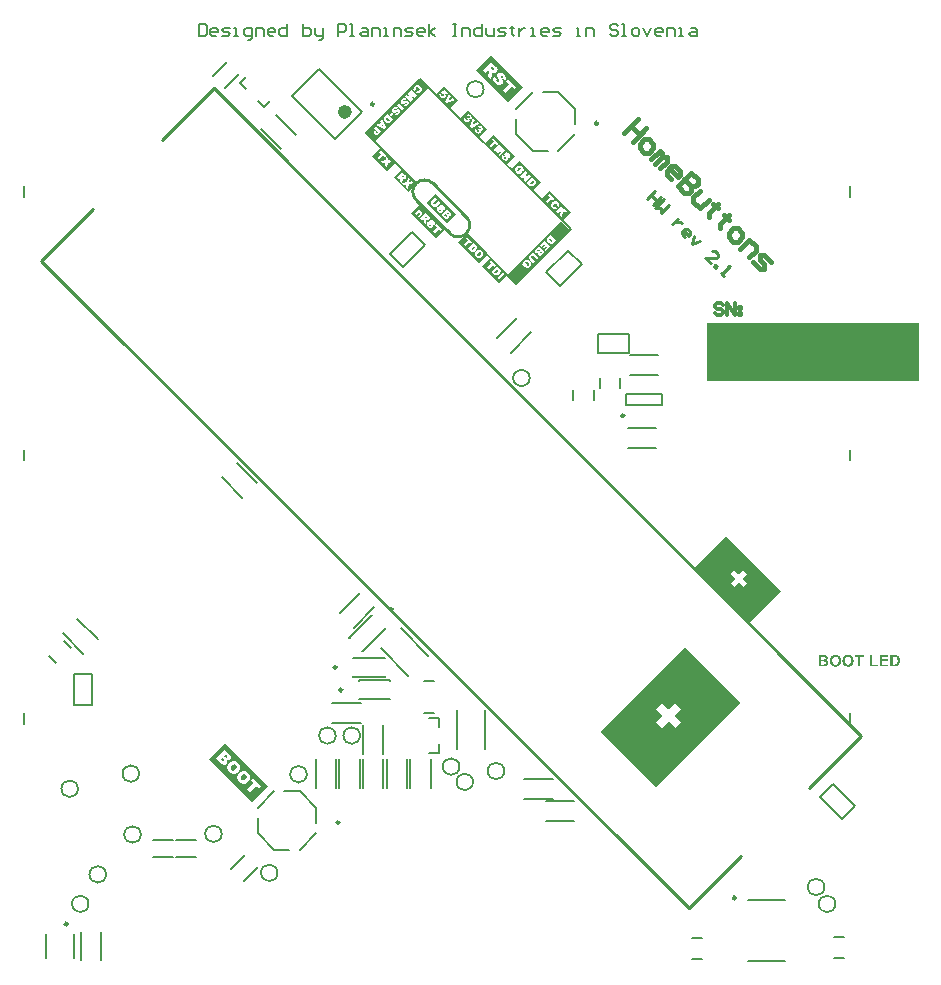
<source format=gto>
G04*
G04 #@! TF.GenerationSoftware,Altium Limited,Altium Designer,22.2.1 (43)*
G04*
G04 Layer_Color=65535*
%FSLAX44Y44*%
%MOMM*%
G71*
G04*
G04 #@! TF.SameCoordinates,13086E6C-73B7-4856-AC7F-9DC760E3CE82*
G04*
G04*
G04 #@! TF.FilePolarity,Positive*
G04*
G01*
G75*
%ADD10C,0.2500*%
%ADD11C,0.2000*%
%ADD12C,0.6000*%
%ADD13C,0.2540*%
%ADD14C,0.1500*%
%ADD15C,0.3000*%
%ADD16C,0.4000*%
%ADD17R,18.0000X5.0000*%
G36*
X53804Y279576D02*
X46155Y271927D01*
X28177Y289905D01*
X35826Y297554D01*
X53804Y279576D01*
D02*
G37*
G36*
X-28851Y256519D02*
X-36337Y249033D01*
X-48811Y261507D01*
X-41325Y268993D01*
X-28851Y256519D01*
D02*
G37*
G36*
X100845Y217316D02*
X55245Y171716D01*
X47609Y179351D01*
X40654Y172396D01*
X26227Y186824D01*
X33712Y194309D01*
X48127Y179895D01*
X93196Y224965D01*
X100845Y217316D01*
D02*
G37*
G36*
X-4931Y217750D02*
X-12580Y210101D01*
X-33649Y231170D01*
X-26000Y238818D01*
X-4931Y217750D01*
D02*
G37*
G36*
X30758Y302622D02*
X23109Y294973D01*
X7029Y311054D01*
X14678Y318702D01*
X30758Y302622D01*
D02*
G37*
G36*
X244844Y-183156D02*
X173156Y-254844D01*
X126109Y-207797D01*
X197797Y-136109D01*
X244844Y-183156D01*
D02*
G37*
G36*
X5926Y327100D02*
X-1641Y319533D01*
X-13666Y331558D01*
X-6099Y339125D01*
X5926Y327100D01*
D02*
G37*
G36*
X-47067Y274734D02*
X-54552Y267249D01*
X-67011Y279708D01*
X-59525Y287193D01*
X-47067Y274734D01*
D02*
G37*
G36*
X75813Y257567D02*
X68165Y249918D01*
X50009Y268074D01*
X57657Y275723D01*
X75813Y257567D01*
D02*
G37*
G36*
X-155203Y-253792D02*
X-168277Y-266866D01*
X-204638Y-230504D01*
X-191564Y-217430D01*
X-155203Y-253792D01*
D02*
G37*
G36*
X3772Y230259D02*
X-3876Y222610D01*
X-21140Y239874D01*
X-13491Y247523D01*
X3772Y230259D01*
D02*
G37*
G36*
X31326Y196695D02*
X23677Y189046D01*
X6108Y206616D01*
X13756Y214265D01*
X31326Y196695D01*
D02*
G37*
G36*
X60962Y338186D02*
X47888Y325112D01*
X21000Y352000D01*
X34074Y365074D01*
X60962Y338186D01*
D02*
G37*
G36*
X101126Y232607D02*
X93478Y224958D01*
X75607Y242829D01*
X83256Y250478D01*
X101126Y232607D01*
D02*
G37*
G36*
X-19073Y337814D02*
X-64963Y291924D01*
X-72612Y299572D01*
X-26722Y345463D01*
X-19073Y337814D01*
D02*
G37*
G36*
X279223Y-88989D02*
X252585Y-115627D01*
X205858Y-68900D01*
X232496Y-42263D01*
X279223Y-88989D01*
D02*
G37*
G36*
X375688Y-142751D02*
X375806D01*
X375933Y-142759D01*
X376077Y-142768D01*
X376373Y-142793D01*
X376686Y-142827D01*
X376982Y-142869D01*
X377117Y-142903D01*
X377244Y-142937D01*
X377253D01*
X377286Y-142945D01*
X377329Y-142962D01*
X377388Y-142988D01*
X377464Y-143013D01*
X377548Y-143047D01*
X377642Y-143089D01*
X377752Y-143140D01*
X377980Y-143267D01*
X378098Y-143334D01*
X378225Y-143419D01*
X378344Y-143512D01*
X378470Y-143605D01*
X378589Y-143715D01*
X378707Y-143833D01*
X378716Y-143842D01*
X378733Y-143859D01*
X378767Y-143901D01*
X378809Y-143952D01*
X378860Y-144011D01*
X378919Y-144087D01*
X378986Y-144172D01*
X379054Y-144273D01*
X379130Y-144383D01*
X379206Y-144502D01*
X379282Y-144628D01*
X379367Y-144772D01*
X379443Y-144916D01*
X379511Y-145077D01*
X379646Y-145415D01*
Y-145424D01*
X379663Y-145457D01*
X379680Y-145508D01*
X379697Y-145584D01*
X379722Y-145669D01*
X379748Y-145779D01*
X379773Y-145906D01*
X379807Y-146049D01*
X379841Y-146210D01*
X379866Y-146388D01*
X379892Y-146574D01*
X379917Y-146777D01*
X379942Y-146997D01*
X379951Y-147225D01*
X379968Y-147462D01*
Y-147716D01*
Y-147733D01*
Y-147767D01*
Y-147834D01*
X379959Y-147919D01*
Y-148020D01*
X379951Y-148139D01*
X379942Y-148274D01*
X379934Y-148426D01*
X379917Y-148587D01*
X379892Y-148748D01*
X379841Y-149094D01*
X379765Y-149450D01*
X379663Y-149788D01*
Y-149796D01*
X379646Y-149839D01*
X379629Y-149889D01*
X379595Y-149966D01*
X379562Y-150059D01*
X379511Y-150160D01*
X379460Y-150279D01*
X379401Y-150405D01*
X379249Y-150676D01*
X379071Y-150964D01*
X378860Y-151251D01*
X378750Y-151387D01*
X378623Y-151514D01*
X378614Y-151522D01*
X378597Y-151539D01*
X378572Y-151564D01*
X378530Y-151598D01*
X378479Y-151640D01*
X378411Y-151683D01*
X378344Y-151742D01*
X378259Y-151801D01*
X378166Y-151860D01*
X378056Y-151919D01*
X377946Y-151987D01*
X377819Y-152055D01*
X377684Y-152114D01*
X377548Y-152182D01*
X377396Y-152232D01*
X377236Y-152292D01*
X377227D01*
X377202Y-152300D01*
X377168Y-152309D01*
X377117Y-152325D01*
X377049Y-152342D01*
X376973Y-152359D01*
X376880Y-152376D01*
X376770Y-152393D01*
X376652Y-152410D01*
X376525Y-152427D01*
X376381Y-152444D01*
X376229Y-152461D01*
X376060Y-152478D01*
X375882Y-152486D01*
X375696Y-152495D01*
X371788D01*
Y-142742D01*
X375586D01*
X375688Y-142751D01*
D02*
G37*
G36*
X369945Y-144392D02*
X364684D01*
Y-146549D01*
X369581D01*
Y-148198D01*
X364684D01*
Y-150845D01*
X370131D01*
Y-152495D01*
X362713D01*
Y-142742D01*
X369945D01*
Y-144392D01*
D02*
G37*
G36*
X356412Y-150845D02*
X361300D01*
Y-152495D01*
X354441D01*
Y-142818D01*
X356412D01*
Y-150845D01*
D02*
G37*
G36*
X349332Y-144392D02*
X346448D01*
Y-152495D01*
X344477D01*
Y-144392D01*
X341584D01*
Y-142742D01*
X349332D01*
Y-144392D01*
D02*
G37*
G36*
X315533Y-142751D02*
X315787D01*
X316066Y-142768D01*
X316353Y-142785D01*
X316489Y-142793D01*
X316624Y-142810D01*
X316751Y-142827D01*
X316861Y-142844D01*
X316869D01*
X316886Y-142852D01*
X316920D01*
X316954Y-142861D01*
X317005Y-142878D01*
X317064Y-142886D01*
X317208Y-142928D01*
X317360Y-142988D01*
X317538Y-143055D01*
X317715Y-143140D01*
X317884Y-143250D01*
X317893D01*
X317901Y-143267D01*
X317927Y-143284D01*
X317960Y-143309D01*
X318045Y-143377D01*
X318147Y-143461D01*
X318265Y-143580D01*
X318392Y-143723D01*
X318510Y-143884D01*
X318629Y-144062D01*
Y-144070D01*
X318646Y-144087D01*
X318654Y-144113D01*
X318680Y-144146D01*
X318696Y-144197D01*
X318722Y-144256D01*
X318756Y-144324D01*
X318781Y-144392D01*
X318840Y-144561D01*
X318883Y-144755D01*
X318916Y-144967D01*
X318933Y-145195D01*
Y-145204D01*
Y-145229D01*
Y-145263D01*
X318925Y-145314D01*
Y-145373D01*
X318916Y-145441D01*
X318899Y-145525D01*
X318891Y-145610D01*
X318840Y-145804D01*
X318773Y-146016D01*
X318688Y-146236D01*
X318629Y-146346D01*
X318561Y-146455D01*
Y-146464D01*
X318544Y-146481D01*
X318527Y-146506D01*
X318493Y-146549D01*
X318409Y-146650D01*
X318299Y-146777D01*
X318155Y-146921D01*
X317986Y-147056D01*
X317791Y-147191D01*
X317563Y-147310D01*
X317572D01*
X317605Y-147318D01*
X317648Y-147335D01*
X317707Y-147360D01*
X317783Y-147386D01*
X317876Y-147428D01*
X317969Y-147470D01*
X318071Y-147521D01*
X318290Y-147640D01*
X318519Y-147792D01*
X318739Y-147978D01*
X318840Y-148088D01*
X318933Y-148198D01*
X318942Y-148206D01*
X318950Y-148223D01*
X318976Y-148257D01*
X319009Y-148308D01*
X319043Y-148367D01*
X319086Y-148443D01*
X319128Y-148519D01*
X319179Y-148612D01*
X319221Y-148722D01*
X319263Y-148832D01*
X319305Y-148951D01*
X319339Y-149086D01*
X319373Y-149221D01*
X319398Y-149365D01*
X319407Y-149517D01*
X319415Y-149670D01*
Y-149678D01*
Y-149703D01*
Y-149737D01*
X319407Y-149780D01*
Y-149847D01*
X319398Y-149915D01*
X319390Y-149991D01*
X319373Y-150084D01*
X319339Y-150279D01*
X319280Y-150499D01*
X319204Y-150727D01*
X319102Y-150964D01*
Y-150972D01*
X319086Y-150989D01*
X319069Y-151023D01*
X319043Y-151065D01*
X319018Y-151124D01*
X318976Y-151184D01*
X318883Y-151327D01*
X318756Y-151488D01*
X318612Y-151649D01*
X318443Y-151818D01*
X318257Y-151970D01*
X318248D01*
X318231Y-151987D01*
X318206Y-152004D01*
X318164Y-152029D01*
X318113Y-152063D01*
X318045Y-152089D01*
X317977Y-152131D01*
X317893Y-152165D01*
X317800Y-152207D01*
X317698Y-152249D01*
X317478Y-152325D01*
X317216Y-152385D01*
X316937Y-152435D01*
X316912D01*
X316878Y-152444D01*
X316768D01*
X316683Y-152452D01*
X316582D01*
X316455Y-152461D01*
X316311Y-152469D01*
X316142D01*
X315947Y-152478D01*
X315728D01*
X315482Y-152486D01*
X315203D01*
X314899Y-152495D01*
X311245D01*
Y-142742D01*
X315423D01*
X315533Y-142751D01*
D02*
G37*
G36*
X336129Y-142582D02*
X336196D01*
X336264Y-142590D01*
X336340D01*
X336526Y-142615D01*
X336738Y-142641D01*
X336975Y-142683D01*
X337228Y-142742D01*
X337499Y-142810D01*
X337778Y-142903D01*
X338066Y-143013D01*
X338353Y-143140D01*
X338641Y-143292D01*
X338920Y-143470D01*
X339182Y-143681D01*
X339436Y-143918D01*
X339453Y-143935D01*
X339495Y-143977D01*
X339554Y-144053D01*
X339639Y-144163D01*
X339740Y-144299D01*
X339842Y-144468D01*
X339960Y-144662D01*
X340087Y-144882D01*
X340206Y-145136D01*
X340324Y-145415D01*
X340434Y-145720D01*
X340527Y-146049D01*
X340612Y-146413D01*
X340671Y-146794D01*
X340713Y-147208D01*
X340730Y-147640D01*
Y-147648D01*
Y-147665D01*
Y-147699D01*
Y-147741D01*
X340722Y-147800D01*
Y-147868D01*
X340713Y-147944D01*
Y-148029D01*
X340705Y-148122D01*
X340688Y-148223D01*
X340662Y-148460D01*
X340620Y-148714D01*
X340569Y-148984D01*
X340502Y-149281D01*
X340417Y-149577D01*
X340316Y-149889D01*
X340189Y-150194D01*
X340045Y-150499D01*
X339867Y-150794D01*
X339673Y-151074D01*
X339444Y-151336D01*
X339427Y-151353D01*
X339385Y-151395D01*
X339309Y-151454D01*
X339207Y-151539D01*
X339081Y-151640D01*
X338928Y-151759D01*
X338742Y-151877D01*
X338531Y-151996D01*
X338302Y-152122D01*
X338040Y-152241D01*
X337761Y-152359D01*
X337457Y-152452D01*
X337127Y-152537D01*
X336772Y-152605D01*
X336399Y-152647D01*
X336010Y-152664D01*
X335917D01*
X335867Y-152655D01*
X335799D01*
X335731Y-152647D01*
X335655D01*
X335469Y-152621D01*
X335257Y-152596D01*
X335021Y-152554D01*
X334767Y-152495D01*
X334496Y-152427D01*
X334209Y-152342D01*
X333921Y-152232D01*
X333634Y-152106D01*
X333346Y-151953D01*
X333067Y-151776D01*
X332805Y-151573D01*
X332551Y-151344D01*
X332534Y-151327D01*
X332500Y-151285D01*
X332433Y-151209D01*
X332348Y-151099D01*
X332255Y-150964D01*
X332145Y-150803D01*
X332035Y-150608D01*
X331917Y-150388D01*
X331790Y-150143D01*
X331680Y-149864D01*
X331570Y-149568D01*
X331477Y-149238D01*
X331392Y-148883D01*
X331333Y-148511D01*
X331291Y-148105D01*
X331274Y-147682D01*
Y-147673D01*
Y-147665D01*
Y-147614D01*
Y-147538D01*
X331282Y-147437D01*
X331291Y-147301D01*
X331299Y-147157D01*
X331308Y-146988D01*
X331333Y-146811D01*
X331350Y-146616D01*
X331384Y-146413D01*
X331460Y-145999D01*
X331511Y-145787D01*
X331570Y-145576D01*
X331637Y-145373D01*
X331714Y-145178D01*
Y-145170D01*
X331730Y-145144D01*
X331747Y-145102D01*
X331773Y-145051D01*
X331807Y-144984D01*
X331849Y-144908D01*
X331900Y-144823D01*
X331950Y-144730D01*
X332077Y-144527D01*
X332238Y-144299D01*
X332416Y-144070D01*
X332619Y-143842D01*
X332627Y-143833D01*
X332644Y-143816D01*
X332678Y-143783D01*
X332720Y-143740D01*
X332771Y-143698D01*
X332839Y-143639D01*
X332915Y-143580D01*
X332999Y-143512D01*
X333185Y-143368D01*
X333397Y-143224D01*
X333634Y-143081D01*
X333879Y-142962D01*
X333887Y-142954D01*
X333921Y-142945D01*
X333972Y-142928D01*
X334040Y-142903D01*
X334124Y-142869D01*
X334234Y-142835D01*
X334352Y-142802D01*
X334488Y-142768D01*
X334632Y-142734D01*
X334792Y-142700D01*
X334970Y-142666D01*
X335156Y-142632D01*
X335351Y-142607D01*
X335554Y-142590D01*
X335765Y-142573D01*
X336078D01*
X336129Y-142582D01*
D02*
G37*
G36*
X325531D02*
X325598D01*
X325666Y-142590D01*
X325742D01*
X325928Y-142615D01*
X326140Y-142641D01*
X326376Y-142683D01*
X326630Y-142742D01*
X326901Y-142810D01*
X327180Y-142903D01*
X327467Y-143013D01*
X327755Y-143140D01*
X328043Y-143292D01*
X328322Y-143470D01*
X328584Y-143681D01*
X328838Y-143918D01*
X328855Y-143935D01*
X328897Y-143977D01*
X328956Y-144053D01*
X329041Y-144163D01*
X329142Y-144299D01*
X329244Y-144468D01*
X329362Y-144662D01*
X329489Y-144882D01*
X329608Y-145136D01*
X329726Y-145415D01*
X329836Y-145720D01*
X329929Y-146049D01*
X330014Y-146413D01*
X330073Y-146794D01*
X330115Y-147208D01*
X330132Y-147640D01*
Y-147648D01*
Y-147665D01*
Y-147699D01*
Y-147741D01*
X330123Y-147800D01*
Y-147868D01*
X330115Y-147944D01*
Y-148029D01*
X330107Y-148122D01*
X330090Y-148223D01*
X330064Y-148460D01*
X330022Y-148714D01*
X329971Y-148984D01*
X329903Y-149281D01*
X329819Y-149577D01*
X329717Y-149889D01*
X329591Y-150194D01*
X329447Y-150499D01*
X329269Y-150794D01*
X329075Y-151074D01*
X328846Y-151336D01*
X328829Y-151353D01*
X328787Y-151395D01*
X328711Y-151454D01*
X328609Y-151539D01*
X328483Y-151640D01*
X328330Y-151759D01*
X328144Y-151877D01*
X327933Y-151996D01*
X327704Y-152122D01*
X327442Y-152241D01*
X327163Y-152359D01*
X326859Y-152452D01*
X326529Y-152537D01*
X326173Y-152605D01*
X325801Y-152647D01*
X325412Y-152664D01*
X325319D01*
X325268Y-152655D01*
X325201D01*
X325133Y-152647D01*
X325057D01*
X324871Y-152621D01*
X324659Y-152596D01*
X324423Y-152554D01*
X324169Y-152495D01*
X323898Y-152427D01*
X323611Y-152342D01*
X323323Y-152232D01*
X323035Y-152106D01*
X322748Y-151953D01*
X322469Y-151776D01*
X322206Y-151573D01*
X321953Y-151344D01*
X321936Y-151327D01*
X321902Y-151285D01*
X321834Y-151209D01*
X321750Y-151099D01*
X321657Y-150964D01*
X321547Y-150803D01*
X321437Y-150608D01*
X321318Y-150388D01*
X321192Y-150143D01*
X321082Y-149864D01*
X320972Y-149568D01*
X320879Y-149238D01*
X320794Y-148883D01*
X320735Y-148511D01*
X320692Y-148105D01*
X320676Y-147682D01*
Y-147673D01*
Y-147665D01*
Y-147614D01*
Y-147538D01*
X320684Y-147437D01*
X320692Y-147301D01*
X320701Y-147157D01*
X320709Y-146988D01*
X320735Y-146811D01*
X320752Y-146616D01*
X320786Y-146413D01*
X320862Y-145999D01*
X320912Y-145787D01*
X320972Y-145576D01*
X321039Y-145373D01*
X321115Y-145178D01*
Y-145170D01*
X321132Y-145144D01*
X321149Y-145102D01*
X321175Y-145051D01*
X321208Y-144984D01*
X321251Y-144908D01*
X321301Y-144823D01*
X321352Y-144730D01*
X321479Y-144527D01*
X321640Y-144299D01*
X321818Y-144070D01*
X322020Y-143842D01*
X322029Y-143833D01*
X322046Y-143816D01*
X322080Y-143783D01*
X322122Y-143740D01*
X322173Y-143698D01*
X322240Y-143639D01*
X322317Y-143580D01*
X322401Y-143512D01*
X322587Y-143368D01*
X322799Y-143224D01*
X323035Y-143081D01*
X323281Y-142962D01*
X323289Y-142954D01*
X323323Y-142945D01*
X323374Y-142928D01*
X323441Y-142903D01*
X323526Y-142869D01*
X323636Y-142835D01*
X323754Y-142802D01*
X323890Y-142768D01*
X324034Y-142734D01*
X324194Y-142700D01*
X324372Y-142666D01*
X324558Y-142632D01*
X324753Y-142607D01*
X324955Y-142590D01*
X325167Y-142573D01*
X325480D01*
X325531Y-142582D01*
D02*
G37*
%LPC*%
G36*
X35744Y294644D02*
X34592Y293491D01*
X36061Y292022D01*
X32556Y288518D01*
X33995Y287079D01*
X37499Y290583D01*
X38968Y289114D01*
X40121Y290267D01*
X35744Y294644D01*
D02*
G37*
G36*
X46645Y282754D02*
X46538Y282738D01*
X46497D01*
X46471Y282733D01*
X46456Y282728D01*
X46446D01*
X46257Y282672D01*
X46089Y282606D01*
X45936Y282524D01*
X45808Y282448D01*
X45706Y282376D01*
X45660Y282341D01*
X45630Y282310D01*
X45599Y282290D01*
X45579Y282269D01*
X45568Y282259D01*
X45563Y282254D01*
X45466Y282147D01*
X45385Y282045D01*
X45313Y281933D01*
X45252Y281820D01*
X45206Y281713D01*
X45166Y281601D01*
X45135Y281499D01*
X45109Y281392D01*
X45089Y281300D01*
X45079Y281218D01*
X45074Y281142D01*
X45069Y281076D01*
X45064Y281020D01*
Y280979D01*
Y280958D01*
Y280948D01*
X45079Y280800D01*
X45109Y280647D01*
X45155Y280489D01*
X45211Y280331D01*
X45334Y280015D01*
X45477Y279709D01*
X45543Y279571D01*
X45609Y279443D01*
X45676Y279326D01*
X45732Y279229D01*
X45773Y279148D01*
X45813Y279086D01*
X45839Y279051D01*
Y279041D01*
X45844Y279035D01*
X45920Y278908D01*
X45997Y278790D01*
X46058Y278678D01*
X46109Y278576D01*
X46155Y278490D01*
X46191Y278403D01*
X46221Y278331D01*
X46247Y278265D01*
X46272Y278209D01*
X46283Y278158D01*
X46293Y278117D01*
X46303Y278087D01*
X46308Y278061D01*
Y278041D01*
X46313Y278025D01*
X46308Y277918D01*
X46293Y277821D01*
X46267Y277745D01*
X46237Y277673D01*
X46206Y277622D01*
X46181Y277577D01*
X46160Y277556D01*
X46150Y277546D01*
X46073Y277480D01*
X45992Y277439D01*
X45905Y277403D01*
X45829Y277388D01*
X45752Y277383D01*
X45696Y277378D01*
X45655D01*
X45645D01*
X45533Y277398D01*
X45420Y277439D01*
X45318Y277490D01*
X45227Y277551D01*
X45150Y277607D01*
X45084Y277653D01*
X45033Y277704D01*
X44962Y277786D01*
X44895Y277862D01*
X44803Y278025D01*
X44737Y278173D01*
X44706Y278316D01*
X44686Y278439D01*
X44676Y278530D01*
X44681Y278597D01*
Y278607D01*
Y278617D01*
X44706Y278734D01*
X44752Y278862D01*
X44803Y278974D01*
X44865Y279086D01*
X44921Y279173D01*
X44972Y279244D01*
X44992Y279275D01*
X45002Y279296D01*
X45012Y279306D01*
X45018Y279311D01*
X43559Y280596D01*
X43446Y280453D01*
X43339Y280306D01*
X43253Y280158D01*
X43181Y280015D01*
X43115Y279867D01*
X43064Y279724D01*
X43018Y279596D01*
X42982Y279469D01*
X42957Y279352D01*
X42936Y279250D01*
X42921Y279153D01*
X42911Y279071D01*
X42906Y279005D01*
X42901Y278959D01*
Y278928D01*
Y278918D01*
X42911Y278745D01*
X42957Y278566D01*
X43013Y278388D01*
X43089Y278209D01*
X43181Y278025D01*
X43283Y277852D01*
X43390Y277684D01*
X43498Y277526D01*
X43610Y277372D01*
X43722Y277240D01*
X43819Y277123D01*
X43906Y277015D01*
X43987Y276934D01*
X44013Y276898D01*
X44217Y276694D01*
X44344Y276587D01*
X44467Y276485D01*
X44584Y276388D01*
X44696Y276306D01*
X44803Y276230D01*
X44905Y276159D01*
X45002Y276102D01*
X45094Y276051D01*
X45171Y276005D01*
X45237Y275970D01*
X45293Y275944D01*
X45344Y275924D01*
X45375Y275903D01*
X45400Y275898D01*
X45405Y275893D01*
X45645Y275817D01*
X45875Y275771D01*
X45987Y275751D01*
X46089Y275740D01*
X46186Y275735D01*
X46277D01*
X46364Y275740D01*
X46441Y275745D01*
X46507Y275751D01*
X46563Y275756D01*
X46609Y275761D01*
X46645Y275766D01*
X46660Y275771D01*
X46670D01*
X46788Y275796D01*
X46900Y275837D01*
X47007Y275873D01*
X47104Y275919D01*
X47287Y276011D01*
X47446Y276108D01*
X47512Y276153D01*
X47573Y276204D01*
X47629Y276240D01*
X47665Y276276D01*
X47706Y276306D01*
X47747Y276347D01*
X47874Y276495D01*
X47986Y276648D01*
X48073Y276796D01*
X48144Y276929D01*
X48165Y276990D01*
X48190Y277046D01*
X48211Y277097D01*
X48221Y277138D01*
X48231Y277179D01*
X48241Y277199D01*
Y277220D01*
X48246Y277225D01*
X48267Y277316D01*
X48282Y277413D01*
X48292Y277607D01*
X48282Y277791D01*
X48262Y277964D01*
X48231Y278117D01*
X48221Y278178D01*
X48205Y278235D01*
X48195Y278275D01*
X48185Y278306D01*
X48180Y278331D01*
X48175Y278337D01*
X48134Y278459D01*
X48078Y278587D01*
X48017Y278729D01*
X47945Y278872D01*
X47792Y279168D01*
X47634Y279449D01*
X47553Y279581D01*
X47481Y279704D01*
X47415Y279821D01*
X47354Y279913D01*
X47308Y279989D01*
X47267Y280050D01*
X47247Y280091D01*
X47236Y280101D01*
X47185Y280183D01*
X47140Y280259D01*
X47099Y280331D01*
X47063Y280397D01*
X47027Y280453D01*
X47007Y280504D01*
X46966Y280596D01*
X46946Y280668D01*
X46930Y280714D01*
X46925Y280739D01*
Y280749D01*
Y280821D01*
X46936Y280882D01*
X46956Y280933D01*
X46976Y280974D01*
X46992Y281009D01*
X47007Y281035D01*
X47022Y281050D01*
X47027Y281055D01*
X47088Y281106D01*
X47155Y281142D01*
X47216Y281162D01*
X47277Y281183D01*
X47328Y281193D01*
X47369D01*
X47400D01*
X47410D01*
X47497Y281178D01*
X47583Y281142D01*
X47665Y281101D01*
X47736Y281050D01*
X47803Y281004D01*
X47854Y280963D01*
X47894Y280923D01*
X47996Y280810D01*
X48073Y280703D01*
X48129Y280596D01*
X48175Y280499D01*
X48195Y280418D01*
X48216Y280357D01*
Y280316D01*
X48221Y280300D01*
Y280178D01*
X48195Y280061D01*
X48165Y279948D01*
X48119Y279841D01*
X48078Y279750D01*
X48037Y279678D01*
X48022Y279653D01*
X48007Y279637D01*
X48001Y279622D01*
X47996Y279617D01*
X49430Y278337D01*
X49542Y278490D01*
X49634Y278643D01*
X49710Y278790D01*
X49771Y278933D01*
X49828Y279071D01*
X49863Y279209D01*
X49894Y279331D01*
X49914Y279454D01*
X49930Y279561D01*
X49935Y279658D01*
X49940Y279744D01*
Y279816D01*
X49935Y279872D01*
X49930Y279918D01*
X49925Y279943D01*
Y279953D01*
X49894Y280107D01*
X49843Y280259D01*
X49787Y280408D01*
X49710Y280555D01*
X49634Y280703D01*
X49547Y280841D01*
X49455Y280974D01*
X49369Y281101D01*
X49282Y281218D01*
X49195Y281326D01*
X49113Y281417D01*
X49047Y281494D01*
X48991Y281560D01*
X48772Y281780D01*
X48639Y281892D01*
X48517Y282004D01*
X48389Y282101D01*
X48277Y282193D01*
X48170Y282269D01*
X48063Y282336D01*
X47971Y282397D01*
X47884Y282453D01*
X47803Y282494D01*
X47736Y282529D01*
X47685Y282560D01*
X47639Y282575D01*
X47609Y282596D01*
X47583Y282601D01*
X47578Y282606D01*
X47354Y282677D01*
X47145Y282723D01*
X46956Y282749D01*
X46788Y282754D01*
X46645D01*
D02*
G37*
G36*
X40758Y289630D02*
X36101Y284973D01*
X37280Y283794D01*
X40830Y287344D01*
X38182Y282892D01*
X39249Y281826D01*
X43712Y284463D01*
X40162Y280912D01*
X41340Y279734D01*
X45997Y284391D01*
X44104Y286284D01*
X40544Y284172D01*
X42651Y287737D01*
X40758Y289630D01*
D02*
G37*
G36*
X-41325Y266164D02*
X-45982Y261507D01*
X-44539Y260064D01*
X-42646Y261956D01*
X-42519Y261828D01*
X-42453Y261752D01*
X-42396Y261675D01*
X-42356Y261594D01*
X-42325Y261522D01*
X-42305Y261461D01*
X-42289Y261405D01*
X-42279Y261374D01*
Y261364D01*
X-42274Y261278D01*
X-42284Y261186D01*
X-42294Y261084D01*
X-42315Y260982D01*
X-42335Y260890D01*
X-42356Y260819D01*
X-42371Y260762D01*
Y260752D01*
X-42376Y260747D01*
X-43024Y258549D01*
X-39795Y255320D01*
X-37382Y255896D01*
X-37954Y253479D01*
X-36337Y251861D01*
X-35531Y255850D01*
X-31817Y256656D01*
X-33388Y258227D01*
X-35623Y257595D01*
X-35010Y259849D01*
X-36597Y261436D01*
X-37372Y257743D01*
X-41395Y256928D01*
X-41392Y256936D01*
X-40754Y258972D01*
X-40739Y259038D01*
X-40718Y259110D01*
X-40693Y259278D01*
X-40683Y259349D01*
X-40672Y259411D01*
Y259452D01*
X-40667Y259467D01*
X-40652Y259584D01*
X-40647Y259681D01*
Y259763D01*
X-40642Y259829D01*
Y259880D01*
X-40647Y259916D01*
X-40652Y259931D01*
Y259941D01*
X-40672Y260023D01*
X-40693Y260115D01*
X-40728Y260201D01*
X-40764Y260288D01*
X-40795Y260370D01*
X-40825Y260431D01*
X-40846Y260472D01*
Y260482D01*
X-40851Y260487D01*
X-40708Y260405D01*
X-40575Y260334D01*
X-40458Y260278D01*
X-40361Y260232D01*
X-40280Y260201D01*
X-40218Y260181D01*
X-40178Y260171D01*
X-40162Y260166D01*
X-39989Y260135D01*
X-39826Y260115D01*
X-39667Y260110D01*
X-39535Y260120D01*
X-39412Y260130D01*
X-39326Y260145D01*
X-39290Y260150D01*
X-39265Y260155D01*
X-39254D01*
X-39249Y260161D01*
X-39086Y260212D01*
X-38928Y260288D01*
X-38785Y260370D01*
X-38663Y260451D01*
X-38561Y260533D01*
X-38515Y260569D01*
X-38479Y260594D01*
X-38448Y260625D01*
X-38428Y260645D01*
X-38418Y260655D01*
X-38413Y260660D01*
X-38331Y260742D01*
X-38265Y260829D01*
X-38142Y261002D01*
X-38050Y261165D01*
X-38010Y261237D01*
X-37974Y261313D01*
X-37949Y261380D01*
X-37928Y261441D01*
X-37913Y261497D01*
X-37898Y261543D01*
X-37887Y261584D01*
X-37882Y261609D01*
X-37877Y261625D01*
Y261635D01*
X-37857Y261828D01*
Y262012D01*
X-37882Y262181D01*
X-37918Y262328D01*
X-37954Y262456D01*
X-37969Y262502D01*
X-37984Y262548D01*
X-37999Y262583D01*
X-38015Y262609D01*
X-38020Y262624D01*
X-38025Y262629D01*
X-38076Y262721D01*
X-38127Y262813D01*
X-38265Y263002D01*
X-38418Y263195D01*
X-38566Y263374D01*
X-38637Y263456D01*
X-38703Y263532D01*
X-38765Y263593D01*
X-38816Y263655D01*
X-41325Y266164D01*
D02*
G37*
%LPD*%
G36*
X-40116Y263078D02*
X-40055Y263007D01*
X-39999Y262941D01*
X-39953Y262874D01*
X-39917Y262818D01*
X-39882Y262762D01*
X-39831Y262670D01*
X-39795Y262594D01*
X-39780Y262537D01*
X-39769Y262497D01*
Y262486D01*
Y262384D01*
X-39790Y262293D01*
X-39820Y262211D01*
X-39861Y262140D01*
X-39897Y262073D01*
X-39933Y262027D01*
X-39958Y262002D01*
X-39963Y261997D01*
X-39968Y261992D01*
X-40030Y261941D01*
X-40091Y261900D01*
X-40152Y261869D01*
X-40208Y261844D01*
X-40254Y261828D01*
X-40295Y261818D01*
X-40320Y261813D01*
X-40331D01*
X-40402D01*
X-40479Y261818D01*
X-40535Y261834D01*
X-40596Y261854D01*
X-40642Y261869D01*
X-40677Y261885D01*
X-40703Y261900D01*
X-40708Y261905D01*
X-40825Y261982D01*
X-40922Y262048D01*
X-41004Y262109D01*
X-41060Y262155D01*
X-41106Y262191D01*
X-41136Y262211D01*
X-41764Y262838D01*
X-40820Y263782D01*
X-40116Y263078D01*
D02*
G37*
%LPC*%
G36*
X84295Y213071D02*
X82157Y210934D01*
X82015Y210781D01*
X81882Y210618D01*
X81755Y210449D01*
X81642Y210296D01*
X81596Y210230D01*
X81551Y210164D01*
X81515Y210108D01*
X81484Y210057D01*
X81459Y210011D01*
X81438Y209980D01*
X81428Y209960D01*
X81423Y209955D01*
X81336Y209786D01*
X81270Y209608D01*
X81224Y209439D01*
X81188Y209281D01*
X81163Y209144D01*
X81158Y209088D01*
X81147Y209037D01*
Y208996D01*
Y208965D01*
X81142Y208950D01*
Y208939D01*
X81147Y208720D01*
X81163Y208511D01*
X81199Y208312D01*
X81244Y208134D01*
X81290Y207986D01*
X81306Y207919D01*
X81326Y207868D01*
X81336Y207828D01*
X81351Y207802D01*
X81357Y207777D01*
X81362Y207771D01*
X81413Y207659D01*
X81474Y207547D01*
X81617Y207312D01*
X81775Y207093D01*
X81943Y206884D01*
X82025Y206792D01*
X82101Y206705D01*
X82168Y206629D01*
X82224Y206563D01*
X82346Y206440D01*
X82530Y206267D01*
X82708Y206119D01*
X82877Y205981D01*
X82958Y205920D01*
X83035Y205864D01*
X83106Y205823D01*
X83173Y205777D01*
X83229Y205741D01*
X83274Y205706D01*
X83315Y205685D01*
X83341Y205670D01*
X83361Y205660D01*
X83366Y205655D01*
X83565Y205548D01*
X83764Y205461D01*
X83953Y205394D01*
X84121Y205349D01*
X84198Y205333D01*
X84269Y205313D01*
X84330Y205303D01*
X84381Y205292D01*
X84422Y205282D01*
X84453D01*
X84468Y205277D01*
X84478D01*
X84692Y205267D01*
X84902Y205272D01*
X85090Y205298D01*
X85264Y205328D01*
X85412Y205364D01*
X85473Y205384D01*
X85524Y205394D01*
X85565Y205415D01*
X85595Y205425D01*
X85616D01*
X85621Y205430D01*
X85728Y205476D01*
X85830Y205527D01*
X86044Y205650D01*
X86248Y205792D01*
X86427Y205930D01*
X86508Y206001D01*
X86585Y206068D01*
X86651Y206124D01*
X86707Y206170D01*
X88952Y208414D01*
X84295Y213071D01*
D02*
G37*
G36*
X79250Y208027D02*
X75328Y204104D01*
X76383Y203048D01*
X78862Y205527D01*
X79781Y204609D01*
X77546Y202375D01*
X78495Y201426D01*
X80729Y203660D01*
X81469Y202921D01*
X79061Y200513D01*
X80056Y199518D01*
X83907Y203370D01*
X79250Y208027D01*
D02*
G37*
G36*
X69416Y197264D02*
X69247Y197259D01*
X69099Y197243D01*
X68962Y197228D01*
X68855Y197203D01*
X68768Y197187D01*
X68737Y197177D01*
X68712Y197172D01*
X68702D01*
X68696Y197167D01*
X68538Y197111D01*
X68385Y197039D01*
X68243Y196958D01*
X68110Y196876D01*
X67998Y196805D01*
X67952Y196769D01*
X67911Y196738D01*
X67880Y196718D01*
X67850Y196698D01*
X67834Y196682D01*
X67671Y196550D01*
X67523Y196422D01*
X67386Y196305D01*
X67273Y196203D01*
X67182Y196111D01*
X67141Y196080D01*
X67049Y195989D01*
X66840Y195769D01*
X66753Y195662D01*
X66666Y195555D01*
X66590Y195458D01*
X66518Y195356D01*
X66452Y195269D01*
X66396Y195183D01*
X66350Y195106D01*
X66309Y195035D01*
X66274Y194979D01*
X66243Y194928D01*
X66217Y194882D01*
X66207Y194851D01*
X66197Y194831D01*
X66192Y194826D01*
X66131Y194662D01*
X66080Y194499D01*
X66049Y194336D01*
X66024Y194188D01*
X66013Y194055D01*
X66003Y193953D01*
Y193913D01*
Y193882D01*
Y193872D01*
Y193862D01*
X66013Y193658D01*
X66039Y193469D01*
X66075Y193290D01*
X66121Y193132D01*
X66167Y193005D01*
X66182Y192949D01*
X66202Y192908D01*
X66217Y192872D01*
X66228Y192841D01*
X66233Y192826D01*
X66238Y192821D01*
X66330Y192637D01*
X66437Y192469D01*
X66544Y192311D01*
X66651Y192173D01*
X66697Y192117D01*
X66743Y192061D01*
X66784Y192020D01*
X66814Y191979D01*
X69666Y189128D01*
X71104Y190567D01*
X68258Y193413D01*
X68130Y193561D01*
X68039Y193703D01*
X67967Y193836D01*
X67921Y193964D01*
X67896Y194071D01*
X67880Y194147D01*
X67875Y194203D01*
Y194224D01*
X67891Y194382D01*
X67931Y194525D01*
X67993Y194657D01*
X68059Y194775D01*
X68130Y194877D01*
X68161Y194918D01*
X68191Y194948D01*
X68212Y194979D01*
X68248Y195014D01*
X68390Y195137D01*
X68533Y195229D01*
X68666Y195300D01*
X68788Y195341D01*
X68895Y195366D01*
X68972Y195382D01*
X69028Y195387D01*
X69048D01*
X69207Y195371D01*
X69355Y195326D01*
X69487Y195264D01*
X69609Y195193D01*
X69706Y195127D01*
X69752Y195091D01*
X69783Y195060D01*
X69814Y195040D01*
X69834Y195019D01*
X69844Y195009D01*
X69849Y195004D01*
X72695Y192158D01*
X74134Y193596D01*
X71354Y196376D01*
X71216Y196504D01*
X71068Y196621D01*
X70915Y196733D01*
X70767Y196830D01*
X70701Y196876D01*
X70635Y196912D01*
X70579Y196948D01*
X70533Y196973D01*
X70492Y196994D01*
X70461Y197014D01*
X70441Y197024D01*
X70436Y197029D01*
X70298Y197096D01*
X70155Y197146D01*
X70012Y197187D01*
X69880Y197218D01*
X69768Y197238D01*
X69676Y197249D01*
X69640Y197254D01*
X69615Y197259D01*
X69599Y197254D01*
X69594Y197259D01*
X69416Y197264D01*
D02*
G37*
G36*
X74542Y203319D02*
X72022Y200799D01*
X71992Y200758D01*
X71946Y200712D01*
X71900Y200656D01*
X71803Y200539D01*
X71706Y200421D01*
X71614Y200309D01*
X71573Y200258D01*
X71538Y200212D01*
X71512Y200176D01*
X71492Y200146D01*
X71471Y200125D01*
X71364Y199977D01*
X71277Y199840D01*
X71206Y199727D01*
X71155Y199625D01*
X71119Y199539D01*
X71099Y199478D01*
X71084Y199442D01*
X71079Y199427D01*
X71043Y199258D01*
X71027Y199090D01*
X71022Y198932D01*
X71033Y198799D01*
X71043Y198677D01*
X71058Y198590D01*
X71063Y198554D01*
X71068Y198529D01*
Y198519D01*
X71073Y198514D01*
X71130Y198345D01*
X71196Y198187D01*
X71277Y198044D01*
X71354Y197927D01*
X71436Y197825D01*
X71466Y197784D01*
X71492Y197748D01*
X71634Y197606D01*
X71721Y197539D01*
X71890Y197422D01*
X72058Y197335D01*
X72134Y197300D01*
X72206Y197269D01*
X72277Y197249D01*
X72338Y197228D01*
X72394Y197213D01*
X72446Y197203D01*
X72481Y197197D01*
X72507Y197192D01*
X72522Y197187D01*
X72532D01*
X72629Y197182D01*
X72731D01*
X72935Y197213D01*
X73129Y197264D01*
X73308Y197330D01*
X73461Y197391D01*
X73527Y197427D01*
X73583Y197453D01*
X73629Y197478D01*
X73660Y197498D01*
X73680Y197509D01*
X73685Y197514D01*
X73614Y197351D01*
X73563Y197197D01*
X73527Y197060D01*
X73506Y196937D01*
X73496Y196835D01*
X73491Y196759D01*
Y196718D01*
Y196698D01*
X73501Y196596D01*
X73522Y196494D01*
X73542Y196402D01*
X73573Y196310D01*
X73649Y196142D01*
X73726Y196004D01*
X73808Y195892D01*
X73843Y195846D01*
X73874Y195805D01*
X73899Y195769D01*
X73920Y195749D01*
X73935Y195734D01*
X73940Y195728D01*
X74037Y195642D01*
X74134Y195565D01*
X74236Y195504D01*
X74333Y195448D01*
X74435Y195397D01*
X74532Y195361D01*
X74629Y195336D01*
X74715Y195310D01*
X74802Y195295D01*
X74884Y195285D01*
X74955Y195275D01*
X75011Y195269D01*
X75057Y195264D01*
X75098D01*
X75118D01*
X75129D01*
X75261Y195275D01*
X75389Y195300D01*
X75516Y195336D01*
X75639Y195387D01*
X75761Y195438D01*
X75868Y195494D01*
X76077Y195621D01*
X76169Y195683D01*
X76251Y195744D01*
X76322Y195805D01*
X76383Y195856D01*
X76434Y195897D01*
X79199Y198661D01*
X74542Y203319D01*
D02*
G37*
G36*
X64090Y191816D02*
X63963Y191811D01*
X63846Y191806D01*
X63738Y191791D01*
X63636Y191780D01*
X63550Y191765D01*
X63478Y191755D01*
X63422Y191740D01*
X63376Y191724D01*
X63351Y191719D01*
X63341D01*
X63188Y191668D01*
X63040Y191602D01*
X62892Y191525D01*
X62744Y191449D01*
X62468Y191276D01*
X62341Y191179D01*
X62218Y191087D01*
X62111Y191000D01*
X62009Y190919D01*
X61923Y190842D01*
X61846Y190776D01*
X61785Y190725D01*
X61581Y190521D01*
X61464Y190393D01*
X61361Y190271D01*
X61265Y190153D01*
X61173Y190041D01*
X61091Y189929D01*
X61010Y189827D01*
X60943Y189730D01*
X60887Y189643D01*
X60836Y189562D01*
X60790Y189495D01*
X60754Y189439D01*
X60729Y189393D01*
X60709Y189352D01*
X60698Y189332D01*
X60693Y189327D01*
X60632Y189205D01*
X60576Y189067D01*
X60469Y188786D01*
X60382Y188496D01*
X60336Y188358D01*
X60301Y188220D01*
X60265Y188093D01*
X60239Y187975D01*
X60214Y187868D01*
X60194Y187776D01*
X60178Y187700D01*
X60168Y187649D01*
X60158Y187608D01*
Y187598D01*
X62147Y185609D01*
X64371Y187833D01*
X63402Y188802D01*
X62438Y187838D01*
X61994Y188281D01*
X62040Y188440D01*
X62086Y188587D01*
X62132Y188715D01*
X62168Y188822D01*
X62203Y188909D01*
X62234Y188970D01*
X62254Y189011D01*
Y189021D01*
X62259Y189026D01*
X62320Y189128D01*
X62387Y189225D01*
X62448Y189317D01*
X62514Y189393D01*
X62570Y189460D01*
X62611Y189511D01*
X62652Y189552D01*
X62749Y189638D01*
X62846Y189715D01*
X62943Y189781D01*
X63045Y189842D01*
X63137Y189883D01*
X63228Y189924D01*
X63320Y189954D01*
X63402Y189975D01*
X63478Y190000D01*
X63550Y190011D01*
X63611Y190021D01*
X63667Y190026D01*
X63708D01*
X63738D01*
X63759D01*
X63769D01*
X63886Y190011D01*
X64004Y189975D01*
X64116Y189934D01*
X64238Y189883D01*
X64468Y189755D01*
X64677Y189608D01*
X64769Y189536D01*
X64861Y189465D01*
X64937Y189398D01*
X65003Y189342D01*
X65060Y189296D01*
X65100Y189256D01*
X65121Y189235D01*
X65131Y189225D01*
X65253Y189092D01*
X65371Y188965D01*
X65468Y188837D01*
X65549Y188715D01*
X65621Y188603D01*
X65687Y188496D01*
X65738Y188394D01*
X65779Y188292D01*
X65809Y188210D01*
X65835Y188133D01*
X65860Y188067D01*
X65876Y188011D01*
X65881Y187965D01*
X65886Y187929D01*
X65891Y187914D01*
Y187904D01*
Y187792D01*
X65886Y187685D01*
X65871Y187577D01*
X65850Y187475D01*
X65814Y187379D01*
X65779Y187292D01*
X65697Y187129D01*
X65656Y187057D01*
X65616Y186996D01*
X65575Y186945D01*
X65539Y186899D01*
X65514Y186863D01*
X65468Y186817D01*
X65350Y186710D01*
X65233Y186624D01*
X65116Y186557D01*
X65019Y186511D01*
X64932Y186476D01*
X64861Y186455D01*
X64820Y186445D01*
X64805Y186440D01*
X64677Y186425D01*
X64549Y186430D01*
X64432Y186445D01*
X64330Y186465D01*
X64243Y186491D01*
X64167Y186516D01*
X64126Y186537D01*
X64116D01*
X64111Y186542D01*
X62968Y184910D01*
X63183Y184797D01*
X63387Y184716D01*
X63580Y184655D01*
X63667Y184629D01*
X63749Y184609D01*
X63825Y184594D01*
X63892Y184578D01*
X63953Y184568D01*
X64004Y184558D01*
X64039Y184553D01*
X64070D01*
X64085Y184548D01*
X64096D01*
X64300D01*
X64499Y184563D01*
X64672Y184594D01*
X64835Y184634D01*
X64973Y184680D01*
X65029Y184695D01*
X65075Y184711D01*
X65116Y184731D01*
X65146Y184741D01*
X65162Y184746D01*
X65167Y184752D01*
X65269Y184803D01*
X65371Y184864D01*
X65483Y184935D01*
X65590Y185012D01*
X65804Y185175D01*
X66013Y185343D01*
X66105Y185425D01*
X66192Y185501D01*
X66269Y185578D01*
X66335Y185634D01*
X66610Y185910D01*
X66738Y186057D01*
X66855Y186195D01*
X66962Y186333D01*
X67064Y186465D01*
X67146Y186588D01*
X67222Y186705D01*
X67289Y186812D01*
X67340Y186914D01*
X67386Y187001D01*
X67426Y187083D01*
X67457Y187144D01*
X67477Y187195D01*
X67498Y187236D01*
X67508Y187256D01*
Y187266D01*
X67564Y187435D01*
X67600Y187603D01*
X67630Y187766D01*
X67651Y187919D01*
X67666Y188077D01*
X67671Y188225D01*
X67666Y188363D01*
X67661Y188491D01*
X67651Y188613D01*
X67635Y188720D01*
X67625Y188812D01*
X67605Y188893D01*
X67595Y188955D01*
X67585Y189006D01*
X67574Y189036D01*
Y189046D01*
X67523Y189210D01*
X67457Y189368D01*
X67386Y189521D01*
X67309Y189669D01*
X67227Y189812D01*
X67141Y189949D01*
X67059Y190072D01*
X66972Y190189D01*
X66891Y190301D01*
X66814Y190398D01*
X66743Y190480D01*
X66682Y190551D01*
X66636Y190607D01*
X66559Y190684D01*
X66421Y190811D01*
X66284Y190939D01*
X66146Y191046D01*
X66008Y191143D01*
X65876Y191235D01*
X65743Y191316D01*
X65621Y191388D01*
X65503Y191454D01*
X65396Y191510D01*
X65294Y191561D01*
X65208Y191597D01*
X65131Y191633D01*
X65070Y191653D01*
X65024Y191668D01*
X64998Y191684D01*
X64988D01*
X64830Y191730D01*
X64672Y191765D01*
X64524Y191791D01*
X64376Y191806D01*
X64233Y191816D01*
X64090D01*
D02*
G37*
G36*
X33712Y191481D02*
X32559Y190328D01*
X34028Y188859D01*
X30524Y185354D01*
X31962Y183916D01*
X35467Y187420D01*
X36936Y185951D01*
X38089Y187104D01*
X33712Y191481D01*
D02*
G37*
G36*
X38762Y186431D02*
X34105Y181774D01*
X36242Y179637D01*
X36395Y179494D01*
X36558Y179361D01*
X36727Y179234D01*
X36880Y179121D01*
X36946Y179076D01*
X37012Y179030D01*
X37068Y178994D01*
X37119Y178963D01*
X37165Y178938D01*
X37196Y178917D01*
X37216Y178907D01*
X37221Y178902D01*
X37390Y178815D01*
X37568Y178749D01*
X37737Y178703D01*
X37895Y178667D01*
X38033Y178642D01*
X38089Y178637D01*
X38140Y178627D01*
X38180D01*
X38211D01*
X38226Y178622D01*
X38236D01*
X38456Y178627D01*
X38665Y178642D01*
X38864Y178678D01*
X39042Y178724D01*
X39190Y178769D01*
X39257Y178785D01*
X39308Y178805D01*
X39348Y178815D01*
X39374Y178831D01*
X39399Y178836D01*
X39405Y178841D01*
X39517Y178892D01*
X39629Y178953D01*
X39864Y179096D01*
X40083Y179254D01*
X40292Y179422D01*
X40384Y179504D01*
X40471Y179580D01*
X40547Y179647D01*
X40613Y179703D01*
X40736Y179825D01*
X40909Y180009D01*
X41057Y180187D01*
X41195Y180356D01*
X41256Y180437D01*
X41312Y180514D01*
X41353Y180585D01*
X41399Y180652D01*
X41435Y180708D01*
X41470Y180754D01*
X41491Y180795D01*
X41506Y180820D01*
X41516Y180840D01*
X41521Y180846D01*
X41628Y181044D01*
X41715Y181243D01*
X41782Y181432D01*
X41827Y181600D01*
X41843Y181677D01*
X41863Y181748D01*
X41873Y181810D01*
X41884Y181861D01*
X41894Y181901D01*
Y181932D01*
X41899Y181947D01*
Y181957D01*
X41909Y182172D01*
X41904Y182381D01*
X41878Y182570D01*
X41848Y182743D01*
X41812Y182891D01*
X41792Y182952D01*
X41782Y183003D01*
X41761Y183044D01*
X41751Y183074D01*
Y183095D01*
X41746Y183100D01*
X41700Y183207D01*
X41649Y183309D01*
X41526Y183523D01*
X41384Y183727D01*
X41246Y183906D01*
X41175Y183988D01*
X41108Y184064D01*
X41052Y184130D01*
X41006Y184186D01*
X38762Y186431D01*
D02*
G37*
G36*
X43868Y181325D02*
X39211Y176668D01*
X40654Y175224D01*
X45311Y179881D01*
X43868Y181325D01*
D02*
G37*
%LPD*%
G36*
X86457Y208032D02*
X86100Y207675D01*
X85993Y207578D01*
X85896Y207491D01*
X85794Y207419D01*
X85697Y207353D01*
X85606Y207302D01*
X85514Y207261D01*
X85427Y207226D01*
X85351Y207200D01*
X85279Y207180D01*
X85213Y207164D01*
X85157Y207149D01*
X85106D01*
X85070Y207144D01*
X85039D01*
X85029D01*
X85019D01*
X84922Y207159D01*
X84815Y207185D01*
X84713Y207226D01*
X84601Y207277D01*
X84392Y207404D01*
X84193Y207542D01*
X84106Y207608D01*
X84019Y207675D01*
X83943Y207741D01*
X83887Y207797D01*
X83830Y207843D01*
X83790Y207884D01*
X83769Y207904D01*
X83759Y207914D01*
X83657Y208016D01*
X83570Y208113D01*
X83489Y208205D01*
X83412Y208292D01*
X83351Y208373D01*
X83295Y208450D01*
X83249Y208516D01*
X83203Y208582D01*
X83167Y208639D01*
X83137Y208690D01*
X83116Y208730D01*
X83096Y208771D01*
X83081Y208797D01*
X83070Y208817D01*
Y208827D01*
X83065Y208832D01*
X83025Y208965D01*
X82999Y209082D01*
X82989Y209195D01*
X82984Y209291D01*
X82994Y209373D01*
X83004Y209434D01*
X83009Y209470D01*
X83014Y209485D01*
X83035Y209536D01*
X83065Y209597D01*
X83137Y209720D01*
X83229Y209842D01*
X83320Y209965D01*
X83412Y210067D01*
X83453Y210108D01*
X83484Y210148D01*
X83912Y210577D01*
X86457Y208032D01*
D02*
G37*
G36*
X75032Y199921D02*
X74236Y199126D01*
X74165Y199064D01*
X74037Y198967D01*
X73930Y198901D01*
X73833Y198845D01*
X73751Y198815D01*
X73695Y198799D01*
X73654Y198789D01*
X73644D01*
X73542D01*
X73450Y198809D01*
X73364Y198835D01*
X73297Y198871D01*
X73241Y198906D01*
X73195Y198932D01*
X73170Y198957D01*
X73160Y198967D01*
X73083Y199054D01*
X73037Y199141D01*
X72996Y199223D01*
X72976Y199304D01*
X72961Y199370D01*
X72956Y199427D01*
Y199467D01*
Y199478D01*
X72966Y199529D01*
X72981Y199585D01*
X73032Y199697D01*
X73093Y199809D01*
X73165Y199911D01*
X73231Y199998D01*
X73267Y200034D01*
X73292Y200069D01*
X74088Y200865D01*
X75032Y199921D01*
D02*
G37*
G36*
X76802Y198151D02*
X76169Y197519D01*
X76047Y197407D01*
X75935Y197325D01*
X75843Y197264D01*
X75756Y197218D01*
X75685Y197197D01*
X75634Y197177D01*
X75598Y197172D01*
X75588D01*
X75496D01*
X75414Y197192D01*
X75338Y197218D01*
X75271Y197254D01*
X75215Y197289D01*
X75174Y197320D01*
X75149Y197346D01*
X75139Y197356D01*
X75067Y197437D01*
X75016Y197519D01*
X74976Y197600D01*
X74955Y197672D01*
X74945Y197733D01*
X74935Y197784D01*
Y197815D01*
Y197825D01*
X74955Y197917D01*
X74996Y198019D01*
X75057Y198121D01*
X75124Y198207D01*
X75185Y198289D01*
X75236Y198350D01*
X75919Y199034D01*
X76802Y198151D01*
D02*
G37*
G36*
X39502Y183580D02*
X39598Y183472D01*
X39685Y183375D01*
X39757Y183273D01*
X39823Y183176D01*
X39874Y183085D01*
X39915Y182993D01*
X39950Y182906D01*
X39976Y182830D01*
X39996Y182758D01*
X40012Y182692D01*
X40027Y182636D01*
Y182585D01*
X40032Y182549D01*
Y182519D01*
Y182508D01*
Y182498D01*
X40017Y182401D01*
X39991Y182294D01*
X39950Y182192D01*
X39899Y182080D01*
X39772Y181871D01*
X39634Y181672D01*
X39568Y181585D01*
X39502Y181498D01*
X39435Y181422D01*
X39379Y181366D01*
X39333Y181310D01*
X39292Y181269D01*
X39272Y181248D01*
X39262Y181238D01*
X39160Y181136D01*
X39063Y181049D01*
X38971Y180968D01*
X38884Y180891D01*
X38803Y180830D01*
X38726Y180774D01*
X38660Y180728D01*
X38593Y180682D01*
X38537Y180646D01*
X38486Y180616D01*
X38446Y180595D01*
X38405Y180575D01*
X38379Y180560D01*
X38359Y180550D01*
X38349D01*
X38344Y180544D01*
X38211Y180504D01*
X38094Y180478D01*
X37982Y180468D01*
X37885Y180463D01*
X37803Y180473D01*
X37742Y180483D01*
X37706Y180488D01*
X37691Y180494D01*
X37640Y180514D01*
X37578Y180544D01*
X37456Y180616D01*
X37334Y180708D01*
X37211Y180800D01*
X37109Y180891D01*
X37068Y180932D01*
X37028Y180963D01*
X36599Y181391D01*
X39144Y183937D01*
X39502Y183580D01*
D02*
G37*
%LPC*%
G36*
X-27362Y234628D02*
X-30739Y231252D01*
X-29443Y229956D01*
X-27826Y231573D01*
X-27745Y231654D01*
X-27658Y231731D01*
X-27582Y231787D01*
X-27510Y231848D01*
X-27434Y231894D01*
X-27372Y231935D01*
X-27316Y231971D01*
X-27260Y231996D01*
X-27209Y232017D01*
X-27168Y232037D01*
X-27127Y232047D01*
X-27097Y232057D01*
X-27056Y232068D01*
X-27041Y232073D01*
X-26923Y232078D01*
X-26821Y232057D01*
X-26725Y232022D01*
X-26638Y231986D01*
X-26577Y231945D01*
X-26531Y231910D01*
X-26495Y231884D01*
X-26485Y231874D01*
X-26413Y231792D01*
X-26362Y231711D01*
X-26327Y231634D01*
X-26306Y231563D01*
X-26291Y231496D01*
X-26286Y231450D01*
Y231420D01*
Y231410D01*
X-26301Y231313D01*
X-26347Y231216D01*
X-26403Y231119D01*
X-26459Y231032D01*
X-26521Y230951D01*
X-26572Y230889D01*
X-26592Y230869D01*
X-26607Y230854D01*
X-26617Y230843D01*
X-26623Y230838D01*
X-28474Y228987D01*
X-27173Y227686D01*
X-25031Y229828D01*
X-24914Y229956D01*
X-24812Y230078D01*
X-24720Y230201D01*
X-24638Y230313D01*
X-24577Y230425D01*
X-24521Y230532D01*
X-24475Y230629D01*
X-24439Y230726D01*
X-24414Y230813D01*
X-24388Y230889D01*
X-24373Y230956D01*
X-24363Y231017D01*
X-24353Y231058D01*
X-24348Y231093D01*
Y231114D01*
Y231124D01*
X-24353Y231241D01*
X-24363Y231353D01*
X-24388Y231461D01*
X-24419Y231563D01*
X-24455Y231670D01*
X-24501Y231767D01*
X-24597Y231935D01*
X-24643Y232012D01*
X-24694Y232083D01*
X-24740Y232139D01*
X-24781Y232190D01*
X-24812Y232231D01*
X-24863Y232282D01*
X-25011Y232420D01*
X-25154Y232532D01*
X-25296Y232624D01*
X-25419Y232695D01*
X-25475Y232721D01*
X-25531Y232746D01*
X-25572Y232766D01*
X-25608Y232782D01*
X-25638Y232792D01*
X-25664Y232797D01*
X-25679Y232802D01*
X-25684Y232807D01*
X-25847Y232848D01*
X-26016Y232873D01*
X-26194Y232889D01*
X-26352Y232894D01*
X-26495Y232884D01*
X-26607D01*
X-26653Y232879D01*
X-26684D01*
X-26699Y232873D01*
X-26709D01*
X-26158Y233424D01*
X-27362Y234628D01*
D02*
G37*
G36*
X-16870Y225707D02*
X-16977Y225692D01*
X-17018D01*
X-17043Y225686D01*
X-17059Y225681D01*
X-17069D01*
X-17257Y225625D01*
X-17426Y225559D01*
X-17579Y225477D01*
X-17706Y225401D01*
X-17808Y225329D01*
X-17854Y225294D01*
X-17885Y225263D01*
X-17916Y225243D01*
X-17936Y225222D01*
X-17946Y225212D01*
X-17951Y225207D01*
X-18048Y225100D01*
X-18130Y224998D01*
X-18201Y224886D01*
X-18262Y224774D01*
X-18308Y224666D01*
X-18349Y224554D01*
X-18380Y224452D01*
X-18405Y224345D01*
X-18426Y224253D01*
X-18436Y224172D01*
X-18441Y224095D01*
X-18446Y224029D01*
X-18451Y223973D01*
Y223932D01*
Y223911D01*
Y223901D01*
X-18436Y223753D01*
X-18405Y223600D01*
X-18359Y223442D01*
X-18303Y223284D01*
X-18181Y222968D01*
X-18038Y222662D01*
X-17972Y222524D01*
X-17905Y222397D01*
X-17839Y222279D01*
X-17783Y222182D01*
X-17742Y222101D01*
X-17701Y222040D01*
X-17676Y222004D01*
Y221994D01*
X-17671Y221989D01*
X-17594Y221861D01*
X-17518Y221744D01*
X-17456Y221631D01*
X-17405Y221529D01*
X-17359Y221443D01*
X-17324Y221356D01*
X-17293Y221285D01*
X-17268Y221218D01*
X-17242Y221162D01*
X-17232Y221111D01*
X-17222Y221070D01*
X-17212Y221040D01*
X-17206Y221014D01*
Y220994D01*
X-17201Y220979D01*
X-17206Y220871D01*
X-17222Y220774D01*
X-17247Y220698D01*
X-17278Y220627D01*
X-17308Y220576D01*
X-17334Y220530D01*
X-17354Y220509D01*
X-17365Y220499D01*
X-17441Y220433D01*
X-17523Y220392D01*
X-17609Y220356D01*
X-17686Y220341D01*
X-17763Y220336D01*
X-17819Y220331D01*
X-17859D01*
X-17870D01*
X-17982Y220351D01*
X-18094Y220392D01*
X-18196Y220443D01*
X-18288Y220504D01*
X-18364Y220560D01*
X-18431Y220606D01*
X-18482Y220657D01*
X-18553Y220739D01*
X-18619Y220815D01*
X-18711Y220979D01*
X-18778Y221126D01*
X-18808Y221269D01*
X-18829Y221392D01*
X-18839Y221483D01*
X-18834Y221550D01*
Y221560D01*
Y221570D01*
X-18808Y221688D01*
X-18762Y221815D01*
X-18711Y221927D01*
X-18650Y222040D01*
X-18594Y222126D01*
X-18543Y222198D01*
X-18522Y222228D01*
X-18512Y222249D01*
X-18502Y222259D01*
X-18497Y222264D01*
X-19956Y223549D01*
X-20068Y223407D01*
X-20175Y223259D01*
X-20262Y223111D01*
X-20333Y222968D01*
X-20400Y222820D01*
X-20451Y222677D01*
X-20496Y222549D01*
X-20532Y222422D01*
X-20558Y222305D01*
X-20578Y222203D01*
X-20593Y222106D01*
X-20604Y222024D01*
X-20609Y221958D01*
X-20614Y221912D01*
Y221881D01*
Y221871D01*
X-20604Y221698D01*
X-20558Y221519D01*
X-20502Y221341D01*
X-20425Y221162D01*
X-20333Y220979D01*
X-20231Y220805D01*
X-20124Y220637D01*
X-20017Y220479D01*
X-19905Y220326D01*
X-19793Y220193D01*
X-19696Y220076D01*
X-19609Y219968D01*
X-19527Y219887D01*
X-19502Y219851D01*
X-19298Y219647D01*
X-19170Y219540D01*
X-19048Y219438D01*
X-18930Y219341D01*
X-18818Y219259D01*
X-18711Y219183D01*
X-18609Y219112D01*
X-18512Y219056D01*
X-18420Y219004D01*
X-18344Y218959D01*
X-18278Y218923D01*
X-18222Y218897D01*
X-18171Y218877D01*
X-18140Y218857D01*
X-18114Y218852D01*
X-18109Y218846D01*
X-17870Y218770D01*
X-17640Y218724D01*
X-17528Y218704D01*
X-17426Y218693D01*
X-17329Y218688D01*
X-17237D01*
X-17150Y218693D01*
X-17074Y218698D01*
X-17008Y218704D01*
X-16952Y218709D01*
X-16906Y218714D01*
X-16870Y218719D01*
X-16854Y218724D01*
X-16844D01*
X-16727Y218749D01*
X-16615Y218790D01*
X-16508Y218826D01*
X-16411Y218872D01*
X-16227Y218964D01*
X-16069Y219061D01*
X-16003Y219107D01*
X-15941Y219158D01*
X-15885Y219193D01*
X-15850Y219229D01*
X-15809Y219259D01*
X-15768Y219300D01*
X-15641Y219448D01*
X-15528Y219601D01*
X-15442Y219749D01*
X-15370Y219882D01*
X-15350Y219943D01*
X-15324Y219999D01*
X-15304Y220050D01*
X-15294Y220091D01*
X-15283Y220132D01*
X-15273Y220152D01*
Y220173D01*
X-15268Y220178D01*
X-15248Y220270D01*
X-15232Y220366D01*
X-15222Y220560D01*
X-15232Y220744D01*
X-15253Y220917D01*
X-15283Y221070D01*
X-15294Y221131D01*
X-15309Y221188D01*
X-15319Y221228D01*
X-15329Y221259D01*
X-15335Y221285D01*
X-15340Y221290D01*
X-15380Y221412D01*
X-15437Y221540D01*
X-15498Y221682D01*
X-15569Y221825D01*
X-15722Y222121D01*
X-15880Y222402D01*
X-15962Y222534D01*
X-16033Y222657D01*
X-16100Y222774D01*
X-16161Y222866D01*
X-16207Y222942D01*
X-16248Y223004D01*
X-16268Y223044D01*
X-16278Y223055D01*
X-16329Y223136D01*
X-16375Y223213D01*
X-16416Y223284D01*
X-16452Y223350D01*
X-16487Y223407D01*
X-16508Y223458D01*
X-16549Y223549D01*
X-16569Y223621D01*
X-16584Y223667D01*
X-16589Y223692D01*
Y223702D01*
Y223774D01*
X-16579Y223835D01*
X-16559Y223886D01*
X-16538Y223927D01*
X-16523Y223962D01*
X-16508Y223988D01*
X-16492Y224003D01*
X-16487Y224008D01*
X-16426Y224059D01*
X-16360Y224095D01*
X-16299Y224116D01*
X-16237Y224136D01*
X-16186Y224146D01*
X-16145D01*
X-16115D01*
X-16105D01*
X-16018Y224131D01*
X-15931Y224095D01*
X-15850Y224054D01*
X-15778Y224003D01*
X-15712Y223957D01*
X-15661Y223916D01*
X-15620Y223876D01*
X-15518Y223764D01*
X-15442Y223656D01*
X-15386Y223549D01*
X-15340Y223452D01*
X-15319Y223371D01*
X-15299Y223310D01*
Y223269D01*
X-15294Y223253D01*
Y223131D01*
X-15319Y223014D01*
X-15350Y222901D01*
X-15396Y222794D01*
X-15437Y222703D01*
X-15477Y222631D01*
X-15493Y222606D01*
X-15508Y222590D01*
X-15513Y222575D01*
X-15518Y222570D01*
X-14085Y221290D01*
X-13973Y221443D01*
X-13881Y221596D01*
X-13804Y221744D01*
X-13743Y221886D01*
X-13687Y222024D01*
X-13651Y222162D01*
X-13621Y222284D01*
X-13600Y222407D01*
X-13585Y222514D01*
X-13580Y222611D01*
X-13575Y222698D01*
Y222769D01*
X-13580Y222825D01*
X-13585Y222871D01*
X-13590Y222896D01*
Y222907D01*
X-13621Y223060D01*
X-13672Y223213D01*
X-13728Y223361D01*
X-13804Y223508D01*
X-13881Y223656D01*
X-13967Y223794D01*
X-14059Y223927D01*
X-14146Y224054D01*
X-14233Y224172D01*
X-14319Y224279D01*
X-14401Y224370D01*
X-14467Y224447D01*
X-14524Y224513D01*
X-14743Y224733D01*
X-14875Y224845D01*
X-14998Y224957D01*
X-15125Y225054D01*
X-15238Y225146D01*
X-15345Y225222D01*
X-15452Y225289D01*
X-15544Y225350D01*
X-15630Y225406D01*
X-15712Y225447D01*
X-15778Y225483D01*
X-15829Y225513D01*
X-15875Y225528D01*
X-15906Y225549D01*
X-15931Y225554D01*
X-15936Y225559D01*
X-16161Y225630D01*
X-16370Y225676D01*
X-16559Y225702D01*
X-16727Y225707D01*
X-16870D01*
D02*
G37*
G36*
X-21639Y231466D02*
X-26296Y226809D01*
X-24853Y225365D01*
X-22960Y227258D01*
X-22833Y227130D01*
X-22766Y227054D01*
X-22710Y226977D01*
X-22669Y226895D01*
X-22639Y226824D01*
X-22618Y226763D01*
X-22603Y226707D01*
X-22593Y226676D01*
Y226666D01*
X-22588Y226579D01*
X-22598Y226487D01*
X-22608Y226385D01*
X-22629Y226283D01*
X-22649Y226192D01*
X-22669Y226120D01*
X-22685Y226064D01*
Y226054D01*
X-22690Y226049D01*
X-23338Y223850D01*
X-21711Y222223D01*
X-21068Y224274D01*
X-21052Y224340D01*
X-21032Y224411D01*
X-21007Y224580D01*
X-20996Y224651D01*
X-20986Y224712D01*
Y224753D01*
X-20981Y224768D01*
X-20966Y224886D01*
X-20961Y224983D01*
Y225064D01*
X-20956Y225131D01*
Y225182D01*
X-20961Y225217D01*
X-20966Y225233D01*
Y225243D01*
X-20986Y225324D01*
X-21007Y225416D01*
X-21042Y225503D01*
X-21078Y225590D01*
X-21109Y225671D01*
X-21139Y225732D01*
X-21160Y225773D01*
Y225783D01*
X-21165Y225788D01*
X-21022Y225707D01*
X-20889Y225636D01*
X-20772Y225579D01*
X-20675Y225534D01*
X-20593Y225503D01*
X-20532Y225483D01*
X-20491Y225472D01*
X-20476Y225467D01*
X-20303Y225437D01*
X-20139Y225416D01*
X-19981Y225411D01*
X-19849Y225421D01*
X-19726Y225431D01*
X-19640Y225447D01*
X-19604Y225452D01*
X-19578Y225457D01*
X-19568D01*
X-19563Y225462D01*
X-19400Y225513D01*
X-19242Y225590D01*
X-19099Y225671D01*
X-18977Y225753D01*
X-18874Y225834D01*
X-18829Y225870D01*
X-18793Y225896D01*
X-18762Y225926D01*
X-18742Y225947D01*
X-18732Y225957D01*
X-18727Y225962D01*
X-18645Y226044D01*
X-18579Y226130D01*
X-18456Y226304D01*
X-18364Y226467D01*
X-18324Y226538D01*
X-18288Y226615D01*
X-18262Y226681D01*
X-18242Y226742D01*
X-18227Y226798D01*
X-18211Y226844D01*
X-18201Y226885D01*
X-18196Y226911D01*
X-18191Y226926D01*
Y226936D01*
X-18171Y227130D01*
Y227314D01*
X-18196Y227482D01*
X-18232Y227630D01*
X-18268Y227757D01*
X-18283Y227803D01*
X-18298Y227849D01*
X-18313Y227885D01*
X-18329Y227910D01*
X-18334Y227926D01*
X-18339Y227931D01*
X-18390Y228023D01*
X-18441Y228114D01*
X-18579Y228303D01*
X-18732Y228497D01*
X-18879Y228676D01*
X-18951Y228757D01*
X-19017Y228834D01*
X-19079Y228895D01*
X-19130Y228956D01*
X-21639Y231466D01*
D02*
G37*
G36*
X-12218Y222045D02*
X-13371Y220892D01*
X-11902Y219423D01*
X-15406Y215919D01*
X-13967Y214480D01*
X-10463Y217984D01*
X-8994Y216515D01*
X-7841Y217668D01*
X-12218Y222045D01*
D02*
G37*
%LPD*%
G36*
X-20430Y228380D02*
X-20369Y228308D01*
X-20313Y228242D01*
X-20267Y228176D01*
X-20231Y228120D01*
X-20196Y228064D01*
X-20145Y227972D01*
X-20109Y227895D01*
X-20094Y227839D01*
X-20083Y227798D01*
Y227788D01*
Y227686D01*
X-20104Y227594D01*
X-20134Y227513D01*
X-20175Y227441D01*
X-20211Y227375D01*
X-20247Y227329D01*
X-20272Y227304D01*
X-20277Y227298D01*
X-20282Y227293D01*
X-20343Y227242D01*
X-20405Y227201D01*
X-20466Y227171D01*
X-20522Y227145D01*
X-20568Y227130D01*
X-20609Y227120D01*
X-20634Y227115D01*
X-20644D01*
X-20716D01*
X-20792Y227120D01*
X-20848Y227135D01*
X-20910Y227156D01*
X-20956Y227171D01*
X-20991Y227186D01*
X-21017Y227201D01*
X-21022Y227207D01*
X-21139Y227283D01*
X-21236Y227349D01*
X-21318Y227411D01*
X-21374Y227456D01*
X-21420Y227492D01*
X-21450Y227513D01*
X-22078Y228140D01*
X-21134Y229084D01*
X-20430Y228380D01*
D02*
G37*
%LPC*%
G36*
X14739Y314925D02*
X14601Y314920D01*
X14469Y314910D01*
X14341Y314884D01*
X14224Y314859D01*
X14101Y314828D01*
X13994Y314792D01*
X13897Y314757D01*
X13811Y314721D01*
X13729Y314690D01*
X13663Y314655D01*
X13607Y314629D01*
X13566Y314609D01*
X13540Y314594D01*
X13535Y314588D01*
X14545Y313150D01*
X14683Y313247D01*
X14815Y313318D01*
X14928Y313369D01*
X15025Y313405D01*
X15106Y313425D01*
X15167Y313436D01*
X15203Y313441D01*
X15213D01*
X15315Y313431D01*
X15412Y313405D01*
X15499Y313369D01*
X15581Y313328D01*
X15642Y313288D01*
X15693Y313247D01*
X15729Y313211D01*
X15800Y313130D01*
X15856Y313043D01*
X15892Y312966D01*
X15922Y312895D01*
X15938Y312829D01*
X15943Y312783D01*
X15948Y312747D01*
Y312737D01*
X15938Y312645D01*
X15912Y312558D01*
X15882Y312477D01*
X15841Y312405D01*
X15805Y312349D01*
X15769Y312303D01*
X15744Y312278D01*
X15734Y312267D01*
X15647Y312191D01*
X15555Y312140D01*
X15463Y312099D01*
X15377Y312074D01*
X15290Y312058D01*
X15234Y312053D01*
X15188Y312048D01*
X15178D01*
X15060Y312064D01*
X14948Y312094D01*
X14851Y312140D01*
X14764Y312186D01*
X14698Y312232D01*
X14642Y312278D01*
X14606Y312303D01*
X14596Y312313D01*
X14550Y312369D01*
X14504Y312426D01*
X14479Y312451D01*
X14464Y312477D01*
X14448Y312492D01*
X13459Y311635D01*
X13576Y311569D01*
X13683Y311502D01*
X13765Y311441D01*
X13831Y311395D01*
X13882Y311354D01*
X13923Y311324D01*
X13948Y311298D01*
X14045Y311191D01*
X14117Y311079D01*
X14163Y310972D01*
X14198Y310875D01*
X14214Y310788D01*
X14224Y310727D01*
X14229Y310681D01*
X14224Y310666D01*
X14209Y310538D01*
X14168Y310416D01*
X14112Y310299D01*
X14050Y310197D01*
X13989Y310115D01*
X13943Y310049D01*
X13918Y310023D01*
X13902Y310008D01*
X13892Y309998D01*
X13887Y309993D01*
X13770Y309885D01*
X13647Y309804D01*
X13530Y309748D01*
X13428Y309707D01*
X13341Y309681D01*
X13270Y309671D01*
X13224Y309666D01*
X13209Y309661D01*
X13081Y309666D01*
X12959Y309697D01*
X12852Y309732D01*
X12765Y309778D01*
X12688Y309824D01*
X12637Y309865D01*
X12597Y309896D01*
X12586Y309906D01*
X12500Y310003D01*
X12444Y310100D01*
X12393Y310191D01*
X12362Y310283D01*
X12342Y310355D01*
X12331Y310416D01*
X12326Y310452D01*
X12321Y310467D01*
Y310528D01*
X12331Y310589D01*
X12367Y310717D01*
X12413Y310844D01*
X12474Y310967D01*
X12530Y311074D01*
X12556Y311120D01*
X12586Y311161D01*
X12607Y311191D01*
X12622Y311217D01*
X12627Y311232D01*
X12632Y311237D01*
X11163Y312359D01*
X11061Y312155D01*
X10975Y311956D01*
X10913Y311773D01*
X10862Y311609D01*
X10842Y311538D01*
X10832Y311477D01*
X10822Y311416D01*
X10806Y311370D01*
Y311329D01*
X10801Y311303D01*
Y311283D01*
X10796Y311278D01*
X10791Y311079D01*
X10801Y310895D01*
X10832Y310722D01*
X10868Y310564D01*
X10903Y310426D01*
X10919Y310370D01*
X10934Y310324D01*
X10949Y310288D01*
X10959Y310258D01*
X10964Y310243D01*
X10970Y310237D01*
X11015Y310140D01*
X11066Y310038D01*
X11194Y309839D01*
X11337Y309646D01*
X11485Y309467D01*
X11546Y309386D01*
X11617Y309314D01*
X11673Y309248D01*
X11719Y309192D01*
X11944Y308967D01*
X12066Y308865D01*
X12184Y308768D01*
X12296Y308676D01*
X12403Y308600D01*
X12505Y308529D01*
X12602Y308472D01*
X12694Y308421D01*
X12775Y308370D01*
X12852Y308335D01*
X12913Y308304D01*
X12969Y308279D01*
X13010Y308258D01*
X13040Y308248D01*
X13066Y308243D01*
X13071Y308238D01*
X13296Y308177D01*
X13515Y308151D01*
X13714Y308136D01*
X13897Y308146D01*
X14050Y308156D01*
X14112Y308167D01*
X14163Y308177D01*
X14209Y308182D01*
X14239Y308192D01*
X14260D01*
X14265Y308197D01*
X14479Y308269D01*
X14668Y308355D01*
X14841Y308447D01*
X14984Y308539D01*
X15045Y308580D01*
X15101Y308626D01*
X15147Y308661D01*
X15183Y308697D01*
X15218Y308722D01*
X15259Y308763D01*
X15372Y308886D01*
X15463Y309008D01*
X15535Y309120D01*
X15591Y309227D01*
X15632Y309319D01*
X15662Y309391D01*
X15678Y309436D01*
Y309447D01*
X15683Y309452D01*
X15713Y309585D01*
X15734Y309717D01*
X15739Y309845D01*
X15734Y309952D01*
X15729Y310049D01*
X15713Y310125D01*
X15708Y310171D01*
Y310181D01*
X15703Y310186D01*
X15678Y310273D01*
X15642Y310370D01*
X15596Y310467D01*
X15550Y310554D01*
X15509Y310635D01*
X15479Y310697D01*
X15463Y310722D01*
X15448Y310737D01*
Y310748D01*
X15443Y310753D01*
X15632Y310707D01*
X15810Y310681D01*
X15963Y310671D01*
X16101Y310666D01*
X16213Y310676D01*
X16300Y310681D01*
X16356Y310686D01*
X16366D01*
X16371Y310691D01*
X16519Y310727D01*
X16657Y310783D01*
X16779Y310844D01*
X16887Y310911D01*
X16968Y310972D01*
X17034Y311018D01*
X17055Y311038D01*
X17070Y311054D01*
X17080Y311064D01*
X17085Y311069D01*
X17177Y311171D01*
X17254Y311268D01*
X17320Y311375D01*
X17376Y311482D01*
X17417Y311594D01*
X17458Y311696D01*
X17478Y311798D01*
X17504Y311895D01*
X17519Y311982D01*
X17529Y312074D01*
X17534Y312140D01*
X17539Y312206D01*
X17534Y312262D01*
Y312303D01*
Y312324D01*
Y312334D01*
X17514Y312477D01*
X17473Y312619D01*
X17422Y312762D01*
X17356Y312910D01*
X17279Y313048D01*
X17198Y313191D01*
X17024Y313446D01*
X16932Y313558D01*
X16851Y313660D01*
X16774Y313757D01*
X16703Y313839D01*
X16647Y313905D01*
X16560Y313992D01*
X16412Y314129D01*
X16264Y314257D01*
X16121Y314369D01*
X15984Y314466D01*
X15851Y314558D01*
X15718Y314629D01*
X15601Y314695D01*
X15489Y314746D01*
X15387Y314787D01*
X15295Y314828D01*
X15213Y314848D01*
X15147Y314874D01*
X15091Y314889D01*
X15050Y314900D01*
X15025Y314905D01*
X15014D01*
X14877Y314920D01*
X14739Y314925D01*
D02*
G37*
G36*
X18728Y311660D02*
X15826Y305249D01*
X17386Y303688D01*
X23778Y306611D01*
X22314Y308075D01*
X17922Y305754D01*
X20233Y310156D01*
X18728Y311660D01*
D02*
G37*
G36*
X24145Y305519D02*
X24007Y305514D01*
X23874Y305504D01*
X23747Y305478D01*
X23630Y305453D01*
X23507Y305422D01*
X23400Y305387D01*
X23303Y305351D01*
X23217Y305315D01*
X23135Y305285D01*
X23069Y305249D01*
X23012Y305223D01*
X22972Y305203D01*
X22946Y305188D01*
X22941Y305182D01*
X23951Y303744D01*
X24089Y303841D01*
X24221Y303912D01*
X24334Y303963D01*
X24430Y303999D01*
X24512Y304020D01*
X24573Y304030D01*
X24609Y304035D01*
X24619D01*
X24721Y304025D01*
X24818Y303999D01*
X24905Y303963D01*
X24987Y303923D01*
X25048Y303882D01*
X25099Y303841D01*
X25134Y303805D01*
X25206Y303724D01*
X25262Y303637D01*
X25298Y303561D01*
X25328Y303489D01*
X25343Y303423D01*
X25349Y303377D01*
X25354Y303341D01*
Y303331D01*
X25343Y303239D01*
X25318Y303152D01*
X25287Y303071D01*
X25247Y302999D01*
X25211Y302943D01*
X25175Y302897D01*
X25150Y302872D01*
X25140Y302862D01*
X25053Y302785D01*
X24961Y302734D01*
X24869Y302693D01*
X24782Y302668D01*
X24696Y302652D01*
X24640Y302647D01*
X24594Y302642D01*
X24583D01*
X24466Y302658D01*
X24354Y302688D01*
X24257Y302734D01*
X24170Y302780D01*
X24104Y302826D01*
X24048Y302872D01*
X24012Y302897D01*
X24002Y302908D01*
X23956Y302964D01*
X23910Y303020D01*
X23885Y303045D01*
X23869Y303071D01*
X23854Y303086D01*
X22865Y302229D01*
X22982Y302163D01*
X23089Y302097D01*
X23171Y302035D01*
X23237Y301989D01*
X23288Y301949D01*
X23329Y301918D01*
X23354Y301893D01*
X23451Y301785D01*
X23523Y301673D01*
X23568Y301566D01*
X23604Y301469D01*
X23619Y301382D01*
X23630Y301321D01*
X23635Y301275D01*
X23630Y301260D01*
X23614Y301133D01*
X23574Y301010D01*
X23517Y300893D01*
X23456Y300791D01*
X23395Y300709D01*
X23349Y300643D01*
X23324Y300617D01*
X23308Y300602D01*
X23298Y300592D01*
X23293Y300587D01*
X23176Y300480D01*
X23053Y300398D01*
X22936Y300342D01*
X22834Y300301D01*
X22747Y300275D01*
X22676Y300265D01*
X22630Y300260D01*
X22615Y300255D01*
X22487Y300260D01*
X22365Y300291D01*
X22258Y300327D01*
X22171Y300372D01*
X22094Y300418D01*
X22043Y300459D01*
X22002Y300490D01*
X21992Y300500D01*
X21906Y300597D01*
X21850Y300694D01*
X21799Y300786D01*
X21768Y300877D01*
X21748Y300949D01*
X21737Y301010D01*
X21732Y301046D01*
X21727Y301061D01*
Y301122D01*
X21737Y301183D01*
X21773Y301311D01*
X21819Y301439D01*
X21880Y301561D01*
X21936Y301668D01*
X21962Y301714D01*
X21992Y301755D01*
X22013Y301785D01*
X22028Y301811D01*
X22033Y301826D01*
X22038Y301831D01*
X20569Y302953D01*
X20467Y302749D01*
X20380Y302551D01*
X20319Y302367D01*
X20268Y302204D01*
X20248Y302132D01*
X20238Y302071D01*
X20227Y302010D01*
X20212Y301964D01*
Y301923D01*
X20207Y301898D01*
Y301877D01*
X20202Y301872D01*
X20197Y301673D01*
X20207Y301490D01*
X20238Y301316D01*
X20273Y301158D01*
X20309Y301020D01*
X20324Y300964D01*
X20340Y300918D01*
X20355Y300882D01*
X20365Y300852D01*
X20370Y300837D01*
X20375Y300832D01*
X20421Y300735D01*
X20472Y300633D01*
X20600Y300434D01*
X20743Y300240D01*
X20891Y300061D01*
X20952Y299980D01*
X21023Y299908D01*
X21079Y299842D01*
X21125Y299786D01*
X21350Y299561D01*
X21472Y299459D01*
X21589Y299363D01*
X21702Y299271D01*
X21809Y299194D01*
X21911Y299123D01*
X22008Y299067D01*
X22099Y299016D01*
X22181Y298965D01*
X22258Y298929D01*
X22319Y298898D01*
X22375Y298873D01*
X22416Y298852D01*
X22446Y298842D01*
X22472Y298837D01*
X22477Y298832D01*
X22701Y298771D01*
X22921Y298745D01*
X23120Y298730D01*
X23303Y298740D01*
X23456Y298750D01*
X23517Y298761D01*
X23568Y298771D01*
X23614Y298776D01*
X23645Y298786D01*
X23665D01*
X23670Y298791D01*
X23885Y298863D01*
X24074Y298949D01*
X24247Y299041D01*
X24390Y299133D01*
X24451Y299174D01*
X24507Y299220D01*
X24553Y299255D01*
X24589Y299291D01*
X24624Y299317D01*
X24665Y299357D01*
X24777Y299480D01*
X24869Y299602D01*
X24941Y299715D01*
X24997Y299822D01*
X25038Y299913D01*
X25068Y299985D01*
X25083Y300031D01*
Y300041D01*
X25089Y300046D01*
X25119Y300179D01*
X25140Y300311D01*
X25145Y300439D01*
X25140Y300546D01*
X25134Y300643D01*
X25119Y300719D01*
X25114Y300765D01*
Y300775D01*
X25109Y300781D01*
X25083Y300867D01*
X25048Y300964D01*
X25002Y301061D01*
X24956Y301148D01*
X24915Y301229D01*
X24885Y301291D01*
X24869Y301316D01*
X24854Y301331D01*
Y301342D01*
X24849Y301347D01*
X25038Y301301D01*
X25216Y301275D01*
X25369Y301265D01*
X25507Y301260D01*
X25619Y301270D01*
X25706Y301275D01*
X25762Y301280D01*
X25772D01*
X25777Y301285D01*
X25925Y301321D01*
X26063Y301377D01*
X26185Y301439D01*
X26292Y301505D01*
X26374Y301566D01*
X26440Y301612D01*
X26461Y301632D01*
X26476Y301648D01*
X26486Y301658D01*
X26491Y301663D01*
X26583Y301765D01*
X26660Y301862D01*
X26726Y301969D01*
X26782Y302076D01*
X26823Y302188D01*
X26864Y302290D01*
X26884Y302392D01*
X26909Y302489D01*
X26925Y302576D01*
X26935Y302668D01*
X26940Y302734D01*
X26945Y302800D01*
X26940Y302857D01*
Y302897D01*
Y302918D01*
Y302928D01*
X26920Y303071D01*
X26879Y303214D01*
X26828Y303356D01*
X26762Y303504D01*
X26685Y303642D01*
X26604Y303785D01*
X26430Y304040D01*
X26338Y304152D01*
X26257Y304254D01*
X26180Y304351D01*
X26109Y304433D01*
X26053Y304499D01*
X25966Y304586D01*
X25818Y304723D01*
X25670Y304851D01*
X25527Y304963D01*
X25389Y305060D01*
X25257Y305152D01*
X25124Y305223D01*
X25007Y305290D01*
X24895Y305341D01*
X24793Y305381D01*
X24701Y305422D01*
X24619Y305443D01*
X24553Y305468D01*
X24497Y305483D01*
X24456Y305494D01*
X24430Y305499D01*
X24420D01*
X24283Y305514D01*
X24145Y305519D01*
D02*
G37*
G36*
X189768Y-183744D02*
X184113Y-189400D01*
X178457Y-183744D01*
X173721Y-188481D01*
X179376Y-194136D01*
X173744Y-199768D01*
X178481Y-204504D01*
X184113Y-198873D01*
X189744Y-204504D01*
X194481Y-199768D01*
X188849Y-194136D01*
X194504Y-188481D01*
X189768Y-183744D01*
D02*
G37*
G36*
X-5522Y335720D02*
X-8440Y333619D01*
X-7496Y332359D01*
X-7379Y332364D01*
X-7277D01*
X-7185Y332354D01*
X-7114Y332344D01*
X-7053Y332333D01*
X-7007Y332318D01*
X-6981Y332313D01*
X-6971D01*
X-6874Y332277D01*
X-6787Y332242D01*
X-6711Y332196D01*
X-6640Y332155D01*
X-6583Y332109D01*
X-6543Y332078D01*
X-6512Y332048D01*
X-6415Y331931D01*
X-6344Y331818D01*
X-6293Y331706D01*
X-6262Y331604D01*
X-6242Y331512D01*
X-6231Y331441D01*
Y331400D01*
Y331380D01*
X-6242Y331308D01*
X-6252Y331237D01*
X-6308Y331099D01*
X-6379Y330966D01*
X-6451Y330844D01*
X-6532Y330742D01*
X-6568Y330696D01*
X-6604Y330660D01*
X-6624Y330630D01*
X-6645Y330609D01*
X-6660Y330594D01*
X-6665Y330589D01*
X-6813Y330451D01*
X-6956Y330349D01*
X-7088Y330278D01*
X-7206Y330222D01*
X-7308Y330191D01*
X-7379Y330171D01*
X-7430Y330160D01*
X-7451D01*
X-7588Y330166D01*
X-7711Y330186D01*
X-7823Y330227D01*
X-7920Y330273D01*
X-7996Y330319D01*
X-8047Y330359D01*
X-8073Y330375D01*
X-8098Y330400D01*
X-8180Y330492D01*
X-8241Y330594D01*
X-8287Y330691D01*
X-8318Y330783D01*
X-8338Y330864D01*
X-8348Y330926D01*
Y330966D01*
X-8353Y330982D01*
X-8348Y331109D01*
X-8318Y331232D01*
X-8277Y331354D01*
X-8226Y331456D01*
X-8175Y331548D01*
X-8134Y331619D01*
X-8119Y331645D01*
X-8109Y331665D01*
X-8098Y331675D01*
X-8093Y331681D01*
X-9552Y332844D01*
X-9634Y332691D01*
X-9700Y332543D01*
X-9756Y332415D01*
X-9792Y332298D01*
X-9827Y332201D01*
X-9848Y332129D01*
X-9858Y332078D01*
Y332068D01*
X-9863Y332063D01*
X-9889Y331925D01*
X-9899Y331793D01*
X-9904Y331665D01*
Y331543D01*
X-9899Y331446D01*
X-9889Y331364D01*
X-9884Y331318D01*
Y331298D01*
X-9853Y331145D01*
X-9807Y330997D01*
X-9761Y330859D01*
X-9710Y330737D01*
X-9664Y330630D01*
X-9639Y330584D01*
X-9624Y330548D01*
X-9603Y330518D01*
X-9593Y330497D01*
X-9588Y330482D01*
X-9583Y330477D01*
X-9486Y330319D01*
X-9373Y330166D01*
X-9256Y330018D01*
X-9139Y329880D01*
X-9088Y329819D01*
X-8991Y329722D01*
X-8955Y329676D01*
X-8879Y329599D01*
X-8756Y329487D01*
X-8639Y329380D01*
X-8527Y329288D01*
X-8410Y329202D01*
X-8302Y329125D01*
X-8200Y329054D01*
X-8098Y328992D01*
X-8007Y328941D01*
X-7920Y328895D01*
X-7843Y328860D01*
X-7782Y328829D01*
X-7726Y328804D01*
X-7675Y328783D01*
X-7644Y328773D01*
X-7619Y328768D01*
X-7614Y328763D01*
X-7374Y328707D01*
X-7145Y328681D01*
X-6935Y328676D01*
X-6736Y328691D01*
X-6573Y328712D01*
X-6507Y328727D01*
X-6446Y328737D01*
X-6405Y328748D01*
X-6369Y328753D01*
X-6344Y328758D01*
X-6338Y328763D01*
X-6221Y328799D01*
X-6104Y328844D01*
X-5900Y328946D01*
X-5711Y329054D01*
X-5548Y329156D01*
X-5487Y329207D01*
X-5420Y329253D01*
X-5369Y329293D01*
X-5329Y329334D01*
X-5293Y329360D01*
X-5247Y329406D01*
X-5135Y329528D01*
X-5038Y329656D01*
X-4951Y329783D01*
X-4875Y329911D01*
X-4818Y330038D01*
X-4762Y330166D01*
X-4727Y330283D01*
X-4691Y330400D01*
X-4665Y330507D01*
X-4650Y330604D01*
X-4635Y330691D01*
X-4630Y330768D01*
X-4620Y330829D01*
Y330869D01*
Y330900D01*
Y330910D01*
X-4625Y331068D01*
X-4655Y331222D01*
X-4686Y331375D01*
X-4737Y331517D01*
X-4788Y331650D01*
X-4849Y331783D01*
X-4915Y331900D01*
X-4977Y332012D01*
X-5043Y332109D01*
X-5104Y332201D01*
X-5171Y332277D01*
X-5216Y332344D01*
X-5267Y332395D01*
X-5298Y332435D01*
X-5329Y332466D01*
X-5492Y332609D01*
X-5563Y332670D01*
X-5640Y332726D01*
X-5706Y332772D01*
X-5752Y332808D01*
X-5788Y332823D01*
X-5798Y332833D01*
X-5997Y332940D01*
X-6099Y332991D01*
X-6186Y333027D01*
X-6262Y333063D01*
X-6328Y333088D01*
X-6364Y333104D01*
X-6374D01*
X-6379Y333109D01*
X-5568Y333695D01*
X-3487Y331614D01*
X-2452Y332650D01*
X-5522Y335720D01*
D02*
G37*
G36*
X-1952Y332150D02*
X-4854Y325738D01*
X-3293Y324177D01*
X3098Y327100D01*
X1634Y328564D01*
X-2758Y326243D01*
X-447Y330645D01*
X-1952Y332150D01*
D02*
G37*
G36*
X-59525Y284365D02*
X-60678Y283212D01*
X-59209Y281743D01*
X-62713Y278239D01*
X-61275Y276800D01*
X-57771Y280304D01*
X-56302Y278835D01*
X-55149Y279988D01*
X-59525Y284365D01*
D02*
G37*
G36*
X-54812Y279651D02*
X-55588Y275958D01*
X-59617Y275142D01*
X-58011Y273536D01*
X-55598Y274112D01*
X-56169Y271694D01*
X-54552Y270077D01*
X-53746Y274066D01*
X-50033Y274872D01*
X-51604Y276443D01*
X-53838Y275811D01*
X-53226Y278065D01*
X-54812Y279651D01*
D02*
G37*
G36*
X57703Y271594D02*
X57565Y271589D01*
X57438Y271583D01*
X57315Y271573D01*
X57208Y271558D01*
X57116Y271548D01*
X57035Y271527D01*
X56974Y271517D01*
X56923Y271507D01*
X56892Y271497D01*
X56882D01*
X56719Y271446D01*
X56560Y271380D01*
X56407Y271308D01*
X56259Y271231D01*
X56117Y271150D01*
X55979Y271063D01*
X55857Y270982D01*
X55739Y270895D01*
X55627Y270813D01*
X55530Y270737D01*
X55448Y270665D01*
X55377Y270604D01*
X55321Y270558D01*
X55244Y270482D01*
X55117Y270344D01*
X54989Y270206D01*
X54882Y270069D01*
X54785Y269931D01*
X54694Y269798D01*
X54612Y269666D01*
X54541Y269543D01*
X54474Y269426D01*
X54418Y269319D01*
X54367Y269217D01*
X54331Y269130D01*
X54296Y269053D01*
X54275Y268992D01*
X54260Y268946D01*
X54245Y268921D01*
Y268911D01*
X54199Y268753D01*
X54163Y268594D01*
X54138Y268447D01*
X54122Y268299D01*
X54112Y268156D01*
Y268013D01*
X54117Y267885D01*
X54122Y267768D01*
X54138Y267661D01*
X54148Y267559D01*
X54163Y267472D01*
X54173Y267401D01*
X54189Y267345D01*
X54204Y267299D01*
X54209Y267273D01*
Y267263D01*
X54260Y267110D01*
X54326Y266962D01*
X54403Y266814D01*
X54479Y266666D01*
X54653Y266391D01*
X54750Y266263D01*
X54841Y266141D01*
X54928Y266034D01*
X55010Y265932D01*
X55086Y265845D01*
X55153Y265769D01*
X55204Y265707D01*
X55408Y265503D01*
X55535Y265386D01*
X55658Y265284D01*
X55775Y265187D01*
X55887Y265095D01*
X55999Y265014D01*
X56101Y264932D01*
X56198Y264866D01*
X56285Y264810D01*
X56367Y264759D01*
X56433Y264713D01*
X56489Y264677D01*
X56535Y264652D01*
X56576Y264631D01*
X56596Y264621D01*
X56601Y264616D01*
X56724Y264555D01*
X56861Y264499D01*
X57142Y264391D01*
X57433Y264305D01*
X57570Y264259D01*
X57708Y264223D01*
X57836Y264187D01*
X57953Y264162D01*
X58060Y264136D01*
X58152Y264116D01*
X58228Y264101D01*
X58279Y264090D01*
X58320Y264080D01*
X58330D01*
X60320Y266070D01*
X58096Y268293D01*
X57127Y267324D01*
X58091Y266360D01*
X57647Y265917D01*
X57489Y265962D01*
X57341Y266008D01*
X57213Y266054D01*
X57106Y266090D01*
X57020Y266126D01*
X56958Y266156D01*
X56918Y266177D01*
X56907D01*
X56902Y266182D01*
X56800Y266243D01*
X56703Y266309D01*
X56611Y266371D01*
X56535Y266437D01*
X56469Y266493D01*
X56418Y266534D01*
X56377Y266574D01*
X56290Y266672D01*
X56214Y266768D01*
X56147Y266865D01*
X56086Y266967D01*
X56045Y267059D01*
X56005Y267151D01*
X55974Y267243D01*
X55953Y267324D01*
X55928Y267401D01*
X55918Y267472D01*
X55908Y267533D01*
X55903Y267590D01*
Y267630D01*
Y267661D01*
Y267681D01*
Y267692D01*
X55918Y267809D01*
X55953Y267926D01*
X55994Y268039D01*
X56045Y268161D01*
X56173Y268390D01*
X56321Y268599D01*
X56392Y268691D01*
X56463Y268783D01*
X56530Y268860D01*
X56586Y268926D01*
X56632Y268982D01*
X56673Y269023D01*
X56693Y269043D01*
X56703Y269053D01*
X56836Y269176D01*
X56963Y269293D01*
X57091Y269390D01*
X57213Y269472D01*
X57326Y269543D01*
X57433Y269610D01*
X57535Y269660D01*
X57637Y269701D01*
X57718Y269732D01*
X57795Y269757D01*
X57861Y269783D01*
X57917Y269798D01*
X57963Y269803D01*
X57999Y269808D01*
X58014Y269813D01*
X58024D01*
X58137D01*
X58244Y269808D01*
X58351Y269793D01*
X58453Y269773D01*
X58550Y269737D01*
X58636Y269701D01*
X58800Y269620D01*
X58871Y269579D01*
X58932Y269538D01*
X58983Y269497D01*
X59029Y269462D01*
X59065Y269436D01*
X59111Y269390D01*
X59218Y269273D01*
X59305Y269156D01*
X59371Y269038D01*
X59417Y268941D01*
X59453Y268855D01*
X59473Y268783D01*
X59483Y268742D01*
X59488Y268727D01*
X59504Y268599D01*
X59499Y268472D01*
X59483Y268355D01*
X59463Y268253D01*
X59437Y268166D01*
X59412Y268090D01*
X59391Y268049D01*
Y268039D01*
X59386Y268033D01*
X61019Y266891D01*
X61131Y267105D01*
X61212Y267309D01*
X61274Y267503D01*
X61299Y267590D01*
X61319Y267671D01*
X61335Y267748D01*
X61350Y267814D01*
X61360Y267875D01*
X61371Y267926D01*
X61376Y267962D01*
Y267993D01*
X61381Y268008D01*
Y268018D01*
Y268222D01*
X61365Y268421D01*
X61335Y268594D01*
X61294Y268758D01*
X61248Y268895D01*
X61233Y268951D01*
X61217Y268997D01*
X61197Y269038D01*
X61187Y269069D01*
X61182Y269084D01*
X61177Y269089D01*
X61126Y269191D01*
X61064Y269293D01*
X60993Y269405D01*
X60917Y269513D01*
X60753Y269727D01*
X60585Y269936D01*
X60503Y270028D01*
X60427Y270114D01*
X60350Y270191D01*
X60294Y270257D01*
X60019Y270533D01*
X59871Y270660D01*
X59733Y270778D01*
X59595Y270885D01*
X59463Y270987D01*
X59340Y271068D01*
X59223Y271145D01*
X59116Y271211D01*
X59014Y271262D01*
X58927Y271308D01*
X58846Y271349D01*
X58784Y271380D01*
X58733Y271400D01*
X58693Y271420D01*
X58672Y271430D01*
X58662D01*
X58494Y271487D01*
X58325Y271522D01*
X58162Y271553D01*
X58009Y271573D01*
X57851Y271589D01*
X57703Y271594D01*
D02*
G37*
G36*
X63181Y267207D02*
X58524Y262550D01*
X59876Y261198D01*
X62442Y263764D01*
X61625Y259449D01*
X62982Y258092D01*
X67639Y262749D01*
X66283Y264106D01*
X63702Y261525D01*
X64523Y265865D01*
X63181Y267207D01*
D02*
G37*
G36*
X68614Y261775D02*
X63957Y257118D01*
X66094Y254980D01*
X66247Y254838D01*
X66410Y254705D01*
X66578Y254578D01*
X66731Y254465D01*
X66798Y254419D01*
X66864Y254373D01*
X66920Y254338D01*
X66971Y254307D01*
X67017Y254282D01*
X67048Y254261D01*
X67068Y254251D01*
X67073Y254246D01*
X67242Y254159D01*
X67420Y254093D01*
X67588Y254047D01*
X67747Y254011D01*
X67884Y253986D01*
X67940Y253981D01*
X67991Y253971D01*
X68032D01*
X68063D01*
X68078Y253965D01*
X68088D01*
X68308Y253971D01*
X68517Y253986D01*
X68716Y254021D01*
X68894Y254067D01*
X69042Y254113D01*
X69108Y254129D01*
X69159Y254149D01*
X69200Y254159D01*
X69226Y254174D01*
X69251Y254180D01*
X69256Y254185D01*
X69369Y254236D01*
X69481Y254297D01*
X69715Y254440D01*
X69935Y254598D01*
X70144Y254766D01*
X70236Y254848D01*
X70322Y254924D01*
X70399Y254991D01*
X70465Y255047D01*
X70588Y255169D01*
X70761Y255353D01*
X70909Y255531D01*
X71047Y255700D01*
X71108Y255781D01*
X71164Y255858D01*
X71205Y255929D01*
X71251Y255996D01*
X71286Y256052D01*
X71322Y256098D01*
X71343Y256138D01*
X71358Y256164D01*
X71368Y256184D01*
X71373Y256189D01*
X71480Y256388D01*
X71567Y256587D01*
X71633Y256776D01*
X71679Y256944D01*
X71694Y257021D01*
X71715Y257092D01*
X71725Y257153D01*
X71735Y257204D01*
X71746Y257245D01*
Y257276D01*
X71751Y257291D01*
Y257301D01*
X71761Y257516D01*
X71756Y257725D01*
X71730Y257913D01*
X71700Y258087D01*
X71664Y258235D01*
X71644Y258296D01*
X71633Y258347D01*
X71613Y258388D01*
X71603Y258418D01*
Y258439D01*
X71598Y258444D01*
X71552Y258551D01*
X71501Y258653D01*
X71378Y258867D01*
X71235Y259071D01*
X71098Y259250D01*
X71026Y259331D01*
X70960Y259408D01*
X70904Y259474D01*
X70858Y259530D01*
X68614Y261775D01*
D02*
G37*
%LPD*%
G36*
X69353Y258923D02*
X69450Y258816D01*
X69537Y258719D01*
X69608Y258617D01*
X69675Y258520D01*
X69726Y258429D01*
X69766Y258337D01*
X69802Y258250D01*
X69828Y258174D01*
X69848Y258102D01*
X69863Y258036D01*
X69879Y257980D01*
Y257929D01*
X69884Y257893D01*
Y257862D01*
Y257852D01*
Y257842D01*
X69868Y257745D01*
X69843Y257638D01*
X69802Y257536D01*
X69751Y257424D01*
X69624Y257215D01*
X69486Y257016D01*
X69419Y256929D01*
X69353Y256842D01*
X69287Y256766D01*
X69231Y256710D01*
X69185Y256653D01*
X69144Y256613D01*
X69124Y256592D01*
X69113Y256582D01*
X69012Y256480D01*
X68914Y256393D01*
X68823Y256312D01*
X68736Y256235D01*
X68654Y256174D01*
X68578Y256118D01*
X68512Y256072D01*
X68445Y256026D01*
X68389Y255990D01*
X68338Y255960D01*
X68297Y255939D01*
X68257Y255919D01*
X68231Y255904D01*
X68211Y255893D01*
X68200D01*
X68195Y255888D01*
X68063Y255848D01*
X67945Y255822D01*
X67833Y255812D01*
X67736Y255807D01*
X67655Y255817D01*
X67593Y255827D01*
X67558Y255832D01*
X67542Y255837D01*
X67491Y255858D01*
X67430Y255888D01*
X67308Y255960D01*
X67185Y256052D01*
X67063Y256143D01*
X66961Y256235D01*
X66920Y256276D01*
X66879Y256307D01*
X66451Y256735D01*
X68996Y259280D01*
X69353Y258923D01*
D02*
G37*
%LPC*%
G36*
X-191689Y-223213D02*
X-198855Y-230379D01*
X-194978Y-234256D01*
X-194915Y-234303D01*
X-194845Y-234374D01*
X-194758Y-234444D01*
X-194578Y-234594D01*
X-194397Y-234743D01*
X-194224Y-234884D01*
X-194146Y-234947D01*
X-194075Y-235002D01*
X-194020Y-235041D01*
X-193973Y-235072D01*
X-193942Y-235104D01*
X-193714Y-235269D01*
X-193502Y-235402D01*
X-193330Y-235512D01*
X-193173Y-235590D01*
X-193039Y-235645D01*
X-192945Y-235677D01*
X-192890Y-235700D01*
X-192867Y-235708D01*
X-192608Y-235763D01*
X-192349Y-235787D01*
X-192105Y-235794D01*
X-191901Y-235779D01*
X-191713Y-235763D01*
X-191579Y-235739D01*
X-191525Y-235732D01*
X-191485Y-235724D01*
X-191470D01*
X-191462Y-235716D01*
X-191203Y-235630D01*
X-190959Y-235528D01*
X-190740Y-235402D01*
X-190559Y-235284D01*
X-190402Y-235159D01*
X-190339Y-235112D01*
X-190285Y-235072D01*
X-190065Y-234853D01*
X-189963Y-234719D01*
X-189782Y-234460D01*
X-189649Y-234201D01*
X-189594Y-234083D01*
X-189547Y-233974D01*
X-189515Y-233864D01*
X-189484Y-233769D01*
X-189460Y-233683D01*
X-189445Y-233605D01*
X-189437Y-233550D01*
X-189429Y-233510D01*
X-189421Y-233487D01*
Y-233471D01*
X-189413Y-233322D01*
Y-233165D01*
X-189460Y-232851D01*
X-189539Y-232553D01*
X-189641Y-232278D01*
X-189735Y-232043D01*
X-189790Y-231941D01*
X-189829Y-231854D01*
X-189869Y-231784D01*
X-189900Y-231737D01*
X-189916Y-231705D01*
X-189923Y-231697D01*
X-189672Y-231807D01*
X-189437Y-231886D01*
X-189225Y-231941D01*
X-189037Y-231972D01*
X-188880Y-231988D01*
X-188762Y-231996D01*
X-188699D01*
X-188668D01*
X-188511Y-231980D01*
X-188354Y-231949D01*
X-188212Y-231917D01*
X-188071Y-231870D01*
X-187812Y-231752D01*
X-187600Y-231635D01*
X-187428Y-231509D01*
X-187357Y-231454D01*
X-187294Y-231407D01*
X-187239Y-231368D01*
X-187208Y-231336D01*
X-187184Y-231313D01*
X-187176Y-231305D01*
X-187043Y-231156D01*
X-186925Y-231007D01*
X-186831Y-230850D01*
X-186745Y-230701D01*
X-186666Y-230544D01*
X-186611Y-230394D01*
X-186572Y-230245D01*
X-186533Y-230112D01*
X-186509Y-229979D01*
X-186493Y-229853D01*
X-186478Y-229743D01*
X-186470Y-229657D01*
X-186462Y-229586D01*
Y-229523D01*
Y-229492D01*
Y-229476D01*
X-186478Y-229272D01*
X-186517Y-229076D01*
X-186572Y-228880D01*
X-186651Y-228691D01*
X-186729Y-228503D01*
X-186815Y-228338D01*
X-187012Y-228016D01*
X-187106Y-227875D01*
X-187200Y-227750D01*
X-187294Y-227640D01*
X-187372Y-227545D01*
X-187435Y-227467D01*
X-191689Y-223213D01*
D02*
G37*
G36*
X-186894Y-233440D02*
X-186925Y-233471D01*
D01*
X-186894Y-233440D01*
D02*
G37*
G36*
X-184060Y-232553D02*
X-184421Y-232569D01*
X-184783Y-232631D01*
X-185128Y-232726D01*
X-185465Y-232828D01*
X-185787Y-232961D01*
X-186093Y-233110D01*
X-186384Y-233275D01*
X-186643Y-233440D01*
X-186894Y-233597D01*
X-187113Y-233769D01*
X-187302Y-233911D01*
X-187467Y-234044D01*
X-187592Y-234154D01*
X-187647Y-234209D01*
X-187694Y-234240D01*
X-187773Y-234319D01*
X-187993Y-234554D01*
X-188197Y-234790D01*
X-188385Y-235025D01*
X-188550Y-235253D01*
X-188707Y-235473D01*
X-188832Y-235692D01*
X-188950Y-235889D01*
X-189044Y-236077D01*
X-189131Y-236257D01*
X-189209Y-236415D01*
X-189256Y-236556D01*
X-189311Y-236674D01*
X-189343Y-236768D01*
X-189366Y-236838D01*
X-189382Y-236885D01*
Y-236901D01*
X-189437Y-237144D01*
X-189476Y-237388D01*
X-189500Y-237631D01*
X-189515Y-237851D01*
Y-238071D01*
X-189507Y-238283D01*
X-189492Y-238471D01*
X-189468Y-238651D01*
X-189445Y-238816D01*
X-189421Y-238965D01*
X-189390Y-239091D01*
X-189374Y-239201D01*
X-189350Y-239287D01*
X-189327Y-239358D01*
X-189311Y-239389D01*
Y-239405D01*
X-189225Y-239632D01*
X-189123Y-239844D01*
X-189005Y-240072D01*
X-188880Y-240276D01*
X-188613Y-240684D01*
X-188471Y-240873D01*
X-188346Y-241045D01*
X-188212Y-241210D01*
X-188087Y-241351D01*
X-187977Y-241477D01*
X-187883Y-241587D01*
X-187804Y-241681D01*
X-187687Y-241799D01*
X-187459Y-242011D01*
X-187239Y-242215D01*
X-187019Y-242387D01*
X-186800Y-242544D01*
X-186595Y-242686D01*
X-186392Y-242811D01*
X-186203Y-242921D01*
X-186015Y-243015D01*
X-185850Y-243102D01*
X-185701Y-243172D01*
X-185567Y-243227D01*
X-185457Y-243274D01*
X-185363Y-243306D01*
X-185301Y-243321D01*
X-185261Y-243345D01*
X-185246D01*
X-185010Y-243408D01*
X-184783Y-243447D01*
X-184555Y-243470D01*
X-184335Y-243486D01*
X-184123Y-243494D01*
X-183919D01*
X-183723Y-243486D01*
X-183542Y-243463D01*
X-183370Y-243447D01*
X-183221Y-243423D01*
X-183095Y-243392D01*
X-182985Y-243376D01*
X-182899Y-243353D01*
X-182820Y-243337D01*
X-182789Y-243321D01*
X-182773D01*
X-182538Y-243243D01*
X-182310Y-243141D01*
X-182083Y-243023D01*
X-181863Y-242897D01*
X-181439Y-242631D01*
X-181250Y-242489D01*
X-181070Y-242356D01*
X-180897Y-242230D01*
X-180748Y-242097D01*
X-180615Y-241979D01*
X-180505Y-241885D01*
X-180403Y-241799D01*
X-180285Y-241681D01*
X-179979Y-241359D01*
X-179712Y-241029D01*
X-179477Y-240700D01*
X-179280Y-240378D01*
X-179116Y-240056D01*
X-178974Y-239758D01*
X-178864Y-239475D01*
X-178778Y-239201D01*
X-178708Y-238942D01*
X-178653Y-238714D01*
X-178613Y-238518D01*
X-178590Y-238337D01*
X-178582Y-238204D01*
X-178574Y-238102D01*
X-178566Y-238031D01*
Y-238016D01*
X-178582Y-237655D01*
X-178637Y-237301D01*
X-178731Y-236956D01*
X-178849Y-236619D01*
X-178982Y-236297D01*
X-179131Y-235991D01*
X-179296Y-235700D01*
X-179461Y-235425D01*
X-179626Y-235182D01*
X-179783Y-234962D01*
X-179940Y-234774D01*
X-180073Y-234609D01*
X-180191Y-234476D01*
X-180238Y-234413D01*
X-180356Y-234295D01*
X-180678Y-233989D01*
X-181015Y-233715D01*
X-181345Y-233495D01*
X-181667Y-233283D01*
X-181988Y-233118D01*
X-182294Y-232985D01*
X-182585Y-232867D01*
X-182859Y-232765D01*
X-183118Y-232694D01*
X-183346Y-232639D01*
X-183550Y-232608D01*
X-183723Y-232576D01*
X-183864Y-232561D01*
X-183974D01*
X-184045Y-232553D01*
X-184060D01*
D02*
G37*
G36*
X-175717Y-240896D02*
X-176078Y-240912D01*
X-176439Y-240975D01*
X-176785Y-241069D01*
X-177122Y-241171D01*
X-177444Y-241304D01*
X-177750Y-241453D01*
X-178040Y-241618D01*
X-178299Y-241783D01*
X-178551Y-241940D01*
X-178770Y-242113D01*
X-178959Y-242254D01*
X-179123Y-242387D01*
X-179249Y-242497D01*
X-179304Y-242552D01*
X-179351Y-242584D01*
X-179430Y-242662D01*
X-179649Y-242897D01*
X-179853Y-243133D01*
X-180042Y-243368D01*
X-180207Y-243596D01*
X-180364Y-243816D01*
X-180489Y-244036D01*
X-180607Y-244232D01*
X-180701Y-244420D01*
X-180788Y-244601D01*
X-180866Y-244758D01*
X-180913Y-244899D01*
X-180968Y-245017D01*
X-180999Y-245111D01*
X-181023Y-245182D01*
X-181039Y-245229D01*
Y-245244D01*
X-181094Y-245488D01*
X-181133Y-245731D01*
X-181156Y-245974D01*
X-181172Y-246194D01*
Y-246414D01*
X-181164Y-246626D01*
X-181148Y-246814D01*
X-181125Y-246995D01*
X-181101Y-247159D01*
X-181078Y-247309D01*
X-181047Y-247434D01*
X-181031Y-247544D01*
X-181007Y-247630D01*
X-180984Y-247701D01*
X-180968Y-247732D01*
Y-247748D01*
X-180882Y-247976D01*
X-180780Y-248188D01*
X-180662Y-248415D01*
X-180536Y-248619D01*
X-180269Y-249027D01*
X-180128Y-249216D01*
X-180003Y-249389D01*
X-179869Y-249553D01*
X-179744Y-249694D01*
X-179634Y-249820D01*
X-179540Y-249930D01*
X-179461Y-250024D01*
X-179343Y-250142D01*
X-179116Y-250354D01*
X-178896Y-250558D01*
X-178676Y-250731D01*
X-178456Y-250888D01*
X-178252Y-251029D01*
X-178048Y-251154D01*
X-177860Y-251264D01*
X-177672Y-251359D01*
X-177507Y-251445D01*
X-177358Y-251515D01*
X-177224Y-251570D01*
X-177114Y-251618D01*
X-177020Y-251649D01*
X-176957Y-251665D01*
X-176918Y-251688D01*
X-176902D01*
X-176667Y-251751D01*
X-176439Y-251790D01*
X-176212Y-251814D01*
X-175992Y-251829D01*
X-175780Y-251837D01*
X-175576D01*
X-175380Y-251829D01*
X-175199Y-251806D01*
X-175026Y-251790D01*
X-174877Y-251767D01*
X-174752Y-251735D01*
X-174642Y-251719D01*
X-174556Y-251696D01*
X-174477Y-251680D01*
X-174446Y-251665D01*
X-174430D01*
X-174195Y-251586D01*
X-173967Y-251484D01*
X-173739Y-251366D01*
X-173519Y-251241D01*
X-173096Y-250974D01*
X-172907Y-250833D01*
X-172727Y-250699D01*
X-172554Y-250574D01*
X-172405Y-250440D01*
X-172272Y-250322D01*
X-172162Y-250228D01*
X-172060Y-250142D01*
X-171942Y-250024D01*
X-171636Y-249702D01*
X-171369Y-249373D01*
X-171133Y-249043D01*
X-170937Y-248721D01*
X-170772Y-248400D01*
X-170631Y-248101D01*
X-170521Y-247819D01*
X-170435Y-247544D01*
X-170364Y-247285D01*
X-170309Y-247057D01*
X-170270Y-246861D01*
X-170247Y-246681D01*
X-170239Y-246547D01*
X-170231Y-246445D01*
X-170223Y-246374D01*
Y-246359D01*
X-170239Y-245998D01*
X-170294Y-245645D01*
X-170388Y-245299D01*
X-170506Y-244962D01*
X-170639Y-244640D01*
X-170788Y-244334D01*
X-170953Y-244044D01*
X-171118Y-243769D01*
X-171283Y-243525D01*
X-171440Y-243306D01*
X-171597Y-243117D01*
X-171730Y-242952D01*
X-171848Y-242819D01*
X-171895Y-242756D01*
X-172013Y-242638D01*
X-172334Y-242332D01*
X-172672Y-242058D01*
X-173001Y-241838D01*
X-173323Y-241626D01*
X-173645Y-241461D01*
X-173951Y-241328D01*
X-174242Y-241210D01*
X-174516Y-241108D01*
X-174775Y-241037D01*
X-175003Y-240982D01*
X-175207Y-240951D01*
X-175380Y-240920D01*
X-175521Y-240904D01*
X-175631D01*
X-175702Y-240896D01*
X-175717D01*
D02*
G37*
G36*
X-167719Y-247183D02*
X-169493Y-248957D01*
X-167233Y-251217D01*
X-172625Y-256609D01*
X-170411Y-258823D01*
X-165019Y-253431D01*
X-162759Y-255691D01*
X-160985Y-253917D01*
X-167719Y-247183D01*
D02*
G37*
%LPD*%
G36*
X-189931Y-227875D02*
X-189759Y-228063D01*
X-189633Y-228236D01*
X-189539Y-228377D01*
X-189468Y-228511D01*
X-189437Y-228621D01*
X-189405Y-228699D01*
X-189398Y-228754D01*
Y-228770D01*
Y-228911D01*
X-189429Y-229037D01*
X-189468Y-229154D01*
X-189523Y-229256D01*
X-189578Y-229343D01*
X-189625Y-229405D01*
X-189664Y-229445D01*
X-189680Y-229461D01*
X-189806Y-229570D01*
X-189931Y-229649D01*
X-190057Y-229712D01*
X-190167Y-229743D01*
X-190261Y-229759D01*
X-190339Y-229774D01*
X-190387D01*
X-190402D01*
X-190543Y-229743D01*
X-190700Y-229680D01*
X-190857Y-229586D01*
X-190991Y-229484D01*
X-191116Y-229390D01*
X-191211Y-229311D01*
X-192262Y-228260D01*
X-190905Y-226902D01*
X-189931Y-227875D01*
D02*
G37*
G36*
X-192404Y-230850D02*
X-192309Y-230960D01*
X-192160Y-231156D01*
X-192058Y-231321D01*
X-191972Y-231470D01*
X-191925Y-231595D01*
X-191901Y-231682D01*
X-191886Y-231744D01*
Y-231760D01*
Y-231917D01*
X-191917Y-232058D01*
X-191956Y-232192D01*
X-192011Y-232294D01*
X-192066Y-232380D01*
X-192105Y-232451D01*
X-192145Y-232490D01*
X-192160Y-232506D01*
X-192294Y-232624D01*
X-192427Y-232694D01*
X-192553Y-232757D01*
X-192678Y-232788D01*
X-192780Y-232812D01*
X-192867Y-232820D01*
X-192929D01*
X-192945D01*
X-193024Y-232804D01*
X-193110Y-232780D01*
X-193283Y-232702D01*
X-193455Y-232608D01*
X-193612Y-232498D01*
X-193746Y-232396D01*
X-193801Y-232341D01*
X-193856Y-232302D01*
X-195080Y-231077D01*
X-193628Y-229625D01*
X-192404Y-230850D01*
D02*
G37*
G36*
X-183276Y-235378D02*
X-183126Y-235402D01*
X-182985Y-235433D01*
X-182844Y-235480D01*
X-182718Y-235528D01*
X-182491Y-235645D01*
X-182302Y-235755D01*
X-182224Y-235818D01*
X-182161Y-235865D01*
X-182106Y-235904D01*
X-182043Y-235967D01*
X-181926Y-236101D01*
X-181816Y-236242D01*
X-181729Y-236375D01*
X-181643Y-236509D01*
X-181533Y-236775D01*
X-181494Y-236893D01*
X-181462Y-237019D01*
X-181447Y-237129D01*
X-181423Y-237231D01*
X-181415Y-237317D01*
X-181408Y-237403D01*
X-181400Y-237458D01*
Y-237505D01*
X-181408Y-237529D01*
Y-237545D01*
X-181431Y-237710D01*
X-181462Y-237882D01*
X-181525Y-238055D01*
X-181596Y-238220D01*
X-181768Y-238534D01*
X-181965Y-238824D01*
X-182051Y-238958D01*
X-182153Y-239075D01*
X-182239Y-239177D01*
X-182318Y-239271D01*
X-182381Y-239350D01*
X-182428Y-239397D01*
X-182467Y-239436D01*
X-182475Y-239444D01*
X-182703Y-239656D01*
X-182907Y-239844D01*
X-183111Y-240001D01*
X-183307Y-240151D01*
X-183487Y-240268D01*
X-183652Y-240370D01*
X-183809Y-240464D01*
X-183951Y-240527D01*
X-184084Y-240582D01*
X-184194Y-240629D01*
X-184296Y-240669D01*
X-184374Y-240684D01*
X-184445Y-240708D01*
X-184492D01*
X-184516Y-240716D01*
X-184531D01*
X-184688D01*
X-184837Y-240708D01*
X-184994Y-240676D01*
X-185136Y-240645D01*
X-185277Y-240598D01*
X-185410Y-240543D01*
X-185638Y-240425D01*
X-185834Y-240292D01*
X-185905Y-240237D01*
X-185975Y-240182D01*
X-186030Y-240143D01*
X-186101Y-240072D01*
X-186219Y-239939D01*
X-186329Y-239797D01*
X-186415Y-239664D01*
X-186493Y-239538D01*
X-186556Y-239397D01*
X-186603Y-239271D01*
X-186651Y-239146D01*
X-186674Y-239028D01*
X-186698Y-238910D01*
X-186713Y-238816D01*
X-186721Y-238730D01*
X-186729Y-238643D01*
X-186737Y-238589D01*
Y-238542D01*
X-186729Y-238518D01*
Y-238502D01*
X-186705Y-238337D01*
X-186658Y-238165D01*
X-186595Y-237992D01*
X-186517Y-237835D01*
X-186336Y-237498D01*
X-186125Y-237192D01*
X-186023Y-237058D01*
X-185913Y-236933D01*
X-185819Y-236823D01*
X-185740Y-236728D01*
X-185669Y-236642D01*
X-185614Y-236587D01*
X-185583Y-236556D01*
X-185567Y-236540D01*
X-185363Y-236352D01*
X-185167Y-236171D01*
X-184979Y-236030D01*
X-184798Y-235896D01*
X-184625Y-235787D01*
X-184461Y-235685D01*
X-184304Y-235606D01*
X-184162Y-235543D01*
X-184045Y-235488D01*
X-183927Y-235449D01*
X-183833Y-235418D01*
X-183754Y-235402D01*
X-183684Y-235378D01*
X-183637D01*
X-183613Y-235371D01*
X-183597D01*
X-183433Y-235363D01*
X-183276Y-235378D01*
D02*
G37*
G36*
X-174932Y-243722D02*
X-174783Y-243745D01*
X-174642Y-243777D01*
X-174501Y-243824D01*
X-174375Y-243871D01*
X-174147Y-243988D01*
X-173959Y-244098D01*
X-173881Y-244161D01*
X-173818Y-244208D01*
X-173763Y-244247D01*
X-173700Y-244310D01*
X-173582Y-244444D01*
X-173472Y-244585D01*
X-173386Y-244718D01*
X-173300Y-244852D01*
X-173190Y-245119D01*
X-173151Y-245236D01*
X-173119Y-245362D01*
X-173104Y-245472D01*
X-173080Y-245574D01*
X-173072Y-245660D01*
X-173064Y-245747D01*
X-173056Y-245802D01*
Y-245849D01*
X-173064Y-245872D01*
Y-245888D01*
X-173088Y-246053D01*
X-173119Y-246225D01*
X-173182Y-246398D01*
X-173253Y-246563D01*
X-173425Y-246877D01*
X-173622Y-247167D01*
X-173708Y-247301D01*
X-173810Y-247418D01*
X-173896Y-247521D01*
X-173975Y-247615D01*
X-174037Y-247693D01*
X-174085Y-247740D01*
X-174124Y-247780D01*
X-174132Y-247787D01*
X-174359Y-247999D01*
X-174563Y-248188D01*
X-174767Y-248345D01*
X-174964Y-248494D01*
X-175144Y-248611D01*
X-175309Y-248713D01*
X-175466Y-248808D01*
X-175607Y-248870D01*
X-175741Y-248925D01*
X-175851Y-248972D01*
X-175953Y-249012D01*
X-176031Y-249027D01*
X-176102Y-249051D01*
X-176149D01*
X-176172Y-249059D01*
X-176188D01*
X-176345D01*
X-176494Y-249051D01*
X-176651Y-249020D01*
X-176793Y-248988D01*
X-176934Y-248941D01*
X-177067Y-248886D01*
X-177295Y-248768D01*
X-177491Y-248635D01*
X-177562Y-248580D01*
X-177632Y-248525D01*
X-177687Y-248486D01*
X-177758Y-248415D01*
X-177876Y-248282D01*
X-177985Y-248141D01*
X-178072Y-248007D01*
X-178150Y-247882D01*
X-178213Y-247740D01*
X-178260Y-247615D01*
X-178307Y-247489D01*
X-178331Y-247371D01*
X-178354Y-247254D01*
X-178370Y-247159D01*
X-178378Y-247073D01*
X-178386Y-246987D01*
X-178394Y-246932D01*
Y-246885D01*
X-178386Y-246861D01*
Y-246845D01*
X-178362Y-246681D01*
X-178315Y-246508D01*
X-178252Y-246335D01*
X-178174Y-246178D01*
X-177993Y-245841D01*
X-177781Y-245535D01*
X-177679Y-245401D01*
X-177570Y-245276D01*
X-177475Y-245166D01*
X-177397Y-245072D01*
X-177326Y-244985D01*
X-177271Y-244930D01*
X-177240Y-244899D01*
X-177224Y-244883D01*
X-177020Y-244695D01*
X-176824Y-244514D01*
X-176635Y-244373D01*
X-176455Y-244240D01*
X-176282Y-244130D01*
X-176117Y-244028D01*
X-175961Y-243949D01*
X-175819Y-243887D01*
X-175702Y-243832D01*
X-175584Y-243792D01*
X-175490Y-243761D01*
X-175411Y-243745D01*
X-175340Y-243722D01*
X-175293D01*
X-175270Y-243714D01*
X-175254D01*
X-175089Y-243706D01*
X-174932Y-243722D01*
D02*
G37*
%LPC*%
G36*
X-8431Y238481D02*
X-8538Y238466D01*
X-8579D01*
X-8605Y238461D01*
X-8620Y238456D01*
X-8630D01*
X-8819Y238400D01*
X-8987Y238333D01*
X-9140Y238252D01*
X-9268Y238175D01*
X-9370Y238104D01*
X-9416Y238068D01*
X-9446Y238037D01*
X-9477Y238017D01*
X-9497Y237997D01*
X-9507Y237987D01*
X-9513Y237981D01*
X-9610Y237874D01*
X-9691Y237772D01*
X-9762Y237660D01*
X-9824Y237548D01*
X-9870Y237441D01*
X-9910Y237328D01*
X-9941Y237227D01*
X-9966Y237119D01*
X-9987Y237028D01*
X-9997Y236946D01*
X-10002Y236870D01*
X-10007Y236803D01*
X-10012Y236747D01*
Y236706D01*
Y236686D01*
Y236676D01*
X-9997Y236528D01*
X-9966Y236375D01*
X-9921Y236217D01*
X-9865Y236058D01*
X-9742Y235742D01*
X-9599Y235436D01*
X-9533Y235298D01*
X-9467Y235171D01*
X-9400Y235054D01*
X-9344Y234957D01*
X-9303Y234875D01*
X-9263Y234814D01*
X-9237Y234778D01*
Y234768D01*
X-9232Y234763D01*
X-9155Y234635D01*
X-9079Y234518D01*
X-9018Y234406D01*
X-8967Y234304D01*
X-8921Y234217D01*
X-8885Y234130D01*
X-8855Y234059D01*
X-8829Y233993D01*
X-8803Y233937D01*
X-8793Y233885D01*
X-8783Y233845D01*
X-8773Y233814D01*
X-8768Y233789D01*
Y233768D01*
X-8763Y233753D01*
X-8768Y233646D01*
X-8783Y233549D01*
X-8809Y233472D01*
X-8839Y233401D01*
X-8870Y233350D01*
X-8895Y233304D01*
X-8916Y233284D01*
X-8926Y233273D01*
X-9003Y233207D01*
X-9084Y233166D01*
X-9171Y233131D01*
X-9247Y233115D01*
X-9324Y233110D01*
X-9380Y233105D01*
X-9421D01*
X-9431D01*
X-9543Y233125D01*
X-9655Y233166D01*
X-9757Y233217D01*
X-9849Y233279D01*
X-9926Y233335D01*
X-9992Y233381D01*
X-10043Y233431D01*
X-10114Y233513D01*
X-10181Y233590D01*
X-10273Y233753D01*
X-10339Y233901D01*
X-10369Y234044D01*
X-10390Y234166D01*
X-10400Y234258D01*
X-10395Y234324D01*
Y234334D01*
Y234345D01*
X-10369Y234462D01*
X-10324Y234589D01*
X-10273Y234702D01*
X-10211Y234814D01*
X-10155Y234900D01*
X-10104Y234972D01*
X-10084Y235003D01*
X-10074Y235023D01*
X-10063Y235033D01*
X-10058Y235038D01*
X-11517Y236324D01*
X-11629Y236181D01*
X-11737Y236033D01*
X-11823Y235885D01*
X-11895Y235742D01*
X-11961Y235594D01*
X-12012Y235451D01*
X-12058Y235324D01*
X-12093Y235196D01*
X-12119Y235079D01*
X-12139Y234977D01*
X-12155Y234880D01*
X-12165Y234799D01*
X-12170Y234732D01*
X-12175Y234686D01*
Y234656D01*
Y234646D01*
X-12165Y234472D01*
X-12119Y234294D01*
X-12063Y234115D01*
X-11986Y233937D01*
X-11895Y233753D01*
X-11793Y233579D01*
X-11686Y233411D01*
X-11578Y233253D01*
X-11466Y233100D01*
X-11354Y232967D01*
X-11257Y232850D01*
X-11170Y232743D01*
X-11089Y232661D01*
X-11063Y232626D01*
X-10859Y232422D01*
X-10732Y232314D01*
X-10609Y232212D01*
X-10492Y232115D01*
X-10380Y232034D01*
X-10273Y231957D01*
X-10171Y231886D01*
X-10074Y231830D01*
X-9982Y231779D01*
X-9905Y231733D01*
X-9839Y231697D01*
X-9783Y231672D01*
X-9732Y231651D01*
X-9701Y231631D01*
X-9676Y231626D01*
X-9671Y231621D01*
X-9431Y231544D01*
X-9201Y231498D01*
X-9089Y231478D01*
X-8987Y231468D01*
X-8890Y231463D01*
X-8798D01*
X-8712Y231468D01*
X-8635Y231473D01*
X-8569Y231478D01*
X-8513Y231483D01*
X-8467Y231488D01*
X-8431Y231493D01*
X-8416Y231498D01*
X-8406D01*
X-8288Y231524D01*
X-8176Y231565D01*
X-8069Y231600D01*
X-7972Y231646D01*
X-7789Y231738D01*
X-7630Y231835D01*
X-7564Y231881D01*
X-7503Y231932D01*
X-7447Y231968D01*
X-7411Y232003D01*
X-7370Y232034D01*
X-7329Y232075D01*
X-7202Y232223D01*
X-7090Y232376D01*
X-7003Y232524D01*
X-6931Y232656D01*
X-6911Y232717D01*
X-6886Y232773D01*
X-6865Y232824D01*
X-6855Y232865D01*
X-6845Y232906D01*
X-6835Y232927D01*
Y232947D01*
X-6830Y232952D01*
X-6809Y233044D01*
X-6794Y233141D01*
X-6784Y233335D01*
X-6794Y233518D01*
X-6814Y233692D01*
X-6845Y233845D01*
X-6855Y233906D01*
X-6870Y233962D01*
X-6880Y234003D01*
X-6891Y234033D01*
X-6896Y234059D01*
X-6901Y234064D01*
X-6942Y234186D01*
X-6998Y234314D01*
X-7059Y234457D01*
X-7131Y234600D01*
X-7283Y234895D01*
X-7442Y235176D01*
X-7523Y235309D01*
X-7595Y235431D01*
X-7661Y235548D01*
X-7722Y235640D01*
X-7768Y235717D01*
X-7809Y235778D01*
X-7829Y235819D01*
X-7839Y235829D01*
X-7890Y235910D01*
X-7936Y235987D01*
X-7977Y236058D01*
X-8013Y236125D01*
X-8049Y236181D01*
X-8069Y236232D01*
X-8110Y236324D01*
X-8130Y236395D01*
X-8145Y236441D01*
X-8151Y236467D01*
Y236477D01*
Y236548D01*
X-8140Y236609D01*
X-8120Y236660D01*
X-8100Y236701D01*
X-8084Y236737D01*
X-8069Y236762D01*
X-8054Y236778D01*
X-8049Y236783D01*
X-7987Y236834D01*
X-7921Y236870D01*
X-7860Y236890D01*
X-7799Y236910D01*
X-7748Y236921D01*
X-7707D01*
X-7676D01*
X-7666D01*
X-7579Y236905D01*
X-7493Y236870D01*
X-7411Y236829D01*
X-7340Y236778D01*
X-7273Y236732D01*
X-7222Y236691D01*
X-7182Y236650D01*
X-7079Y236538D01*
X-7003Y236431D01*
X-6947Y236324D01*
X-6901Y236227D01*
X-6880Y236145D01*
X-6860Y236084D01*
Y236043D01*
X-6855Y236028D01*
Y235905D01*
X-6880Y235788D01*
X-6911Y235676D01*
X-6957Y235569D01*
X-6998Y235477D01*
X-7039Y235406D01*
X-7054Y235380D01*
X-7069Y235365D01*
X-7074Y235349D01*
X-7079Y235344D01*
X-5646Y234064D01*
X-5534Y234217D01*
X-5442Y234370D01*
X-5366Y234518D01*
X-5304Y234661D01*
X-5248Y234799D01*
X-5213Y234936D01*
X-5182Y235059D01*
X-5162Y235181D01*
X-5146Y235288D01*
X-5141Y235385D01*
X-5136Y235472D01*
Y235543D01*
X-5141Y235599D01*
X-5146Y235645D01*
X-5151Y235671D01*
Y235681D01*
X-5182Y235834D01*
X-5233Y235987D01*
X-5289Y236135D01*
X-5366Y236283D01*
X-5442Y236431D01*
X-5529Y236569D01*
X-5621Y236701D01*
X-5707Y236829D01*
X-5794Y236946D01*
X-5881Y237053D01*
X-5962Y237145D01*
X-6029Y237221D01*
X-6085Y237288D01*
X-6304Y237507D01*
X-6437Y237619D01*
X-6559Y237731D01*
X-6687Y237828D01*
X-6799Y237920D01*
X-6906Y237997D01*
X-7013Y238063D01*
X-7105Y238124D01*
X-7192Y238180D01*
X-7273Y238221D01*
X-7340Y238257D01*
X-7391Y238288D01*
X-7437Y238303D01*
X-7467Y238323D01*
X-7493Y238328D01*
X-7498Y238333D01*
X-7722Y238405D01*
X-7931Y238451D01*
X-8120Y238476D01*
X-8288Y238481D01*
X-8431D01*
D02*
G37*
G36*
X-13573Y244612D02*
X-16353Y241833D01*
X-16480Y241695D01*
X-16597Y241547D01*
X-16710Y241394D01*
X-16807Y241246D01*
X-16853Y241180D01*
X-16888Y241113D01*
X-16924Y241057D01*
X-16949Y241011D01*
X-16970Y240970D01*
X-16990Y240940D01*
X-17000Y240919D01*
X-17006Y240914D01*
X-17072Y240777D01*
X-17123Y240634D01*
X-17164Y240491D01*
X-17194Y240358D01*
X-17215Y240246D01*
X-17225Y240154D01*
X-17230Y240119D01*
X-17235Y240093D01*
X-17230Y240078D01*
X-17235Y240073D01*
X-17240Y239894D01*
X-17235Y239726D01*
X-17220Y239578D01*
X-17205Y239440D01*
X-17179Y239333D01*
X-17164Y239246D01*
X-17154Y239216D01*
X-17148Y239190D01*
Y239180D01*
X-17143Y239175D01*
X-17087Y239017D01*
X-17016Y238864D01*
X-16934Y238721D01*
X-16853Y238588D01*
X-16781Y238476D01*
X-16746Y238430D01*
X-16715Y238389D01*
X-16695Y238359D01*
X-16674Y238328D01*
X-16659Y238313D01*
X-16526Y238150D01*
X-16399Y238002D01*
X-16281Y237864D01*
X-16179Y237752D01*
X-16087Y237660D01*
X-16057Y237619D01*
X-15965Y237527D01*
X-15746Y237318D01*
X-15639Y237232D01*
X-15532Y237145D01*
X-15434Y237068D01*
X-15332Y236997D01*
X-15246Y236931D01*
X-15159Y236875D01*
X-15083Y236829D01*
X-15011Y236788D01*
X-14955Y236752D01*
X-14904Y236721D01*
X-14858Y236696D01*
X-14828Y236686D01*
X-14807Y236676D01*
X-14802Y236670D01*
X-14639Y236609D01*
X-14476Y236558D01*
X-14312Y236528D01*
X-14165Y236502D01*
X-14032Y236492D01*
X-13930Y236482D01*
X-13889D01*
X-13858D01*
X-13848D01*
X-13838D01*
X-13634Y236492D01*
X-13445Y236518D01*
X-13267Y236553D01*
X-13109Y236599D01*
X-12981Y236645D01*
X-12925Y236660D01*
X-12884Y236681D01*
X-12849Y236696D01*
X-12818Y236706D01*
X-12802Y236711D01*
X-12797Y236716D01*
X-12614Y236808D01*
X-12445Y236915D01*
X-12287Y237022D01*
X-12150Y237130D01*
X-12093Y237176D01*
X-12037Y237221D01*
X-11997Y237262D01*
X-11956Y237293D01*
X-9104Y240144D01*
X-10543Y241583D01*
X-13389Y238736D01*
X-13537Y238609D01*
X-13680Y238517D01*
X-13813Y238446D01*
X-13940Y238400D01*
X-14047Y238374D01*
X-14124Y238359D01*
X-14180Y238354D01*
X-14200D01*
X-14358Y238369D01*
X-14501Y238410D01*
X-14634Y238471D01*
X-14751Y238537D01*
X-14853Y238609D01*
X-14894Y238639D01*
X-14924Y238670D01*
X-14955Y238690D01*
X-14991Y238726D01*
X-15113Y238869D01*
X-15205Y239012D01*
X-15276Y239144D01*
X-15317Y239267D01*
X-15343Y239374D01*
X-15358Y239450D01*
X-15363Y239507D01*
Y239527D01*
X-15348Y239685D01*
X-15302Y239833D01*
X-15241Y239966D01*
X-15169Y240088D01*
X-15103Y240185D01*
X-15067Y240231D01*
X-15037Y240261D01*
X-15016Y240292D01*
X-14996Y240312D01*
X-14986Y240323D01*
X-14981Y240328D01*
X-12134Y243174D01*
X-13573Y244612D01*
D02*
G37*
G36*
X-3448Y234487D02*
X-8105Y229830D01*
X-5585Y227311D01*
X-5544Y227280D01*
X-5498Y227234D01*
X-5442Y227188D01*
X-5325Y227091D01*
X-5207Y226994D01*
X-5095Y226903D01*
X-5044Y226862D01*
X-4998Y226826D01*
X-4963Y226800D01*
X-4932Y226780D01*
X-4912Y226760D01*
X-4764Y226653D01*
X-4626Y226566D01*
X-4514Y226494D01*
X-4412Y226443D01*
X-4325Y226408D01*
X-4264Y226387D01*
X-4228Y226372D01*
X-4213Y226367D01*
X-4044Y226331D01*
X-3876Y226316D01*
X-3718Y226311D01*
X-3585Y226321D01*
X-3463Y226331D01*
X-3376Y226346D01*
X-3341Y226352D01*
X-3315Y226357D01*
X-3305D01*
X-3300Y226362D01*
X-3131Y226418D01*
X-2973Y226484D01*
X-2831Y226566D01*
X-2713Y226642D01*
X-2611Y226724D01*
X-2570Y226755D01*
X-2535Y226780D01*
X-2392Y226923D01*
X-2325Y227010D01*
X-2208Y227178D01*
X-2121Y227346D01*
X-2086Y227423D01*
X-2055Y227494D01*
X-2035Y227566D01*
X-2014Y227627D01*
X-1999Y227683D01*
X-1989Y227734D01*
X-1984Y227770D01*
X-1979Y227795D01*
X-1974Y227810D01*
Y227821D01*
X-1969Y227918D01*
Y228020D01*
X-1999Y228224D01*
X-2050Y228417D01*
X-2116Y228596D01*
X-2178Y228749D01*
X-2213Y228815D01*
X-2239Y228871D01*
X-2264Y228917D01*
X-2285Y228948D01*
X-2295Y228968D01*
X-2300Y228973D01*
X-2137Y228902D01*
X-1984Y228851D01*
X-1846Y228815D01*
X-1724Y228795D01*
X-1622Y228785D01*
X-1545Y228780D01*
X-1504D01*
X-1484D01*
X-1382Y228790D01*
X-1280Y228810D01*
X-1188Y228831D01*
X-1096Y228861D01*
X-928Y228938D01*
X-790Y229014D01*
X-678Y229096D01*
X-632Y229132D01*
X-591Y229162D01*
X-556Y229188D01*
X-535Y229208D01*
X-520Y229223D01*
X-515Y229228D01*
X-428Y229325D01*
X-351Y229422D01*
X-290Y229524D01*
X-234Y229621D01*
X-183Y229723D01*
X-148Y229820D01*
X-122Y229917D01*
X-97Y230004D01*
X-81Y230091D01*
X-71Y230172D01*
X-61Y230243D01*
X-56Y230300D01*
X-51Y230345D01*
Y230386D01*
Y230407D01*
Y230417D01*
X-61Y230550D01*
X-86Y230677D01*
X-122Y230805D01*
X-173Y230927D01*
X-224Y231049D01*
X-280Y231157D01*
X-408Y231366D01*
X-469Y231458D01*
X-530Y231539D01*
X-591Y231611D01*
X-642Y231672D01*
X-683Y231723D01*
X-3448Y234487D01*
D02*
G37*
%LPD*%
G36*
X-2305Y231458D02*
X-2193Y231335D01*
X-2111Y231223D01*
X-2050Y231131D01*
X-2004Y231044D01*
X-1984Y230973D01*
X-1963Y230922D01*
X-1958Y230886D01*
Y230876D01*
Y230784D01*
X-1979Y230703D01*
X-2004Y230626D01*
X-2040Y230560D01*
X-2076Y230504D01*
X-2106Y230463D01*
X-2132Y230437D01*
X-2142Y230427D01*
X-2224Y230356D01*
X-2305Y230305D01*
X-2387Y230264D01*
X-2458Y230243D01*
X-2519Y230233D01*
X-2570Y230223D01*
X-2601D01*
X-2611D01*
X-2703Y230243D01*
X-2805Y230284D01*
X-2907Y230345D01*
X-2994Y230412D01*
X-3075Y230473D01*
X-3137Y230524D01*
X-3820Y231208D01*
X-2938Y232090D01*
X-2305Y231458D01*
D02*
G37*
G36*
X-3912Y229524D02*
X-3851Y229453D01*
X-3754Y229325D01*
X-3687Y229218D01*
X-3631Y229121D01*
X-3601Y229040D01*
X-3585Y228984D01*
X-3575Y228943D01*
Y228933D01*
Y228831D01*
X-3596Y228739D01*
X-3621Y228652D01*
X-3657Y228586D01*
X-3693Y228530D01*
X-3718Y228484D01*
X-3744Y228458D01*
X-3754Y228448D01*
X-3841Y228372D01*
X-3927Y228326D01*
X-4009Y228285D01*
X-4090Y228264D01*
X-4157Y228249D01*
X-4213Y228244D01*
X-4254D01*
X-4264D01*
X-4315Y228254D01*
X-4371Y228270D01*
X-4483Y228321D01*
X-4595Y228382D01*
X-4697Y228453D01*
X-4784Y228519D01*
X-4820Y228555D01*
X-4855Y228581D01*
X-5651Y229376D01*
X-4708Y230320D01*
X-3912Y229524D01*
D02*
G37*
%LPC*%
G36*
X13675Y211355D02*
X12522Y210202D01*
X13991Y208733D01*
X10487Y205229D01*
X11925Y203790D01*
X15429Y207295D01*
X16898Y205826D01*
X18051Y206978D01*
X13675Y211355D01*
D02*
G37*
G36*
X18724Y206305D02*
X14067Y201648D01*
X16205Y199511D01*
X16358Y199368D01*
X16521Y199235D01*
X16689Y199108D01*
X16842Y198995D01*
X16909Y198950D01*
X16975Y198904D01*
X17031Y198868D01*
X17082Y198837D01*
X17128Y198812D01*
X17158Y198792D01*
X17179Y198781D01*
X17184Y198776D01*
X17352Y198689D01*
X17531Y198623D01*
X17699Y198577D01*
X17857Y198542D01*
X17995Y198516D01*
X18051Y198511D01*
X18102Y198501D01*
X18143D01*
X18174D01*
X18189Y198496D01*
X18199D01*
X18418Y198501D01*
X18628Y198516D01*
X18827Y198552D01*
X19005Y198598D01*
X19153Y198644D01*
X19219Y198659D01*
X19270Y198679D01*
X19311Y198689D01*
X19337Y198705D01*
X19362Y198710D01*
X19367Y198715D01*
X19479Y198766D01*
X19592Y198827D01*
X19826Y198970D01*
X20046Y199128D01*
X20255Y199296D01*
X20347Y199378D01*
X20433Y199455D01*
X20510Y199521D01*
X20576Y199577D01*
X20698Y199699D01*
X20872Y199883D01*
X21020Y200062D01*
X21158Y200230D01*
X21219Y200312D01*
X21275Y200388D01*
X21316Y200459D01*
X21362Y200526D01*
X21397Y200582D01*
X21433Y200628D01*
X21453Y200669D01*
X21469Y200694D01*
X21479Y200714D01*
X21484Y200720D01*
X21591Y200919D01*
X21678Y201117D01*
X21744Y201306D01*
X21790Y201474D01*
X21805Y201551D01*
X21826Y201623D01*
X21836Y201684D01*
X21846Y201735D01*
X21856Y201775D01*
Y201806D01*
X21861Y201821D01*
Y201832D01*
X21872Y202046D01*
X21867Y202255D01*
X21841Y202444D01*
X21810Y202617D01*
X21775Y202765D01*
X21754Y202826D01*
X21744Y202877D01*
X21724Y202918D01*
X21714Y202949D01*
Y202969D01*
X21708Y202974D01*
X21662Y203081D01*
X21611Y203183D01*
X21489Y203398D01*
X21346Y203601D01*
X21209Y203780D01*
X21137Y203862D01*
X21071Y203938D01*
X21015Y204004D01*
X20969Y204061D01*
X18724Y206305D01*
D02*
G37*
G36*
X23667Y200250D02*
X23433Y200240D01*
X23198Y200199D01*
X22973Y200138D01*
X22754Y200072D01*
X22545Y199985D01*
X22346Y199888D01*
X22157Y199781D01*
X21989Y199674D01*
X21826Y199572D01*
X21683Y199460D01*
X21560Y199368D01*
X21453Y199281D01*
X21372Y199210D01*
X21336Y199174D01*
X21305Y199154D01*
X21254Y199103D01*
X21112Y198950D01*
X20979Y198797D01*
X20857Y198644D01*
X20749Y198496D01*
X20647Y198353D01*
X20566Y198210D01*
X20489Y198083D01*
X20428Y197960D01*
X20372Y197843D01*
X20321Y197741D01*
X20290Y197649D01*
X20255Y197572D01*
X20234Y197511D01*
X20219Y197465D01*
X20209Y197435D01*
Y197425D01*
X20173Y197266D01*
X20148Y197108D01*
X20132Y196950D01*
X20122Y196807D01*
Y196665D01*
X20127Y196527D01*
X20137Y196404D01*
X20153Y196287D01*
X20168Y196180D01*
X20183Y196083D01*
X20204Y196001D01*
X20214Y195930D01*
X20229Y195874D01*
X20245Y195828D01*
X20255Y195808D01*
Y195797D01*
X20311Y195649D01*
X20377Y195512D01*
X20454Y195364D01*
X20535Y195231D01*
X20709Y194966D01*
X20800Y194844D01*
X20882Y194731D01*
X20969Y194624D01*
X21050Y194532D01*
X21122Y194451D01*
X21183Y194379D01*
X21234Y194318D01*
X21311Y194242D01*
X21458Y194104D01*
X21601Y193971D01*
X21744Y193859D01*
X21887Y193757D01*
X22020Y193665D01*
X22152Y193584D01*
X22275Y193512D01*
X22397Y193451D01*
X22504Y193395D01*
X22601Y193349D01*
X22688Y193313D01*
X22759Y193283D01*
X22820Y193262D01*
X22861Y193252D01*
X22887Y193237D01*
X22897D01*
X23050Y193196D01*
X23198Y193171D01*
X23346Y193155D01*
X23489Y193145D01*
X23626Y193140D01*
X23759D01*
X23886Y193145D01*
X24004Y193160D01*
X24116Y193171D01*
X24213Y193186D01*
X24295Y193206D01*
X24366Y193216D01*
X24422Y193232D01*
X24473Y193242D01*
X24493Y193252D01*
X24504D01*
X24657Y193303D01*
X24805Y193369D01*
X24952Y193446D01*
X25095Y193528D01*
X25371Y193701D01*
X25493Y193793D01*
X25610Y193879D01*
X25723Y193961D01*
X25820Y194048D01*
X25906Y194124D01*
X25978Y194186D01*
X26044Y194242D01*
X26121Y194318D01*
X26319Y194527D01*
X26493Y194741D01*
X26646Y194956D01*
X26774Y195165D01*
X26881Y195374D01*
X26972Y195568D01*
X27044Y195751D01*
X27100Y195930D01*
X27146Y196098D01*
X27182Y196246D01*
X27207Y196374D01*
X27222Y196491D01*
X27227Y196578D01*
X27233Y196644D01*
X27238Y196690D01*
Y196700D01*
X27227Y196935D01*
X27192Y197164D01*
X27131Y197389D01*
X27054Y197608D01*
X26967Y197817D01*
X26870Y198016D01*
X26763Y198205D01*
X26656Y198383D01*
X26549Y198542D01*
X26447Y198684D01*
X26345Y198807D01*
X26258Y198914D01*
X26182Y199001D01*
X26151Y199042D01*
X26075Y199118D01*
X25866Y199317D01*
X25646Y199495D01*
X25432Y199638D01*
X25223Y199776D01*
X25014Y199883D01*
X24815Y199970D01*
X24626Y200046D01*
X24448Y200113D01*
X24279Y200159D01*
X24131Y200194D01*
X23999Y200215D01*
X23886Y200235D01*
X23795Y200245D01*
X23723D01*
X23677Y200250D01*
X23667D01*
D02*
G37*
%LPD*%
G36*
X19464Y203454D02*
X19561Y203347D01*
X19648Y203250D01*
X19719Y203148D01*
X19785Y203051D01*
X19836Y202959D01*
X19877Y202867D01*
X19913Y202780D01*
X19938Y202704D01*
X19959Y202632D01*
X19974Y202566D01*
X19989Y202510D01*
Y202459D01*
X19994Y202423D01*
Y202393D01*
Y202383D01*
Y202372D01*
X19979Y202275D01*
X19954Y202168D01*
X19913Y202066D01*
X19862Y201954D01*
X19734Y201745D01*
X19597Y201546D01*
X19530Y201459D01*
X19464Y201373D01*
X19398Y201296D01*
X19342Y201240D01*
X19296Y201184D01*
X19255Y201143D01*
X19234Y201123D01*
X19224Y201112D01*
X19122Y201010D01*
X19025Y200924D01*
X18934Y200842D01*
X18847Y200765D01*
X18765Y200704D01*
X18689Y200648D01*
X18622Y200602D01*
X18556Y200556D01*
X18500Y200521D01*
X18449Y200490D01*
X18408Y200470D01*
X18367Y200449D01*
X18342Y200434D01*
X18321Y200424D01*
X18311D01*
X18306Y200419D01*
X18174Y200378D01*
X18056Y200352D01*
X17944Y200342D01*
X17847Y200337D01*
X17766Y200347D01*
X17704Y200357D01*
X17669Y200363D01*
X17653Y200368D01*
X17602Y200388D01*
X17541Y200419D01*
X17419Y200490D01*
X17296Y200582D01*
X17174Y200674D01*
X17072Y200765D01*
X17031Y200806D01*
X16990Y200837D01*
X16562Y201265D01*
X19107Y203811D01*
X19464Y203454D01*
D02*
G37*
G36*
X24177Y198414D02*
X24274Y198399D01*
X24366Y198378D01*
X24458Y198348D01*
X24539Y198317D01*
X24687Y198241D01*
X24810Y198169D01*
X24861Y198128D01*
X24901Y198098D01*
X24937Y198072D01*
X24978Y198032D01*
X25055Y197945D01*
X25126Y197853D01*
X25182Y197766D01*
X25238Y197680D01*
X25310Y197506D01*
X25335Y197430D01*
X25356Y197348D01*
X25366Y197277D01*
X25381Y197210D01*
X25386Y197154D01*
X25391Y197098D01*
X25396Y197062D01*
Y197032D01*
X25391Y197016D01*
Y197006D01*
X25376Y196899D01*
X25356Y196787D01*
X25315Y196675D01*
X25269Y196568D01*
X25157Y196364D01*
X25029Y196175D01*
X24973Y196088D01*
X24907Y196012D01*
X24850Y195945D01*
X24799Y195884D01*
X24759Y195833D01*
X24728Y195802D01*
X24703Y195777D01*
X24697Y195772D01*
X24550Y195634D01*
X24417Y195512D01*
X24284Y195410D01*
X24157Y195313D01*
X24039Y195236D01*
X23932Y195170D01*
X23830Y195109D01*
X23739Y195068D01*
X23652Y195032D01*
X23580Y195002D01*
X23514Y194976D01*
X23463Y194966D01*
X23417Y194951D01*
X23387D01*
X23371Y194946D01*
X23361D01*
X23259D01*
X23162Y194951D01*
X23060Y194971D01*
X22968Y194991D01*
X22877Y195022D01*
X22790Y195058D01*
X22642Y195134D01*
X22514Y195221D01*
X22468Y195257D01*
X22422Y195292D01*
X22387Y195318D01*
X22341Y195364D01*
X22264Y195450D01*
X22193Y195542D01*
X22137Y195629D01*
X22086Y195711D01*
X22045Y195802D01*
X22015Y195884D01*
X21984Y195966D01*
X21969Y196042D01*
X21953Y196119D01*
X21943Y196180D01*
X21938Y196236D01*
X21933Y196292D01*
X21928Y196328D01*
Y196358D01*
X21933Y196374D01*
Y196384D01*
X21948Y196491D01*
X21979Y196603D01*
X22020Y196716D01*
X22071Y196817D01*
X22188Y197037D01*
X22326Y197236D01*
X22392Y197323D01*
X22463Y197404D01*
X22524Y197475D01*
X22576Y197537D01*
X22622Y197593D01*
X22657Y197628D01*
X22678Y197649D01*
X22688Y197659D01*
X22820Y197782D01*
X22948Y197899D01*
X23070Y197991D01*
X23188Y198077D01*
X23300Y198149D01*
X23407Y198215D01*
X23509Y198266D01*
X23601Y198307D01*
X23677Y198343D01*
X23754Y198368D01*
X23815Y198389D01*
X23866Y198399D01*
X23912Y198414D01*
X23943D01*
X23958Y198419D01*
X23968D01*
X24075Y198424D01*
X24177Y198414D01*
D02*
G37*
%LPC*%
G36*
X41287Y350430D02*
X41122Y350407D01*
X41059D01*
X41020Y350399D01*
X40997Y350391D01*
X40981D01*
X40690Y350305D01*
X40431Y350203D01*
X40196Y350077D01*
X40000Y349959D01*
X39843Y349849D01*
X39772Y349795D01*
X39725Y349747D01*
X39678Y349716D01*
X39647Y349685D01*
X39631Y349669D01*
X39623Y349661D01*
X39474Y349496D01*
X39348Y349339D01*
X39239Y349167D01*
X39144Y348994D01*
X39074Y348829D01*
X39011Y348656D01*
X38964Y348499D01*
X38925Y348335D01*
X38893Y348193D01*
X38877Y348068D01*
X38870Y347950D01*
X38862Y347848D01*
X38854Y347762D01*
Y347699D01*
Y347668D01*
Y347652D01*
X38877Y347424D01*
X38925Y347189D01*
X38995Y346945D01*
X39081Y346702D01*
X39270Y346216D01*
X39490Y345745D01*
X39592Y345533D01*
X39694Y345336D01*
X39796Y345156D01*
X39882Y345007D01*
X39945Y344881D01*
X40008Y344787D01*
X40047Y344732D01*
Y344716D01*
X40055Y344709D01*
X40173Y344512D01*
X40290Y344332D01*
X40384Y344159D01*
X40463Y344002D01*
X40533Y343869D01*
X40588Y343735D01*
X40635Y343625D01*
X40675Y343523D01*
X40714Y343437D01*
X40730Y343358D01*
X40745Y343296D01*
X40761Y343249D01*
X40769Y343209D01*
Y343178D01*
X40777Y343154D01*
X40769Y342990D01*
X40745Y342840D01*
X40706Y342723D01*
X40659Y342613D01*
X40612Y342534D01*
X40573Y342464D01*
X40541Y342432D01*
X40526Y342417D01*
X40408Y342315D01*
X40282Y342252D01*
X40149Y342197D01*
X40031Y342173D01*
X39913Y342165D01*
X39827Y342158D01*
X39764D01*
X39749D01*
X39576Y342189D01*
X39403Y342252D01*
X39246Y342330D01*
X39105Y342425D01*
X38987Y342511D01*
X38885Y342581D01*
X38807Y342660D01*
X38697Y342786D01*
X38595Y342903D01*
X38454Y343154D01*
X38352Y343382D01*
X38305Y343602D01*
X38273Y343790D01*
X38257Y343932D01*
X38265Y344034D01*
Y344049D01*
Y344065D01*
X38305Y344245D01*
X38375Y344442D01*
X38454Y344614D01*
X38548Y344787D01*
X38634Y344920D01*
X38713Y345030D01*
X38744Y345077D01*
X38760Y345109D01*
X38775Y345125D01*
X38783Y345132D01*
X36539Y347110D01*
X36366Y346890D01*
X36201Y346663D01*
X36068Y346435D01*
X35958Y346216D01*
X35856Y345988D01*
X35777Y345768D01*
X35707Y345572D01*
X35652Y345376D01*
X35612Y345195D01*
X35581Y345038D01*
X35557Y344889D01*
X35542Y344763D01*
X35534Y344661D01*
X35526Y344591D01*
Y344544D01*
Y344528D01*
X35542Y344261D01*
X35612Y343986D01*
X35699Y343712D01*
X35816Y343437D01*
X35958Y343154D01*
X36115Y342888D01*
X36279Y342629D01*
X36444Y342385D01*
X36617Y342150D01*
X36790Y341946D01*
X36939Y341765D01*
X37072Y341600D01*
X37198Y341475D01*
X37237Y341420D01*
X37551Y341106D01*
X37747Y340941D01*
X37936Y340784D01*
X38116Y340635D01*
X38289Y340509D01*
X38454Y340392D01*
X38611Y340282D01*
X38760Y340196D01*
X38901Y340117D01*
X39019Y340046D01*
X39121Y339991D01*
X39207Y339952D01*
X39286Y339921D01*
X39333Y339889D01*
X39372Y339882D01*
X39380Y339874D01*
X39749Y339756D01*
X40102Y339685D01*
X40275Y339654D01*
X40431Y339638D01*
X40581Y339630D01*
X40722D01*
X40855Y339638D01*
X40973Y339646D01*
X41075Y339654D01*
X41161Y339662D01*
X41232Y339670D01*
X41287Y339678D01*
X41311Y339685D01*
X41326D01*
X41507Y339725D01*
X41679Y339787D01*
X41844Y339842D01*
X41993Y339913D01*
X42276Y340054D01*
X42519Y340203D01*
X42621Y340274D01*
X42716Y340353D01*
X42802Y340407D01*
X42857Y340462D01*
X42920Y340509D01*
X42982Y340572D01*
X43179Y340800D01*
X43351Y341035D01*
X43485Y341263D01*
X43594Y341467D01*
X43626Y341561D01*
X43665Y341647D01*
X43696Y341726D01*
X43712Y341789D01*
X43728Y341852D01*
X43744Y341883D01*
Y341914D01*
X43752Y341922D01*
X43783Y342063D01*
X43806Y342213D01*
X43822Y342511D01*
X43806Y342793D01*
X43775Y343060D01*
X43728Y343296D01*
X43712Y343390D01*
X43689Y343476D01*
X43673Y343539D01*
X43657Y343586D01*
X43649Y343625D01*
X43642Y343633D01*
X43579Y343822D01*
X43492Y344018D01*
X43398Y344238D01*
X43288Y344457D01*
X43053Y344913D01*
X42810Y345344D01*
X42684Y345548D01*
X42574Y345737D01*
X42472Y345917D01*
X42378Y346059D01*
X42307Y346176D01*
X42245Y346270D01*
X42213Y346333D01*
X42197Y346349D01*
X42119Y346474D01*
X42048Y346592D01*
X41986Y346702D01*
X41931Y346804D01*
X41876Y346890D01*
X41844Y346969D01*
X41782Y347110D01*
X41750Y347220D01*
X41726Y347291D01*
X41719Y347330D01*
Y347346D01*
Y347456D01*
X41734Y347550D01*
X41766Y347628D01*
X41797Y347691D01*
X41821Y347746D01*
X41844Y347785D01*
X41868Y347809D01*
X41876Y347817D01*
X41970Y347895D01*
X42072Y347950D01*
X42166Y347981D01*
X42260Y348013D01*
X42339Y348028D01*
X42401D01*
X42449D01*
X42464D01*
X42598Y348005D01*
X42731Y347950D01*
X42857Y347887D01*
X42967Y347809D01*
X43069Y347738D01*
X43147Y347675D01*
X43210Y347613D01*
X43367Y347440D01*
X43485Y347275D01*
X43571Y347110D01*
X43642Y346961D01*
X43673Y346836D01*
X43704Y346741D01*
Y346679D01*
X43712Y346655D01*
Y346467D01*
X43673Y346286D01*
X43626Y346114D01*
X43555Y345949D01*
X43492Y345807D01*
X43430Y345698D01*
X43406Y345658D01*
X43383Y345635D01*
X43375Y345611D01*
X43367Y345603D01*
X45572Y343633D01*
X45745Y343869D01*
X45886Y344104D01*
X46004Y344332D01*
X46098Y344552D01*
X46185Y344763D01*
X46240Y344975D01*
X46287Y345164D01*
X46318Y345352D01*
X46342Y345517D01*
X46349Y345666D01*
X46357Y345799D01*
Y345909D01*
X46349Y345996D01*
X46342Y346066D01*
X46334Y346106D01*
Y346121D01*
X46287Y346357D01*
X46208Y346592D01*
X46122Y346820D01*
X46004Y347047D01*
X45886Y347275D01*
X45753Y347487D01*
X45612Y347691D01*
X45478Y347887D01*
X45345Y348068D01*
X45211Y348233D01*
X45086Y348374D01*
X44984Y348492D01*
X44897Y348594D01*
X44560Y348931D01*
X44356Y349104D01*
X44167Y349277D01*
X43971Y349426D01*
X43799Y349567D01*
X43634Y349685D01*
X43469Y349787D01*
X43328Y349881D01*
X43194Y349967D01*
X43069Y350030D01*
X42967Y350085D01*
X42888Y350132D01*
X42818Y350155D01*
X42770Y350187D01*
X42731Y350195D01*
X42723Y350203D01*
X42378Y350312D01*
X42056Y350383D01*
X41766Y350422D01*
X41507Y350430D01*
X41287D01*
D02*
G37*
G36*
X33948Y359291D02*
X26783Y352126D01*
X29004Y349904D01*
X31916Y352816D01*
X32112Y352620D01*
X32214Y352502D01*
X32300Y352385D01*
X32363Y352259D01*
X32410Y352149D01*
X32441Y352055D01*
X32465Y351969D01*
X32481Y351922D01*
Y351906D01*
X32489Y351772D01*
X32473Y351631D01*
X32457Y351474D01*
X32426Y351317D01*
X32394Y351176D01*
X32363Y351066D01*
X32339Y350980D01*
Y350964D01*
X32332Y350956D01*
X31335Y347573D01*
X33839Y345070D01*
X34827Y348225D01*
X34851Y348327D01*
X34882Y348437D01*
X34922Y348696D01*
X34937Y348806D01*
X34953Y348900D01*
Y348963D01*
X34961Y348986D01*
X34984Y349167D01*
X34992Y349316D01*
Y349441D01*
X35000Y349543D01*
Y349622D01*
X34992Y349677D01*
X34984Y349700D01*
Y349716D01*
X34953Y349842D01*
X34922Y349983D01*
X34867Y350116D01*
X34812Y350250D01*
X34765Y350375D01*
X34718Y350470D01*
X34686Y350532D01*
Y350548D01*
X34678Y350556D01*
X34898Y350430D01*
X35102Y350320D01*
X35283Y350234D01*
X35432Y350163D01*
X35557Y350116D01*
X35652Y350085D01*
X35714Y350069D01*
X35738Y350061D01*
X36005Y350014D01*
X36256Y349983D01*
X36499Y349975D01*
X36703Y349991D01*
X36892Y350006D01*
X37025Y350030D01*
X37080Y350038D01*
X37119Y350046D01*
X37135D01*
X37143Y350053D01*
X37394Y350132D01*
X37637Y350250D01*
X37857Y350375D01*
X38045Y350501D01*
X38202Y350626D01*
X38273Y350681D01*
X38328Y350721D01*
X38375Y350768D01*
X38407Y350799D01*
X38422Y350815D01*
X38430Y350823D01*
X38556Y350948D01*
X38658Y351082D01*
X38846Y351348D01*
X38987Y351600D01*
X39050Y351710D01*
X39105Y351827D01*
X39144Y351929D01*
X39176Y352024D01*
X39199Y352110D01*
X39223Y352180D01*
X39239Y352243D01*
X39246Y352283D01*
X39254Y352306D01*
Y352322D01*
X39286Y352620D01*
Y352903D01*
X39246Y353162D01*
X39191Y353389D01*
X39136Y353585D01*
X39113Y353656D01*
X39089Y353727D01*
X39066Y353782D01*
X39042Y353821D01*
X39034Y353844D01*
X39027Y353852D01*
X38948Y353994D01*
X38870Y354135D01*
X38658Y354425D01*
X38422Y354724D01*
X38195Y354998D01*
X38085Y355124D01*
X37983Y355242D01*
X37889Y355336D01*
X37810Y355430D01*
X33948Y359291D01*
D02*
G37*
G36*
X48445Y344795D02*
X46671Y343021D01*
X48932Y340761D01*
X43540Y335368D01*
X45753Y333155D01*
X51145Y338547D01*
X53405Y336287D01*
X55179Y338061D01*
X48445Y344795D01*
D02*
G37*
%LPD*%
G36*
X35809Y354543D02*
X35903Y354433D01*
X35989Y354331D01*
X36060Y354229D01*
X36115Y354143D01*
X36170Y354056D01*
X36248Y353915D01*
X36303Y353797D01*
X36327Y353711D01*
X36342Y353648D01*
Y353633D01*
Y353476D01*
X36311Y353334D01*
X36264Y353209D01*
X36201Y353099D01*
X36146Y352997D01*
X36091Y352926D01*
X36052Y352887D01*
X36044Y352879D01*
X36036Y352871D01*
X35942Y352793D01*
X35848Y352730D01*
X35754Y352683D01*
X35667Y352644D01*
X35597Y352620D01*
X35534Y352604D01*
X35495Y352597D01*
X35479D01*
X35369D01*
X35251Y352604D01*
X35165Y352628D01*
X35071Y352659D01*
X35000Y352683D01*
X34945Y352706D01*
X34906Y352730D01*
X34898Y352738D01*
X34718Y352855D01*
X34569Y352958D01*
X34443Y353052D01*
X34357Y353122D01*
X34286Y353177D01*
X34239Y353209D01*
X33273Y354174D01*
X34725Y355626D01*
X35809Y354543D01*
D02*
G37*
%LPC*%
G36*
X83174Y247568D02*
X82021Y246415D01*
X83490Y244946D01*
X79986Y241442D01*
X81425Y240003D01*
X84929Y243507D01*
X86398Y242038D01*
X87551Y243191D01*
X83174Y247568D01*
D02*
G37*
G36*
X88107Y241554D02*
X87877Y241539D01*
X87647Y241503D01*
X87428Y241447D01*
X87214Y241365D01*
X87005Y241278D01*
X86806Y241182D01*
X86617Y241074D01*
X86449Y240967D01*
X86291Y240860D01*
X86143Y240753D01*
X86020Y240651D01*
X85913Y240564D01*
X85832Y240493D01*
X85791Y240462D01*
X85714Y240386D01*
X85561Y240222D01*
X85419Y240059D01*
X85291Y239901D01*
X85184Y239743D01*
X85082Y239590D01*
X84995Y239442D01*
X84919Y239304D01*
X84852Y239177D01*
X84796Y239060D01*
X84750Y238942D01*
X84715Y238855D01*
X84684Y238774D01*
X84664Y238703D01*
X84648Y238657D01*
X84638Y238626D01*
Y238616D01*
X84602Y238447D01*
X84582Y238284D01*
X84572Y238131D01*
X84562Y237978D01*
X84556Y237840D01*
X84567Y237708D01*
X84577Y237585D01*
X84587Y237473D01*
X84607Y237371D01*
X84623Y237274D01*
X84638Y237198D01*
X84653Y237131D01*
X84674Y237080D01*
X84684Y237040D01*
X84694Y237019D01*
Y237009D01*
X84745Y236876D01*
X84817Y236744D01*
X84965Y236484D01*
X85138Y236239D01*
X85225Y236122D01*
X85306Y236009D01*
X85388Y235917D01*
X85464Y235821D01*
X85536Y235739D01*
X85597Y235678D01*
X85648Y235616D01*
X85832Y235433D01*
X85954Y235331D01*
X86061Y235234D01*
X86173Y235152D01*
X86275Y235071D01*
X86372Y235004D01*
X86464Y234943D01*
X86556Y234892D01*
X86638Y234841D01*
X86709Y234800D01*
X86770Y234770D01*
X86826Y234744D01*
X86867Y234724D01*
X86898Y234714D01*
X86918Y234703D01*
X86923Y234698D01*
X87148Y234627D01*
X87362Y234576D01*
X87571Y234550D01*
X87755Y234540D01*
X87836D01*
X87913Y234535D01*
X87979Y234540D01*
X88035Y234545D01*
X88081Y234540D01*
X88117Y234545D01*
X88132Y234550D01*
X88142D01*
X88382Y234596D01*
X88612Y234663D01*
X88831Y234739D01*
X89025Y234821D01*
X89111Y234867D01*
X89188Y234902D01*
X89264Y234938D01*
X89321Y234974D01*
X89367Y234999D01*
X89402Y235015D01*
X89428Y235030D01*
X89433Y235035D01*
X88555Y236677D01*
X88357Y236560D01*
X88265Y236519D01*
X88173Y236479D01*
X88086Y236443D01*
X88005Y236412D01*
X87928Y236387D01*
X87857Y236366D01*
X87801Y236351D01*
X87739Y236341D01*
X87688Y236331D01*
X87647Y236320D01*
X87617D01*
X87591Y236315D01*
X87581D01*
X87571D01*
X87489D01*
X87408Y236325D01*
X87255Y236366D01*
X87107Y236433D01*
X86984Y236504D01*
X86872Y236575D01*
X86826Y236611D01*
X86791Y236647D01*
X86760Y236667D01*
X86719Y236708D01*
X86648Y236790D01*
X86576Y236871D01*
X86480Y237040D01*
X86413Y237198D01*
X86372Y237341D01*
X86357Y237407D01*
X86347Y237468D01*
X86342Y237524D01*
Y237565D01*
Y237606D01*
Y237636D01*
Y237647D01*
Y237657D01*
X86362Y237759D01*
X86393Y237861D01*
X86439Y237968D01*
X86490Y238080D01*
X86622Y238294D01*
X86775Y238498D01*
X86852Y238595D01*
X86918Y238682D01*
X86984Y238759D01*
X87046Y238820D01*
X87097Y238881D01*
X87132Y238917D01*
X87158Y238942D01*
X87168Y238952D01*
X87280Y239065D01*
X87398Y239161D01*
X87505Y239248D01*
X87607Y239330D01*
X87704Y239396D01*
X87795Y239457D01*
X87877Y239508D01*
X87959Y239549D01*
X88035Y239585D01*
X88096Y239615D01*
X88147Y239636D01*
X88193Y239651D01*
X88234Y239661D01*
X88254Y239672D01*
X88275D01*
X88280Y239677D01*
X88402Y239697D01*
X88520Y239702D01*
X88632Y239692D01*
X88739Y239677D01*
X88841Y239656D01*
X88933Y239626D01*
X89020Y239590D01*
X89101Y239549D01*
X89173Y239508D01*
X89239Y239473D01*
X89295Y239437D01*
X89341Y239401D01*
X89382Y239371D01*
X89428Y239325D01*
X89504Y239238D01*
X89565Y239156D01*
X89616Y239075D01*
X89662Y238998D01*
X89693Y238937D01*
X89713Y238886D01*
X89724Y238855D01*
X89729Y238840D01*
X89754Y238743D01*
X89769Y238646D01*
X89775Y238549D01*
X89780Y238463D01*
Y238391D01*
X89775Y238335D01*
X89769Y238300D01*
Y238289D01*
X89754Y238223D01*
X89729Y238146D01*
X89672Y237999D01*
X89647Y237932D01*
X89627Y237881D01*
X89606Y237851D01*
X89601Y237835D01*
X91152Y236846D01*
X91233Y237029D01*
X91310Y237208D01*
X91371Y237381D01*
X91417Y237550D01*
X91453Y237708D01*
X91478Y237866D01*
X91499Y238009D01*
X91514Y238136D01*
Y238259D01*
X91519Y238366D01*
X91514Y238463D01*
Y238544D01*
X91509Y238611D01*
X91504Y238657D01*
X91499Y238682D01*
Y238692D01*
X91463Y238850D01*
X91412Y239014D01*
X91346Y239172D01*
X91279Y239330D01*
X91193Y239478D01*
X91106Y239626D01*
X91019Y239763D01*
X90927Y239886D01*
X90841Y240003D01*
X90754Y240110D01*
X90677Y240207D01*
X90611Y240284D01*
X90555Y240350D01*
X90468Y240437D01*
X90259Y240636D01*
X90045Y240809D01*
X89836Y240957D01*
X89627Y241084D01*
X89423Y241197D01*
X89224Y241283D01*
X89040Y241355D01*
X88867Y241416D01*
X88708Y241462D01*
X88561Y241498D01*
X88428Y241518D01*
X88316Y241539D01*
X88229Y241544D01*
X88163Y241549D01*
X88117Y241554D01*
X88107D01*
D02*
G37*
G36*
X93279Y237463D02*
X88622Y232806D01*
X90060Y231367D01*
X91187Y232495D01*
X92713Y232530D01*
X91784Y229643D01*
X93559Y227868D01*
X94682Y232541D01*
X98140Y232602D01*
X96222Y234520D01*
X92952Y234260D01*
X94717Y236024D01*
X93279Y237463D01*
D02*
G37*
G36*
X-28597Y339627D02*
X-28729Y339617D01*
X-28852Y339606D01*
X-28964Y339596D01*
X-29066Y339576D01*
X-29163Y339561D01*
X-29239Y339545D01*
X-29306Y339530D01*
X-29357Y339510D01*
X-29398Y339499D01*
X-29418Y339489D01*
X-29428D01*
X-29561Y339438D01*
X-29694Y339367D01*
X-29954Y339219D01*
X-30198Y339045D01*
X-30316Y338959D01*
X-30428Y338877D01*
X-30520Y338795D01*
X-30617Y338719D01*
X-30698Y338647D01*
X-30759Y338586D01*
X-30821Y338535D01*
X-31004Y338352D01*
X-31106Y338229D01*
X-31203Y338122D01*
X-31285Y338010D01*
X-31367Y337908D01*
X-31433Y337811D01*
X-31494Y337719D01*
X-31545Y337627D01*
X-31596Y337546D01*
X-31637Y337474D01*
X-31667Y337413D01*
X-31693Y337357D01*
X-31713Y337316D01*
X-31724Y337285D01*
X-31734Y337265D01*
X-31739Y337260D01*
X-31810Y337036D01*
X-31861Y336821D01*
X-31887Y336612D01*
X-31897Y336429D01*
Y336347D01*
X-31902Y336270D01*
X-31897Y336204D01*
X-31892Y336148D01*
X-31897Y336102D01*
X-31892Y336067D01*
X-31887Y336051D01*
Y336041D01*
X-31841Y335801D01*
X-31775Y335572D01*
X-31698Y335352D01*
X-31616Y335159D01*
X-31570Y335072D01*
X-31535Y334995D01*
X-31499Y334919D01*
X-31463Y334863D01*
X-31438Y334817D01*
X-31423Y334781D01*
X-31407Y334756D01*
X-31402Y334751D01*
X-29760Y335628D01*
X-29877Y335827D01*
X-29918Y335919D01*
X-29959Y336010D01*
X-29994Y336097D01*
X-30025Y336179D01*
X-30050Y336255D01*
X-30071Y336327D01*
X-30086Y336383D01*
X-30096Y336444D01*
X-30107Y336495D01*
X-30117Y336536D01*
Y336566D01*
X-30122Y336592D01*
Y336602D01*
Y336612D01*
Y336694D01*
X-30112Y336776D01*
X-30071Y336928D01*
X-30005Y337076D01*
X-29933Y337199D01*
X-29862Y337311D01*
X-29826Y337357D01*
X-29790Y337393D01*
X-29770Y337423D01*
X-29729Y337464D01*
X-29648Y337536D01*
X-29566Y337607D01*
X-29398Y337704D01*
X-29239Y337770D01*
X-29097Y337811D01*
X-29030Y337826D01*
X-28969Y337836D01*
X-28913Y337841D01*
X-28872D01*
X-28831D01*
X-28801D01*
X-28791D01*
X-28780D01*
X-28678Y337821D01*
X-28576Y337790D01*
X-28469Y337745D01*
X-28357Y337694D01*
X-28143Y337561D01*
X-27939Y337408D01*
X-27842Y337332D01*
X-27755Y337265D01*
X-27679Y337199D01*
X-27617Y337138D01*
X-27556Y337087D01*
X-27520Y337051D01*
X-27495Y337025D01*
X-27485Y337015D01*
X-27373Y336903D01*
X-27276Y336786D01*
X-27189Y336679D01*
X-27107Y336576D01*
X-27041Y336480D01*
X-26980Y336388D01*
X-26929Y336306D01*
X-26888Y336225D01*
X-26852Y336148D01*
X-26822Y336087D01*
X-26801Y336036D01*
X-26786Y335990D01*
X-26776Y335949D01*
X-26766Y335929D01*
Y335908D01*
X-26760Y335903D01*
X-26740Y335781D01*
X-26735Y335663D01*
X-26745Y335551D01*
X-26760Y335444D01*
X-26781Y335342D01*
X-26811Y335250D01*
X-26847Y335164D01*
X-26888Y335082D01*
X-26929Y335011D01*
X-26965Y334944D01*
X-27000Y334888D01*
X-27036Y334842D01*
X-27067Y334801D01*
X-27113Y334756D01*
X-27199Y334679D01*
X-27281Y334618D01*
X-27362Y334567D01*
X-27439Y334521D01*
X-27500Y334490D01*
X-27551Y334470D01*
X-27582Y334460D01*
X-27597Y334455D01*
X-27694Y334429D01*
X-27791Y334414D01*
X-27888Y334409D01*
X-27975Y334404D01*
X-28046D01*
X-28102Y334409D01*
X-28138Y334414D01*
X-28148D01*
X-28214Y334429D01*
X-28291Y334455D01*
X-28439Y334511D01*
X-28505Y334536D01*
X-28556Y334557D01*
X-28587Y334577D01*
X-28602Y334582D01*
X-29592Y333032D01*
X-29408Y332950D01*
X-29229Y332873D01*
X-29056Y332812D01*
X-28888Y332766D01*
X-28729Y332731D01*
X-28571Y332705D01*
X-28428Y332685D01*
X-28301Y332669D01*
X-28179D01*
X-28071Y332664D01*
X-27975Y332669D01*
X-27893D01*
X-27827Y332674D01*
X-27781Y332679D01*
X-27755Y332685D01*
X-27745D01*
X-27587Y332720D01*
X-27424Y332771D01*
X-27266Y332838D01*
X-27107Y332904D01*
X-26960Y332991D01*
X-26811Y333077D01*
X-26674Y333164D01*
X-26551Y333256D01*
X-26434Y333343D01*
X-26327Y333429D01*
X-26230Y333506D01*
X-26154Y333572D01*
X-26087Y333628D01*
X-26000Y333715D01*
X-25802Y333924D01*
X-25628Y334138D01*
X-25480Y334347D01*
X-25353Y334557D01*
X-25240Y334761D01*
X-25154Y334960D01*
X-25082Y335143D01*
X-25021Y335317D01*
X-24975Y335475D01*
X-24939Y335623D01*
X-24919Y335755D01*
X-24899Y335868D01*
X-24894Y335954D01*
X-24889Y336021D01*
X-24883Y336067D01*
Y336077D01*
X-24899Y336306D01*
X-24934Y336536D01*
X-24991Y336755D01*
X-25072Y336969D01*
X-25159Y337178D01*
X-25256Y337377D01*
X-25363Y337566D01*
X-25470Y337734D01*
X-25577Y337892D01*
X-25684Y338041D01*
X-25786Y338163D01*
X-25873Y338270D01*
X-25944Y338352D01*
X-25975Y338392D01*
X-26051Y338469D01*
X-26215Y338622D01*
X-26378Y338765D01*
X-26536Y338892D01*
X-26694Y338999D01*
X-26847Y339101D01*
X-26995Y339188D01*
X-27133Y339265D01*
X-27260Y339331D01*
X-27378Y339387D01*
X-27495Y339433D01*
X-27582Y339469D01*
X-27663Y339499D01*
X-27735Y339520D01*
X-27781Y339535D01*
X-27811Y339545D01*
X-27822D01*
X-27990Y339581D01*
X-28153Y339601D01*
X-28306Y339612D01*
X-28459Y339622D01*
X-28597Y339627D01*
D02*
G37*
G36*
X-33606Y335587D02*
X-34784Y334409D01*
D01*
D01*
D01*
X-31234Y330858D01*
X-35687Y333506D01*
X-36753Y332440D01*
X-34116Y327977D01*
X-37666Y331527D01*
X-38844Y330349D01*
X-34187Y325691D01*
X-32295Y327584D01*
X-34407Y331144D01*
X-30841Y329038D01*
X-28949Y330930D01*
X-33606Y335587D01*
D02*
G37*
G36*
X-39660Y328788D02*
X-39834Y328777D01*
X-40012Y328731D01*
X-40191Y328675D01*
X-40369Y328599D01*
X-40553Y328507D01*
X-40726Y328405D01*
X-40895Y328298D01*
X-41053Y328191D01*
X-41206Y328079D01*
X-41339Y327966D01*
X-41456Y327869D01*
X-41563Y327783D01*
X-41645Y327701D01*
X-41680Y327676D01*
X-41884Y327472D01*
X-41992Y327344D01*
X-42094Y327222D01*
X-42190Y327104D01*
X-42272Y326992D01*
X-42348Y326885D01*
X-42420Y326783D01*
X-42476Y326686D01*
X-42527Y326594D01*
X-42573Y326518D01*
X-42609Y326451D01*
X-42634Y326395D01*
X-42655Y326344D01*
X-42675Y326314D01*
X-42680Y326288D01*
X-42685Y326283D01*
X-42762Y326043D01*
X-42808Y325814D01*
X-42828Y325702D01*
X-42838Y325600D01*
X-42843Y325503D01*
Y325411D01*
X-42838Y325324D01*
X-42833Y325248D01*
X-42828Y325181D01*
X-42823Y325125D01*
X-42818Y325079D01*
X-42813Y325044D01*
X-42808Y325028D01*
Y325018D01*
X-42782Y324901D01*
X-42741Y324789D01*
X-42706Y324682D01*
X-42660Y324585D01*
X-42568Y324401D01*
X-42471Y324243D01*
X-42425Y324176D01*
X-42374Y324115D01*
X-42338Y324059D01*
X-42303Y324024D01*
X-42272Y323983D01*
X-42231Y323942D01*
X-42083Y323814D01*
X-41930Y323702D01*
X-41782Y323615D01*
X-41650Y323544D01*
X-41589Y323524D01*
X-41532Y323498D01*
X-41481Y323478D01*
X-41441Y323467D01*
X-41400Y323457D01*
X-41379Y323447D01*
X-41359D01*
X-41354Y323442D01*
X-41262Y323422D01*
X-41165Y323406D01*
X-40971Y323396D01*
X-40788Y323406D01*
X-40614Y323427D01*
X-40461Y323457D01*
X-40400Y323467D01*
X-40344Y323483D01*
X-40303Y323493D01*
X-40272Y323503D01*
X-40247Y323508D01*
X-40242Y323513D01*
X-40120Y323554D01*
X-39992Y323610D01*
X-39849Y323671D01*
X-39706Y323743D01*
X-39411Y323896D01*
X-39130Y324054D01*
X-38997Y324136D01*
X-38875Y324207D01*
X-38758Y324273D01*
X-38666Y324335D01*
X-38589Y324381D01*
X-38528Y324421D01*
X-38487Y324442D01*
X-38477Y324452D01*
X-38395Y324503D01*
X-38319Y324549D01*
X-38247Y324590D01*
X-38181Y324625D01*
X-38125Y324661D01*
X-38074Y324682D01*
X-37982Y324722D01*
X-37911Y324743D01*
X-37865Y324758D01*
X-37839Y324763D01*
X-37829D01*
X-37758D01*
X-37697Y324753D01*
X-37646Y324733D01*
X-37605Y324712D01*
X-37569Y324697D01*
X-37544Y324682D01*
X-37528Y324666D01*
X-37523Y324661D01*
X-37472Y324600D01*
X-37436Y324534D01*
X-37416Y324472D01*
X-37396Y324411D01*
X-37385Y324360D01*
Y324319D01*
Y324289D01*
Y324278D01*
X-37401Y324192D01*
X-37436Y324105D01*
X-37477Y324024D01*
X-37528Y323952D01*
X-37574Y323886D01*
X-37615Y323835D01*
X-37656Y323794D01*
X-37768Y323692D01*
X-37875Y323615D01*
X-37982Y323559D01*
X-38079Y323513D01*
X-38161Y323493D01*
X-38222Y323473D01*
X-38263D01*
X-38278Y323467D01*
X-38400D01*
X-38518Y323493D01*
X-38630Y323524D01*
X-38737Y323569D01*
X-38829Y323610D01*
X-38900Y323651D01*
X-38926Y323666D01*
X-38941Y323682D01*
X-38956Y323687D01*
X-38962Y323692D01*
X-40242Y322259D01*
X-40089Y322146D01*
X-39936Y322055D01*
X-39788Y321978D01*
X-39645Y321917D01*
X-39507Y321861D01*
X-39370Y321825D01*
X-39247Y321795D01*
X-39125Y321774D01*
X-39018Y321759D01*
X-38921Y321754D01*
X-38834Y321749D01*
X-38763D01*
X-38707Y321754D01*
X-38661Y321759D01*
X-38635Y321764D01*
X-38625D01*
X-38472Y321795D01*
X-38319Y321846D01*
X-38171Y321902D01*
X-38023Y321978D01*
X-37875Y322055D01*
X-37737Y322141D01*
X-37605Y322233D01*
X-37477Y322320D01*
X-37360Y322407D01*
X-37253Y322493D01*
X-37161Y322575D01*
X-37085Y322641D01*
X-37018Y322697D01*
X-36799Y322917D01*
X-36687Y323049D01*
X-36574Y323172D01*
X-36477Y323299D01*
X-36386Y323411D01*
X-36309Y323518D01*
X-36243Y323626D01*
X-36182Y323717D01*
X-36126Y323804D01*
X-36085Y323886D01*
X-36049Y323952D01*
X-36018Y324003D01*
X-36003Y324049D01*
X-35983Y324080D01*
X-35978Y324105D01*
X-35972Y324110D01*
X-35901Y324335D01*
X-35855Y324544D01*
X-35830Y324733D01*
X-35825Y324901D01*
Y325044D01*
X-35840Y325151D01*
Y325192D01*
X-35845Y325217D01*
X-35850Y325232D01*
Y325243D01*
X-35906Y325431D01*
X-35972Y325600D01*
X-36054Y325753D01*
X-36131Y325880D01*
X-36202Y325982D01*
X-36238Y326028D01*
X-36268Y326059D01*
X-36289Y326089D01*
X-36309Y326110D01*
X-36319Y326120D01*
X-36325Y326125D01*
X-36432Y326222D01*
X-36534Y326304D01*
X-36646Y326375D01*
X-36758Y326436D01*
X-36865Y326482D01*
X-36977Y326523D01*
X-37079Y326553D01*
X-37187Y326579D01*
X-37278Y326599D01*
X-37360Y326610D01*
X-37436Y326615D01*
X-37503Y326620D01*
X-37559Y326625D01*
X-37600D01*
X-37620D01*
X-37630D01*
X-37778Y326610D01*
X-37931Y326579D01*
X-38089Y326533D01*
X-38247Y326477D01*
X-38564Y326355D01*
X-38870Y326212D01*
X-39007Y326145D01*
X-39135Y326079D01*
X-39252Y326013D01*
X-39349Y325957D01*
X-39431Y325916D01*
X-39492Y325875D01*
X-39528Y325850D01*
X-39538D01*
X-39543Y325844D01*
X-39671Y325768D01*
X-39788Y325691D01*
X-39900Y325630D01*
X-40002Y325579D01*
X-40089Y325533D01*
X-40176Y325498D01*
X-40247Y325467D01*
X-40313Y325442D01*
X-40369Y325416D01*
X-40420Y325406D01*
X-40461Y325396D01*
X-40492Y325385D01*
X-40517Y325380D01*
X-40538D01*
X-40553Y325375D01*
X-40660Y325380D01*
X-40757Y325396D01*
X-40834Y325421D01*
X-40905Y325452D01*
X-40956Y325482D01*
X-41002Y325508D01*
X-41022Y325528D01*
X-41033Y325538D01*
X-41099Y325615D01*
X-41140Y325697D01*
X-41175Y325783D01*
X-41191Y325860D01*
X-41196Y325936D01*
X-41201Y325992D01*
Y326033D01*
Y326043D01*
X-41180Y326156D01*
X-41140Y326268D01*
X-41089Y326370D01*
X-41027Y326462D01*
X-40971Y326538D01*
X-40925Y326604D01*
X-40874Y326656D01*
X-40793Y326727D01*
X-40716Y326793D01*
X-40553Y326885D01*
X-40405Y326951D01*
X-40262Y326982D01*
X-40140Y327002D01*
X-40048Y327013D01*
X-39982Y327007D01*
X-39971D01*
X-39961D01*
X-39844Y326982D01*
X-39716Y326936D01*
X-39604Y326885D01*
X-39492Y326824D01*
X-39405Y326768D01*
X-39334Y326717D01*
X-39303Y326696D01*
X-39283Y326686D01*
X-39273Y326676D01*
X-39268Y326671D01*
X-37982Y328130D01*
X-38125Y328242D01*
X-38273Y328349D01*
X-38421Y328436D01*
X-38564Y328507D01*
X-38712Y328573D01*
X-38854Y328624D01*
X-38982Y328670D01*
X-39109Y328706D01*
X-39227Y328731D01*
X-39329Y328752D01*
X-39426Y328767D01*
X-39507Y328777D01*
X-39574Y328783D01*
X-39620Y328788D01*
X-39650D01*
X-39660D01*
D02*
G37*
G36*
X-46898Y321550D02*
X-47072Y321539D01*
X-47250Y321493D01*
X-47429Y321437D01*
X-47607Y321361D01*
X-47791Y321269D01*
X-47965Y321167D01*
X-48133Y321060D01*
X-48291Y320953D01*
X-48444Y320841D01*
X-48577Y320728D01*
X-48694Y320631D01*
X-48801Y320545D01*
X-48883Y320463D01*
X-48918Y320438D01*
X-49122Y320234D01*
X-49229Y320106D01*
X-49331Y319984D01*
X-49428Y319866D01*
X-49510Y319754D01*
X-49587Y319647D01*
X-49658Y319545D01*
X-49714Y319448D01*
X-49765Y319356D01*
X-49811Y319280D01*
X-49847Y319214D01*
X-49872Y319157D01*
X-49893Y319106D01*
X-49913Y319076D01*
X-49918Y319050D01*
X-49923Y319045D01*
X-50000Y318805D01*
X-50046Y318576D01*
X-50066Y318464D01*
X-50076Y318362D01*
X-50081Y318265D01*
Y318173D01*
X-50076Y318086D01*
X-50071Y318010D01*
X-50066Y317943D01*
X-50061Y317887D01*
X-50056Y317841D01*
X-50051Y317806D01*
X-50046Y317790D01*
Y317780D01*
X-50020Y317663D01*
X-49979Y317551D01*
X-49944Y317444D01*
X-49898Y317347D01*
X-49806Y317163D01*
X-49709Y317005D01*
X-49663Y316938D01*
X-49612Y316877D01*
X-49576Y316821D01*
X-49541Y316786D01*
X-49510Y316745D01*
X-49469Y316704D01*
X-49321Y316576D01*
X-49168Y316464D01*
X-49020Y316377D01*
X-48888Y316306D01*
X-48826Y316286D01*
X-48770Y316260D01*
X-48719Y316240D01*
X-48679Y316229D01*
X-48638Y316219D01*
X-48617Y316209D01*
X-48597D01*
X-48592Y316204D01*
X-48500Y316184D01*
X-48403Y316168D01*
X-48209Y316158D01*
X-48026Y316168D01*
X-47852Y316189D01*
X-47699Y316219D01*
X-47638Y316229D01*
X-47582Y316245D01*
X-47541Y316255D01*
X-47510Y316265D01*
X-47485Y316270D01*
X-47480Y316275D01*
X-47358Y316316D01*
X-47230Y316372D01*
X-47087Y316434D01*
X-46944Y316505D01*
X-46649Y316658D01*
X-46368Y316816D01*
X-46235Y316898D01*
X-46113Y316969D01*
X-45996Y317035D01*
X-45904Y317097D01*
X-45827Y317143D01*
X-45766Y317183D01*
X-45725Y317204D01*
X-45715Y317214D01*
X-45633Y317265D01*
X-45557Y317311D01*
X-45486Y317352D01*
X-45419Y317387D01*
X-45363Y317423D01*
X-45312Y317444D01*
X-45220Y317484D01*
X-45149Y317505D01*
X-45103Y317520D01*
X-45077Y317525D01*
X-45067D01*
X-44996D01*
X-44935Y317515D01*
X-44884Y317495D01*
X-44843Y317474D01*
X-44807Y317459D01*
X-44782Y317444D01*
X-44766Y317428D01*
X-44761Y317423D01*
X-44710Y317362D01*
X-44675Y317296D01*
X-44654Y317234D01*
X-44634Y317173D01*
X-44623Y317122D01*
Y317081D01*
Y317051D01*
Y317041D01*
X-44639Y316954D01*
X-44675Y316867D01*
X-44715Y316786D01*
X-44766Y316714D01*
X-44812Y316648D01*
X-44853Y316597D01*
X-44894Y316556D01*
X-45006Y316454D01*
X-45113Y316377D01*
X-45220Y316321D01*
X-45317Y316275D01*
X-45399Y316255D01*
X-45460Y316235D01*
X-45501D01*
X-45516Y316229D01*
X-45638D01*
X-45756Y316255D01*
X-45868Y316286D01*
X-45975Y316332D01*
X-46067Y316372D01*
X-46138Y316413D01*
X-46164Y316428D01*
X-46179Y316444D01*
X-46195Y316449D01*
X-46200Y316454D01*
X-47480Y315021D01*
X-47327Y314908D01*
X-47174Y314817D01*
X-47026Y314740D01*
X-46883Y314679D01*
X-46745Y314623D01*
X-46608Y314587D01*
X-46485Y314556D01*
X-46363Y314536D01*
X-46256Y314521D01*
X-46159Y314516D01*
X-46072Y314510D01*
X-46001D01*
X-45945Y314516D01*
X-45899Y314521D01*
X-45873Y314526D01*
X-45863D01*
X-45710Y314556D01*
X-45557Y314607D01*
X-45409Y314664D01*
X-45261Y314740D01*
X-45113Y314817D01*
X-44975Y314903D01*
X-44843Y314995D01*
X-44715Y315082D01*
X-44598Y315168D01*
X-44491Y315255D01*
X-44399Y315337D01*
X-44323Y315403D01*
X-44256Y315459D01*
X-44037Y315679D01*
X-43925Y315811D01*
X-43812Y315934D01*
X-43716Y316061D01*
X-43624Y316173D01*
X-43547Y316280D01*
X-43481Y316388D01*
X-43420Y316479D01*
X-43364Y316566D01*
X-43323Y316648D01*
X-43287Y316714D01*
X-43257Y316765D01*
X-43241Y316811D01*
X-43221Y316842D01*
X-43216Y316867D01*
X-43211Y316872D01*
X-43139Y317097D01*
X-43093Y317306D01*
X-43068Y317495D01*
X-43063Y317663D01*
Y317806D01*
X-43078Y317913D01*
Y317954D01*
X-43083Y317979D01*
X-43088Y317994D01*
Y318005D01*
X-43144Y318193D01*
X-43211Y318362D01*
X-43292Y318515D01*
X-43369Y318642D01*
X-43440Y318744D01*
X-43476Y318790D01*
X-43506Y318821D01*
X-43527Y318851D01*
X-43547Y318872D01*
X-43557Y318882D01*
X-43562Y318887D01*
X-43670Y318984D01*
X-43772Y319065D01*
X-43884Y319137D01*
X-43996Y319198D01*
X-44103Y319244D01*
X-44215Y319285D01*
X-44317Y319315D01*
X-44425Y319341D01*
X-44516Y319361D01*
X-44598Y319372D01*
X-44675Y319377D01*
X-44741Y319382D01*
X-44797Y319387D01*
X-44838D01*
X-44858D01*
X-44868D01*
X-45016Y319372D01*
X-45169Y319341D01*
X-45327Y319295D01*
X-45486Y319239D01*
X-45802Y319117D01*
X-46108Y318974D01*
X-46245Y318907D01*
X-46373Y318841D01*
X-46490Y318775D01*
X-46587Y318719D01*
X-46669Y318678D01*
X-46730Y318637D01*
X-46766Y318612D01*
X-46776D01*
X-46781Y318606D01*
X-46909Y318530D01*
X-47026Y318453D01*
X-47138Y318392D01*
X-47240Y318341D01*
X-47327Y318295D01*
X-47414Y318260D01*
X-47485Y318229D01*
X-47551Y318204D01*
X-47607Y318178D01*
X-47658Y318168D01*
X-47699Y318158D01*
X-47730Y318147D01*
X-47755Y318142D01*
X-47776D01*
X-47791Y318137D01*
X-47898Y318142D01*
X-47995Y318158D01*
X-48072Y318183D01*
X-48143Y318214D01*
X-48194Y318244D01*
X-48240Y318270D01*
X-48260Y318290D01*
X-48271Y318300D01*
X-48337Y318377D01*
X-48378Y318458D01*
X-48413Y318545D01*
X-48429Y318622D01*
X-48434Y318698D01*
X-48439Y318754D01*
Y318795D01*
Y318805D01*
X-48418Y318918D01*
X-48378Y319030D01*
X-48327Y319132D01*
X-48265Y319224D01*
X-48209Y319300D01*
X-48163Y319366D01*
X-48112Y319417D01*
X-48031Y319489D01*
X-47954Y319555D01*
X-47791Y319647D01*
X-47643Y319713D01*
X-47500Y319744D01*
X-47378Y319764D01*
X-47286Y319774D01*
X-47220Y319769D01*
X-47210D01*
X-47199D01*
X-47082Y319744D01*
X-46954Y319698D01*
X-46842Y319647D01*
X-46730Y319586D01*
X-46643Y319530D01*
X-46572Y319479D01*
X-46541Y319458D01*
X-46521Y319448D01*
X-46511Y319438D01*
X-46506Y319433D01*
X-45220Y320892D01*
X-45363Y321004D01*
X-45511Y321111D01*
X-45659Y321198D01*
X-45802Y321269D01*
X-45950Y321335D01*
X-46093Y321386D01*
X-46220Y321432D01*
X-46347Y321468D01*
X-46465Y321493D01*
X-46567Y321514D01*
X-46664Y321529D01*
X-46745Y321539D01*
X-46812Y321544D01*
X-46858Y321550D01*
X-46888D01*
X-46898D01*
D02*
G37*
G36*
X-44532Y324661D02*
X-45975Y323218D01*
X-41318Y318561D01*
X-39875Y320004D01*
X-44532Y324661D01*
D02*
G37*
G36*
X-50178Y316617D02*
X-52060Y314735D01*
X-51061Y313735D01*
X-49179Y315617D01*
X-50178Y316617D01*
D02*
G37*
G36*
X-53897Y315296D02*
X-56034Y313159D01*
X-56177Y313006D01*
X-56309Y312843D01*
X-56437Y312674D01*
X-56549Y312521D01*
X-56595Y312455D01*
X-56641Y312389D01*
X-56677Y312332D01*
X-56707Y312281D01*
X-56733Y312236D01*
X-56753Y312205D01*
X-56763Y312185D01*
X-56768Y312180D01*
X-56855Y312011D01*
X-56922Y311833D01*
X-56967Y311664D01*
X-57003Y311506D01*
X-57029Y311369D01*
X-57034Y311312D01*
X-57044Y311261D01*
Y311220D01*
Y311190D01*
X-57049Y311175D01*
Y311164D01*
X-57044Y310945D01*
X-57029Y310736D01*
X-56993Y310537D01*
X-56947Y310359D01*
X-56901Y310211D01*
X-56886Y310144D01*
X-56865Y310093D01*
X-56855Y310052D01*
X-56840Y310027D01*
X-56835Y310001D01*
X-56830Y309996D01*
X-56779Y309884D01*
X-56717Y309772D01*
X-56575Y309537D01*
X-56417Y309318D01*
X-56248Y309109D01*
X-56167Y309017D01*
X-56090Y308930D01*
X-56024Y308854D01*
X-55968Y308787D01*
X-55845Y308665D01*
X-55662Y308492D01*
X-55483Y308344D01*
X-55315Y308206D01*
X-55233Y308145D01*
X-55157Y308089D01*
X-55085Y308048D01*
X-55019Y308002D01*
X-54963Y307966D01*
X-54917Y307931D01*
X-54876Y307910D01*
X-54851Y307895D01*
X-54830Y307885D01*
X-54825Y307880D01*
X-54626Y307772D01*
X-54427Y307686D01*
X-54238Y307619D01*
X-54070Y307574D01*
X-53994Y307558D01*
X-53922Y307538D01*
X-53861Y307528D01*
X-53810Y307517D01*
X-53769Y307507D01*
X-53739D01*
X-53723Y307502D01*
X-53713D01*
X-53499Y307492D01*
X-53290Y307497D01*
X-53101Y307523D01*
X-52928Y307553D01*
X-52780Y307589D01*
X-52718Y307609D01*
X-52667Y307619D01*
X-52627Y307640D01*
X-52596Y307650D01*
X-52576D01*
X-52571Y307655D01*
X-52463Y307701D01*
X-52361Y307752D01*
X-52147Y307874D01*
X-51943Y308017D01*
X-51765Y308155D01*
X-51683Y308226D01*
X-51606Y308293D01*
X-51540Y308349D01*
X-51484Y308395D01*
X-49240Y310639D01*
X-53897Y315296D01*
D02*
G37*
G36*
X-58472Y310721D02*
X-59941Y309252D01*
X-59400Y308252D01*
X-61033Y306620D01*
X-62038Y307155D01*
X-63547Y305645D01*
X-57141Y302738D01*
X-55565Y304314D01*
X-58472Y310721D01*
D02*
G37*
G36*
X-64001Y305191D02*
X-65445Y303748D01*
X-63721Y302024D01*
X-64506Y301238D01*
X-64659Y301075D01*
X-64797Y300917D01*
X-64914Y300759D01*
X-65016Y300606D01*
X-65103Y300458D01*
X-65180Y300320D01*
X-65236Y300193D01*
X-65282Y300065D01*
X-65322Y299953D01*
X-65353Y299851D01*
X-65379Y299764D01*
X-65389Y299693D01*
X-65399Y299632D01*
X-65404Y299586D01*
X-65409Y299560D01*
Y299550D01*
Y299397D01*
X-65389Y299244D01*
X-65358Y299101D01*
X-65317Y298958D01*
X-65266Y298826D01*
X-65210Y298698D01*
X-65144Y298581D01*
X-65083Y298469D01*
X-65016Y298372D01*
X-64955Y298280D01*
X-64894Y298208D01*
X-64843Y298137D01*
X-64792Y298086D01*
X-64761Y298045D01*
X-64731Y298015D01*
X-64598Y297892D01*
X-64471Y297785D01*
X-64343Y297698D01*
X-64216Y297622D01*
X-64088Y297556D01*
X-63971Y297499D01*
X-63853Y297453D01*
X-63746Y297418D01*
X-63644Y297397D01*
X-63552Y297377D01*
X-63476Y297362D01*
X-63405Y297351D01*
X-63354D01*
X-63308Y297346D01*
X-63287D01*
X-63277D01*
X-63134Y297357D01*
X-62991Y297387D01*
X-62854Y297423D01*
X-62716Y297479D01*
X-62583Y297540D01*
X-62456Y297607D01*
X-62333Y297678D01*
X-62221Y297749D01*
X-62119Y297821D01*
X-62022Y297897D01*
X-61941Y297959D01*
X-61869Y298020D01*
X-61813Y298066D01*
X-59344Y300534D01*
X-64001Y305191D01*
D02*
G37*
%LPD*%
G36*
X-51734Y310257D02*
X-52091Y309899D01*
X-52198Y309802D01*
X-52295Y309716D01*
X-52397Y309644D01*
X-52494Y309578D01*
X-52586Y309527D01*
X-52678Y309486D01*
X-52764Y309451D01*
X-52841Y309425D01*
X-52912Y309405D01*
X-52979Y309389D01*
X-53035Y309374D01*
X-53086D01*
X-53121Y309369D01*
X-53152D01*
X-53162D01*
X-53172D01*
X-53269Y309384D01*
X-53376Y309410D01*
X-53478Y309451D01*
X-53591Y309502D01*
X-53800Y309629D01*
X-53999Y309767D01*
X-54085Y309833D01*
X-54172Y309899D01*
X-54249Y309966D01*
X-54305Y310022D01*
X-54361Y310068D01*
X-54402Y310109D01*
X-54422Y310129D01*
X-54432Y310139D01*
X-54534Y310241D01*
X-54621Y310338D01*
X-54703Y310430D01*
X-54779Y310517D01*
X-54840Y310598D01*
X-54896Y310675D01*
X-54942Y310741D01*
X-54988Y310807D01*
X-55024Y310863D01*
X-55055Y310914D01*
X-55075Y310955D01*
X-55095Y310996D01*
X-55111Y311022D01*
X-55121Y311042D01*
Y311052D01*
X-55126Y311057D01*
X-55167Y311190D01*
X-55192Y311307D01*
X-55202Y311420D01*
X-55208Y311516D01*
X-55197Y311598D01*
X-55187Y311659D01*
X-55182Y311695D01*
X-55177Y311710D01*
X-55157Y311761D01*
X-55126Y311822D01*
X-55055Y311945D01*
X-54963Y312067D01*
X-54871Y312190D01*
X-54779Y312292D01*
X-54738Y312332D01*
X-54708Y312373D01*
X-54279Y312802D01*
X-51734Y310257D01*
D02*
G37*
G36*
X-57544Y304753D02*
X-59727Y305905D01*
X-58702Y306931D01*
X-57544Y304753D01*
D02*
G37*
G36*
X-61737Y300040D02*
X-62216Y299560D01*
X-62288Y299499D01*
X-62359Y299448D01*
X-62425Y299402D01*
X-62486Y299361D01*
X-62543Y299326D01*
X-62650Y299280D01*
X-62731Y299249D01*
X-62793Y299239D01*
X-62838Y299234D01*
X-62849D01*
X-62961Y299244D01*
X-63058Y299269D01*
X-63144Y299305D01*
X-63221Y299351D01*
X-63287Y299387D01*
X-63333Y299422D01*
X-63359Y299448D01*
X-63364Y299453D01*
X-63369Y299458D01*
X-63445Y299545D01*
X-63496Y299637D01*
X-63532Y299734D01*
X-63552Y299815D01*
X-63568Y299892D01*
Y299953D01*
Y299994D01*
Y300004D01*
X-63558Y300065D01*
X-63542Y300121D01*
X-63486Y300249D01*
X-63415Y300371D01*
X-63338Y300478D01*
X-63257Y300580D01*
X-63226Y300621D01*
X-63195Y300662D01*
X-62777Y301080D01*
X-61737Y300040D01*
D02*
G37*
%LPC*%
G36*
X247203Y-71112D02*
X243435Y-74879D01*
X239684Y-71127D01*
X236528Y-74283D01*
X240280Y-78034D01*
X236528Y-81786D01*
X239684Y-84941D01*
X243435Y-81189D01*
X247203Y-84957D01*
X250358Y-81802D01*
X246590Y-78034D01*
X250358Y-74267D01*
X247203Y-71112D01*
D02*
G37*
G36*
X375053Y-144392D02*
X373759D01*
Y-150845D01*
X375434D01*
X375510Y-150837D01*
X375688D01*
X375882Y-150820D01*
X376077Y-150803D01*
X376263Y-150786D01*
X376348Y-150769D01*
X376424Y-150752D01*
X376432D01*
X376449Y-150744D01*
X376466Y-150735D01*
X376500Y-150727D01*
X376593Y-150702D01*
X376703Y-150659D01*
X376821Y-150600D01*
X376956Y-150532D01*
X377083Y-150448D01*
X377210Y-150355D01*
X377227Y-150338D01*
X377261Y-150295D01*
X377320Y-150228D01*
X377396Y-150126D01*
X377481Y-149999D01*
X377565Y-149839D01*
X377650Y-149644D01*
X377692Y-149534D01*
X377735Y-149416D01*
Y-149407D01*
X377743Y-149382D01*
X377752Y-149348D01*
X377769Y-149297D01*
X377785Y-149230D01*
X377802Y-149145D01*
X377819Y-149052D01*
X377836Y-148942D01*
X377853Y-148824D01*
X377870Y-148688D01*
X377887Y-148545D01*
X377904Y-148384D01*
X377921Y-148206D01*
X377929Y-148029D01*
X377938Y-147826D01*
Y-147623D01*
Y-147606D01*
Y-147572D01*
Y-147513D01*
Y-147437D01*
X377929Y-147344D01*
Y-147234D01*
X377921Y-147115D01*
X377912Y-146988D01*
X377887Y-146709D01*
X377853Y-146422D01*
X377802Y-146143D01*
X377769Y-146016D01*
X377735Y-145897D01*
Y-145889D01*
X377726Y-145872D01*
X377718Y-145838D01*
X377701Y-145796D01*
X377675Y-145745D01*
X377650Y-145686D01*
X377591Y-145550D01*
X377506Y-145398D01*
X377413Y-145238D01*
X377295Y-145085D01*
X377168Y-144950D01*
X377151Y-144933D01*
X377100Y-144891D01*
X377024Y-144840D01*
X376923Y-144764D01*
X376787Y-144688D01*
X376635Y-144612D01*
X376457Y-144544D01*
X376263Y-144485D01*
X376254D01*
X376246Y-144476D01*
X376221D01*
X376178Y-144468D01*
X376128Y-144459D01*
X376068Y-144451D01*
X375992Y-144442D01*
X375908Y-144434D01*
X375806Y-144425D01*
X375688Y-144417D01*
X375552D01*
X375400Y-144409D01*
X375239Y-144400D01*
X375053Y-144392D01*
D02*
G37*
G36*
X315009Y-144366D02*
X313216D01*
Y-146616D01*
X315110D01*
X315355Y-146608D01*
X315592D01*
X315694Y-146599D01*
X315787D01*
X315871Y-146591D01*
X315956D01*
X315981Y-146582D01*
X316015Y-146574D01*
X316100Y-146557D01*
X316218Y-146523D01*
X316345Y-146481D01*
X316472Y-146422D01*
X316599Y-146337D01*
X316717Y-146244D01*
X316734Y-146227D01*
X316768Y-146193D01*
X316810Y-146126D01*
X316869Y-146041D01*
X316920Y-145931D01*
X316971Y-145796D01*
X317005Y-145652D01*
X317013Y-145483D01*
Y-145474D01*
Y-145466D01*
Y-145441D01*
Y-145407D01*
X316996Y-145322D01*
X316979Y-145221D01*
X316954Y-145102D01*
X316903Y-144975D01*
X316844Y-144857D01*
X316759Y-144747D01*
X316751Y-144730D01*
X316717Y-144705D01*
X316658Y-144654D01*
X316573Y-144595D01*
X316472Y-144535D01*
X316345Y-144476D01*
X316193Y-144434D01*
X316024Y-144400D01*
X315990D01*
X315956Y-144392D01*
X315854D01*
X315787Y-144383D01*
X315601D01*
X315482Y-144375D01*
X315186D01*
X315009Y-144366D01*
D02*
G37*
G36*
X315051Y-148240D02*
X313216D01*
Y-150845D01*
X315389D01*
X315491Y-150837D01*
X315601D01*
X315829Y-150828D01*
X316057Y-150820D01*
X316159Y-150811D01*
X316243Y-150803D01*
X316328Y-150794D01*
X316387Y-150786D01*
X316404D01*
X316430Y-150778D01*
X316463Y-150769D01*
X316539Y-150744D01*
X316641Y-150710D01*
X316759Y-150659D01*
X316878Y-150591D01*
X316996Y-150507D01*
X317106Y-150405D01*
X317115Y-150388D01*
X317148Y-150346D01*
X317191Y-150279D01*
X317250Y-150185D01*
X317301Y-150067D01*
X317343Y-149923D01*
X317377Y-149763D01*
X317385Y-149577D01*
Y-149568D01*
Y-149560D01*
Y-149534D01*
Y-149500D01*
X317377Y-149424D01*
X317360Y-149314D01*
X317335Y-149204D01*
X317292Y-149078D01*
X317242Y-148951D01*
X317166Y-148832D01*
X317157Y-148815D01*
X317123Y-148781D01*
X317081Y-148722D01*
X317013Y-148655D01*
X316920Y-148587D01*
X316819Y-148511D01*
X316692Y-148443D01*
X316548Y-148384D01*
X316539D01*
X316531Y-148376D01*
X316506Y-148367D01*
X316463Y-148359D01*
X316413Y-148350D01*
X316353Y-148342D01*
X316277Y-148325D01*
X316184Y-148308D01*
X316074Y-148299D01*
X315947Y-148282D01*
X315804Y-148274D01*
X315643Y-148265D01*
X315465Y-148257D01*
X315271Y-148249D01*
X315051Y-148240D01*
D02*
G37*
G36*
X336010Y-144256D02*
X335960D01*
X335892Y-144265D01*
X335807Y-144273D01*
X335706Y-144282D01*
X335587Y-144299D01*
X335452Y-144324D01*
X335308Y-144358D01*
X335156Y-144409D01*
X334995Y-144459D01*
X334835Y-144527D01*
X334665Y-144612D01*
X334505Y-144705D01*
X334344Y-144815D01*
X334192Y-144950D01*
X334048Y-145094D01*
X334040Y-145102D01*
X334014Y-145136D01*
X333980Y-145178D01*
X333930Y-145254D01*
X333879Y-145339D01*
X333811Y-145449D01*
X333744Y-145576D01*
X333676Y-145720D01*
X333608Y-145889D01*
X333540Y-146075D01*
X333473Y-146286D01*
X333422Y-146506D01*
X333371Y-146760D01*
X333338Y-147022D01*
X333312Y-147310D01*
X333304Y-147614D01*
Y-147623D01*
Y-147631D01*
Y-147656D01*
Y-147690D01*
X333312Y-147775D01*
Y-147885D01*
X333329Y-148029D01*
X333346Y-148181D01*
X333371Y-148359D01*
X333397Y-148553D01*
X333439Y-148748D01*
X333490Y-148959D01*
X333549Y-149162D01*
X333625Y-149374D01*
X333710Y-149577D01*
X333811Y-149771D01*
X333930Y-149957D01*
X334065Y-150126D01*
X334073Y-150135D01*
X334099Y-150160D01*
X334141Y-150202D01*
X334200Y-150262D01*
X334276Y-150321D01*
X334369Y-150397D01*
X334471Y-150473D01*
X334598Y-150549D01*
X334725Y-150634D01*
X334877Y-150710D01*
X335038Y-150786D01*
X335207Y-150845D01*
X335393Y-150905D01*
X335587Y-150947D01*
X335790Y-150972D01*
X336010Y-150981D01*
X336061D01*
X336120Y-150972D01*
X336205Y-150964D01*
X336306Y-150955D01*
X336425Y-150938D01*
X336552Y-150913D01*
X336695Y-150871D01*
X336839Y-150828D01*
X337000Y-150778D01*
X337161Y-150702D01*
X337321Y-150625D01*
X337482Y-150524D01*
X337643Y-150414D01*
X337795Y-150287D01*
X337939Y-150135D01*
X337947Y-150126D01*
X337973Y-150092D01*
X338007Y-150042D01*
X338057Y-149974D01*
X338116Y-149889D01*
X338184Y-149780D01*
X338252Y-149644D01*
X338319Y-149500D01*
X338387Y-149331D01*
X338463Y-149145D01*
X338522Y-148934D01*
X338582Y-148705D01*
X338632Y-148452D01*
X338666Y-148189D01*
X338692Y-147893D01*
X338700Y-147589D01*
Y-147580D01*
Y-147572D01*
Y-147547D01*
Y-147513D01*
X338692Y-147428D01*
Y-147310D01*
X338675Y-147174D01*
X338658Y-147014D01*
X338641Y-146836D01*
X338607Y-146650D01*
X338573Y-146447D01*
X338522Y-146244D01*
X338463Y-146033D01*
X338387Y-145830D01*
X338302Y-145627D01*
X338209Y-145432D01*
X338091Y-145246D01*
X337964Y-145085D01*
X337956Y-145077D01*
X337930Y-145051D01*
X337888Y-145009D01*
X337829Y-144958D01*
X337753Y-144891D01*
X337668Y-144823D01*
X337567Y-144747D01*
X337448Y-144671D01*
X337313Y-144595D01*
X337161Y-144518D01*
X337000Y-144451D01*
X336831Y-144383D01*
X336645Y-144333D01*
X336442Y-144290D01*
X336230Y-144265D01*
X336010Y-144256D01*
D02*
G37*
G36*
X325412D02*
X325362D01*
X325294Y-144265D01*
X325209Y-144273D01*
X325108Y-144282D01*
X324989Y-144299D01*
X324854Y-144324D01*
X324710Y-144358D01*
X324558Y-144409D01*
X324397Y-144459D01*
X324236Y-144527D01*
X324067Y-144612D01*
X323907Y-144705D01*
X323746Y-144815D01*
X323594Y-144950D01*
X323450Y-145094D01*
X323441Y-145102D01*
X323416Y-145136D01*
X323382Y-145178D01*
X323331Y-145254D01*
X323281Y-145339D01*
X323213Y-145449D01*
X323145Y-145576D01*
X323078Y-145720D01*
X323010Y-145889D01*
X322942Y-146075D01*
X322875Y-146286D01*
X322824Y-146506D01*
X322773Y-146760D01*
X322739Y-147022D01*
X322714Y-147310D01*
X322706Y-147614D01*
Y-147623D01*
Y-147631D01*
Y-147656D01*
Y-147690D01*
X322714Y-147775D01*
Y-147885D01*
X322731Y-148029D01*
X322748Y-148181D01*
X322773Y-148359D01*
X322799Y-148553D01*
X322841Y-148748D01*
X322892Y-148959D01*
X322951Y-149162D01*
X323027Y-149374D01*
X323112Y-149577D01*
X323213Y-149771D01*
X323331Y-149957D01*
X323467Y-150126D01*
X323475Y-150135D01*
X323501Y-150160D01*
X323543Y-150202D01*
X323602Y-150262D01*
X323678Y-150321D01*
X323771Y-150397D01*
X323873Y-150473D01*
X324000Y-150549D01*
X324127Y-150634D01*
X324279Y-150710D01*
X324440Y-150786D01*
X324609Y-150845D01*
X324795Y-150905D01*
X324989Y-150947D01*
X325192Y-150972D01*
X325412Y-150981D01*
X325463D01*
X325522Y-150972D01*
X325607Y-150964D01*
X325708Y-150955D01*
X325827Y-150938D01*
X325953Y-150913D01*
X326097Y-150871D01*
X326241Y-150828D01*
X326402Y-150778D01*
X326562Y-150702D01*
X326723Y-150625D01*
X326884Y-150524D01*
X327045Y-150414D01*
X327197Y-150287D01*
X327341Y-150135D01*
X327349Y-150126D01*
X327374Y-150092D01*
X327408Y-150042D01*
X327459Y-149974D01*
X327518Y-149889D01*
X327586Y-149780D01*
X327654Y-149644D01*
X327721Y-149500D01*
X327789Y-149331D01*
X327865Y-149145D01*
X327924Y-148934D01*
X327984Y-148705D01*
X328034Y-148452D01*
X328068Y-148189D01*
X328093Y-147893D01*
X328102Y-147589D01*
Y-147580D01*
Y-147572D01*
Y-147547D01*
Y-147513D01*
X328093Y-147428D01*
Y-147310D01*
X328077Y-147174D01*
X328060Y-147014D01*
X328043Y-146836D01*
X328009Y-146650D01*
X327975Y-146447D01*
X327924Y-146244D01*
X327865Y-146033D01*
X327789Y-145830D01*
X327704Y-145627D01*
X327611Y-145432D01*
X327493Y-145246D01*
X327366Y-145085D01*
X327358Y-145077D01*
X327332Y-145051D01*
X327290Y-145009D01*
X327231Y-144958D01*
X327155Y-144891D01*
X327070Y-144823D01*
X326968Y-144747D01*
X326850Y-144671D01*
X326715Y-144595D01*
X326562Y-144518D01*
X326402Y-144451D01*
X326233Y-144383D01*
X326047Y-144333D01*
X325844Y-144290D01*
X325632Y-144265D01*
X325412Y-144256D01*
D02*
G37*
%LPD*%
D10*
X146500Y60000D02*
G03*
X146500Y60000I-1250J0D01*
G01*
X-65242Y323566D02*
G03*
X-65242Y323566I-1250J0D01*
G01*
X-49602Y-104102D02*
G03*
X-49602Y-104102I-1250J0D01*
G01*
X-92244Y-172250D02*
G03*
X-92244Y-172250I-1250J0D01*
G01*
X241000Y-348450D02*
G03*
X241000Y-348450I-1250J0D01*
G01*
X-94616Y-284414D02*
G03*
X-94616Y-284414I-1250J0D01*
G01*
X124383Y307336D02*
G03*
X124383Y307336I-1250J0D01*
G01*
X-96994Y-153250D02*
G03*
X-96994Y-153250I-1250J0D01*
G01*
X-324750Y-370500D02*
G03*
X-324750Y-370500I-1250J0D01*
G01*
X201171Y-357190D02*
X245189Y-313172D01*
X-245189Y293172D02*
X-201171Y337190D01*
X347190Y-211171D01*
X-347190Y191171D02*
X-303172Y235189D01*
X-347190Y191171D02*
X201171Y-357190D01*
X303172Y-255189D02*
X347190Y-211171D01*
X172889Y250069D02*
X165820Y243000D01*
X169354Y246534D01*
X174067Y241822D01*
X177601Y245356D01*
X170532Y238288D01*
X179957Y243000D02*
X172889Y235931D01*
X177601D01*
Y231219D01*
X184670Y238288D01*
X191739Y226506D02*
X187026Y221794D01*
X189382Y224150D01*
X191739D01*
X194095D01*
X195273Y222972D01*
X197629Y211190D02*
X195273Y213547D01*
Y215903D01*
X197629Y218259D01*
X199986Y218259D01*
X202342Y215903D01*
Y213547D01*
X201164Y212369D01*
X196451Y217081D01*
X205876Y212369D02*
X203520Y205300D01*
X210589Y207656D01*
X220014Y188806D02*
X215301Y193519D01*
X224726D01*
X225905Y194697D01*
X225905Y197053D01*
X223548Y199409D01*
X221192D01*
X222370Y186450D02*
X223548Y187628D01*
X224726Y186450D01*
X223548Y185271D01*
X222370Y186450D01*
X228261Y180559D02*
X230617Y178203D01*
X229439Y179381D01*
X236508Y186450D01*
X234151D01*
D11*
X-97750Y-211000D02*
G03*
X-97750Y-211000I-7000J0D01*
G01*
X27500Y336250D02*
G03*
X27500Y336250I-7000J0D01*
G01*
X-262750Y-294750D02*
G03*
X-262750Y-294750I-7000J0D01*
G01*
X-194250Y-294250D02*
G03*
X-194250Y-294250I-7000J0D01*
G01*
X316000Y-339250D02*
G03*
X316000Y-339250I-7000J0D01*
G01*
X18500Y-250250D02*
G03*
X18500Y-250250I-7000J0D01*
G01*
X-316000Y-256000D02*
G03*
X-316000Y-256000I-7000J0D01*
G01*
X-77250Y-211000D02*
G03*
X-77250Y-211000I-7000J0D01*
G01*
X-147000Y-327250D02*
G03*
X-147000Y-327250I-7000J0D01*
G01*
X325250Y-353500D02*
G03*
X325250Y-353500I-7000J0D01*
G01*
X66500Y91750D02*
G03*
X66500Y91750I-7000J0D01*
G01*
X7000Y-237250D02*
G03*
X7000Y-237250I-7000J0D01*
G01*
X45000Y-241000D02*
G03*
X45000Y-241000I-7000J0D01*
G01*
X-122250Y-243750D02*
G03*
X-122250Y-243750I-7000J0D01*
G01*
X-264250Y-243250D02*
G03*
X-264250Y-243250I-7000J0D01*
G01*
X-292250Y-328500D02*
G03*
X-292250Y-328500I-7000J0D01*
G01*
X-307000Y-353500D02*
G03*
X-307000Y-353500I-7000J0D01*
G01*
X-201930Y347482D02*
X-190104Y359308D01*
X-191518Y337070D02*
X-179692Y348896D01*
X-163780Y325967D02*
X-158654Y320840D01*
X-152997Y326497D01*
X-179160Y341346D02*
X-174033Y336220D01*
X-179160Y341346D02*
X-173503Y347003D01*
X120791Y73264D02*
Y81736D01*
X103209Y73264D02*
Y81736D01*
X338000Y245000D02*
Y254000D01*
X-362000Y-201000D02*
Y-192000D01*
X-186119Y-323707D02*
X-174293Y-311881D01*
X-175707Y-334119D02*
X-163881Y-322293D01*
X-111959Y353124D02*
X-75896Y317061D01*
X-134586Y330496D02*
X-98524Y294434D01*
X-75896Y317061D01*
X-134586Y330496D02*
X-111959Y353124D01*
X-94561Y-255061D02*
Y-230939D01*
X-77439Y-255061D02*
Y-230939D01*
X-252612Y-299138D02*
X-235888D01*
X-252612Y-313862D02*
X-235888D01*
X338000Y-201000D02*
Y-192000D01*
Y22000D02*
Y31000D01*
X-362000Y245000D02*
Y254000D01*
X-181616Y19722D02*
X-164559Y2666D01*
X-193722Y7616D02*
X-176666Y-9441D01*
X50884Y113278D02*
X67941Y130334D01*
X38778Y125385D02*
X55834Y142441D01*
X-328582Y-124525D02*
X-311525Y-141581D01*
X-316475Y-112418D02*
X-299419Y-129475D01*
X143291Y91986D02*
X143291Y83514D01*
X125709Y83514D02*
X125709Y91986D01*
X-74854Y-139417D02*
X-55833Y-120396D01*
X-86167Y-128104D02*
X-85927Y-128344D01*
X-75094Y-139178D02*
X-74854Y-139417D01*
X-86167Y-128104D02*
X-67146Y-109082D01*
X-66906Y-109323D01*
X-56073Y-120156D02*
X-55833Y-120396D01*
X-18500Y-225500D02*
X-10500D01*
Y-218250D01*
X-18500Y-196500D02*
X-10500D01*
Y-203750D02*
Y-196500D01*
X-78450Y-164250D02*
X-51550D01*
Y-180250D02*
Y-179911D01*
Y-164589D02*
Y-164250D01*
X-78450Y-180250D02*
X-51550D01*
X-78450D02*
Y-179911D01*
Y-164589D02*
Y-164250D01*
X-54561Y-255061D02*
X-54561Y-230939D01*
X-37439D02*
X-37439Y-255061D01*
X204000Y-399791D02*
X212472D01*
X204000Y-382209D02*
X212472D01*
X324014Y-381959D02*
X332486D01*
X324014Y-399541D02*
X332486D01*
X-362000Y22000D02*
Y31000D01*
X149439Y32689D02*
X173561Y32689D01*
X149439Y49811D02*
X173561D01*
X-81975Y-119581D02*
X-64918Y-102525D01*
X-94081Y-107475D02*
X-77025Y-90419D01*
X-100561Y-200561D02*
X-76439D01*
X-100561Y-183439D02*
X-76439D01*
X-340212Y-143221D02*
X-334221Y-149212D01*
X-327779Y-130788D02*
X-321788Y-136779D01*
X-148616Y314722D02*
X-131559Y297666D01*
X-160722Y302616D02*
X-143666Y285559D01*
X151169Y111311D02*
X175291D01*
X151169Y94189D02*
X175291D01*
X-22732Y-164969D02*
X-14768D01*
X-22732Y-192031D02*
X-14768D01*
X-232862Y-313862D02*
X-216138D01*
X-232862Y-299138D02*
X-216138D01*
X-163749Y-272393D02*
X-149607Y-258251D01*
X-128393D02*
X-114251Y-272393D01*
X-163749Y-293607D02*
X-149607Y-307749D01*
X-128393D02*
X-114251Y-293607D01*
X-149607Y-307749D02*
X-136879D01*
X-163749Y-293607D02*
X-163749Y-280879D01*
X-141121Y-258251D02*
X-128393D01*
X-114251Y-285121D02*
X-114251Y-272393D01*
X-59520Y-136891D02*
X-36141Y-160270D01*
X-42859Y-120230D02*
X-19480Y-143609D01*
X-114561Y-255061D02*
Y-230939D01*
X-97439Y-255061D02*
Y-230939D01*
X-57439Y-226561D02*
Y-202439D01*
X-74561Y-226561D02*
Y-202439D01*
X80189Y-283561D02*
X104311D01*
X80189Y-266439D02*
X104311D01*
X61939Y-264561D02*
X86061D01*
X61939Y-247439D02*
X86061D01*
X55251Y319357D02*
X69393Y333499D01*
X90607D02*
X104749Y319357D01*
X55251Y298143D02*
X69393Y284001D01*
X90607D02*
X104749Y298143D01*
X69393Y284001D02*
X82121D01*
X55251Y298143D02*
X55251Y310871D01*
X77879Y333499D02*
X90607D01*
X104749Y306629D02*
X104749Y319357D01*
X-83200Y-145250D02*
X-56300D01*
Y-161250D02*
Y-160911D01*
Y-145589D02*
Y-145250D01*
X-83200Y-161250D02*
X-56300D01*
X-83200D02*
Y-160911D01*
Y-145589D02*
Y-145250D01*
X5219Y-222531D02*
Y-189469D01*
X28781Y-222531D02*
Y-189469D01*
X-74561Y-255061D02*
Y-230939D01*
X-57439Y-255061D02*
Y-230939D01*
X-34561Y-255061D02*
Y-230939D01*
X-17439Y-255061D02*
Y-230939D01*
X-313561Y-401311D02*
Y-377189D01*
X-296439Y-401311D02*
Y-377189D01*
X-319250Y-399250D02*
Y-379250D01*
X-342750Y-399250D02*
Y-379250D01*
X-213765Y391329D02*
Y381332D01*
X-208767D01*
X-207101Y382998D01*
Y389663D01*
X-208767Y391329D01*
X-213765D01*
X-198770Y381332D02*
X-202103D01*
X-203769Y382998D01*
Y386331D01*
X-202103Y387997D01*
X-198770D01*
X-197104Y386331D01*
Y384664D01*
X-203769D01*
X-193772Y381332D02*
X-188773D01*
X-187107Y382998D01*
X-188773Y384664D01*
X-192106D01*
X-193772Y386331D01*
X-192106Y387997D01*
X-187107D01*
X-183775Y381332D02*
X-180443D01*
X-182109D01*
Y387997D01*
X-183775D01*
X-172112Y378000D02*
X-170446D01*
X-168780Y379666D01*
Y387997D01*
X-173778D01*
X-175444Y386331D01*
Y382998D01*
X-173778Y381332D01*
X-168780D01*
X-165448D02*
Y387997D01*
X-160449D01*
X-158783Y386331D01*
Y381332D01*
X-150452D02*
X-153785D01*
X-155451Y382998D01*
Y386331D01*
X-153785Y387997D01*
X-150452D01*
X-148786Y386331D01*
Y384664D01*
X-155451D01*
X-138790Y391329D02*
Y381332D01*
X-143788D01*
X-145454Y382998D01*
Y386331D01*
X-143788Y387997D01*
X-138790D01*
X-125461Y391329D02*
Y381332D01*
X-120462D01*
X-118796Y382998D01*
Y384664D01*
Y386331D01*
X-120462Y387997D01*
X-125461D01*
X-115464D02*
Y382998D01*
X-113798Y381332D01*
X-108799D01*
Y379666D01*
X-110465Y378000D01*
X-112132D01*
X-108799Y381332D02*
Y387997D01*
X-95470Y381332D02*
Y391329D01*
X-90472D01*
X-88806Y389663D01*
Y386331D01*
X-90472Y384664D01*
X-95470D01*
X-85473Y381332D02*
X-82141D01*
X-83807D01*
Y391329D01*
X-85473D01*
X-75477Y387997D02*
X-72144D01*
X-70478Y386331D01*
Y381332D01*
X-75477D01*
X-77143Y382998D01*
X-75477Y384664D01*
X-70478D01*
X-67146Y381332D02*
Y387997D01*
X-62148D01*
X-60482Y386331D01*
Y381332D01*
X-57149D02*
X-53817D01*
X-55483D01*
Y387997D01*
X-57149D01*
X-48818Y381332D02*
Y387997D01*
X-43820D01*
X-42154Y386331D01*
Y381332D01*
X-38822D02*
X-33823D01*
X-32157Y382998D01*
X-33823Y384664D01*
X-37156D01*
X-38822Y386331D01*
X-37156Y387997D01*
X-32157D01*
X-23827Y381332D02*
X-27159D01*
X-28825Y382998D01*
Y386331D01*
X-27159Y387997D01*
X-23827D01*
X-22160Y386331D01*
Y384664D01*
X-28825D01*
X-18828Y381332D02*
Y391329D01*
Y384664D02*
X-13830Y387997D01*
X-18828Y384664D02*
X-13830Y381332D01*
X1165Y391329D02*
X4498D01*
X2831D01*
Y381332D01*
X1165D01*
X4498D01*
X9496D02*
Y387997D01*
X14494D01*
X16161Y386331D01*
Y381332D01*
X26157Y391329D02*
Y381332D01*
X21159D01*
X19493Y382998D01*
Y386331D01*
X21159Y387997D01*
X26157D01*
X29490D02*
Y382998D01*
X31156Y381332D01*
X36154D01*
Y387997D01*
X39486Y381332D02*
X44485D01*
X46151Y382998D01*
X44485Y384664D01*
X41153D01*
X39486Y386331D01*
X41153Y387997D01*
X46151D01*
X51149Y389663D02*
Y387997D01*
X49483D01*
X52815D01*
X51149D01*
Y382998D01*
X52815Y381332D01*
X57814Y387997D02*
Y381332D01*
Y384664D01*
X59480Y386331D01*
X61146Y387997D01*
X62812D01*
X67811Y381332D02*
X71143D01*
X69477D01*
Y387997D01*
X67811D01*
X81140Y381332D02*
X77807D01*
X76141Y382998D01*
Y386331D01*
X77807Y387997D01*
X81140D01*
X82806Y386331D01*
Y384664D01*
X76141D01*
X86138Y381332D02*
X91136D01*
X92802Y382998D01*
X91136Y384664D01*
X87804D01*
X86138Y386331D01*
X87804Y387997D01*
X92802D01*
X106131Y381332D02*
X109464D01*
X107798D01*
Y387997D01*
X106131D01*
X114462Y381332D02*
Y387997D01*
X119460D01*
X121127Y386331D01*
Y381332D01*
X141120Y389663D02*
X139454Y391329D01*
X136122D01*
X134456Y389663D01*
Y387997D01*
X136122Y386331D01*
X139454D01*
X141120Y384664D01*
Y382998D01*
X139454Y381332D01*
X136122D01*
X134456Y382998D01*
X144452Y381332D02*
X147785D01*
X146119D01*
Y391329D01*
X144452D01*
X154449Y381332D02*
X157781D01*
X159448Y382998D01*
Y386331D01*
X157781Y387997D01*
X154449D01*
X152783Y386331D01*
Y382998D01*
X154449Y381332D01*
X162780Y387997D02*
X166112Y381332D01*
X169444Y387997D01*
X177775Y381332D02*
X174443D01*
X172777Y382998D01*
Y386331D01*
X174443Y387997D01*
X177775D01*
X179441Y386331D01*
Y384664D01*
X172777D01*
X182773Y381332D02*
Y387997D01*
X187772D01*
X189438Y386331D01*
Y381332D01*
X192770D02*
X196103D01*
X194436D01*
Y387997D01*
X192770D01*
X202767D02*
X206099D01*
X207765Y386331D01*
Y381332D01*
X202767D01*
X201101Y382998D01*
X202767Y384664D01*
X207765D01*
D12*
X-87038Y317061D02*
G03*
X-87038Y317061I-3000J0D01*
G01*
D13*
X12818Y214142D02*
G03*
X12818Y228284I-7071J7071D01*
G01*
X-1324Y214142D02*
G03*
X12818Y214142I7071J7071D01*
G01*
X-15466Y256568D02*
G03*
X-29608Y256568I-7071J-7071D01*
G01*
X-29608Y256568D02*
G03*
X-29608Y242426I7071J-7071D01*
G01*
X-29608D02*
X-1324Y214142D01*
X-15466Y256568D02*
X12818Y228284D01*
D14*
X147750Y78250D02*
X178750D01*
X147750Y69250D02*
X178750D01*
Y78250D01*
X147750Y69250D02*
Y78250D01*
X323604Y-251790D02*
X342165Y-270351D01*
X330851Y-281665D02*
X342165Y-270351D01*
X312290Y-263104D02*
X330851Y-281665D01*
X312290Y-263104D02*
X323604Y-251790D01*
X-1324Y214142D02*
X-1324Y214142D01*
X-26072Y344957D02*
X101207Y217677D01*
X-72034Y298995D02*
X-26072Y344957D01*
X-72034Y298995D02*
X-29608Y256568D01*
X55245Y171716D02*
X101207Y217677D01*
X12818Y214142D02*
X55245Y171716D01*
X12818Y228284D02*
X12818Y228284D01*
X150500Y113000D02*
Y129000D01*
X124250Y129000D02*
X150500Y129000D01*
X124250Y113000D02*
Y129000D01*
Y113000D02*
X150500Y113000D01*
X-303750Y-185500D02*
Y-159250D01*
X-319750Y-185500D02*
X-303750D01*
X-319750D02*
Y-159250D01*
X-303750D01*
X80540Y181104D02*
X91854Y169790D01*
X110415Y188351D01*
X99101Y199665D02*
X110415Y188351D01*
X80540Y181104D02*
X99101Y199665D01*
X251000Y-401500D02*
X283000D01*
X251000Y-350500D02*
X283000D01*
X-51842Y196722D02*
X-33280Y215283D01*
X-21967Y203970D01*
X-40528Y185408D02*
X-21967Y203970D01*
X-51842Y196722D02*
X-40528Y185408D01*
D15*
X230165Y153331D02*
X228498Y154997D01*
X225166D01*
X223500Y153331D01*
Y151664D01*
X225166Y149998D01*
X228498D01*
X230165Y148332D01*
Y146666D01*
X228498Y145000D01*
X225166D01*
X223500Y146666D01*
X233497Y145000D02*
Y154997D01*
X240161Y145000D01*
Y154997D01*
X243493Y151664D02*
X245160D01*
Y149998D01*
X243493D01*
Y151664D01*
Y146666D02*
X245160D01*
Y145000D01*
X243493D01*
Y146666D01*
D16*
X157845Y310716D02*
X146535Y299406D01*
X152190Y305061D01*
X159730Y297521D01*
X165385Y303176D01*
X154075Y291866D01*
X159730Y286211D02*
X163500Y282441D01*
X167271D01*
X171040Y286211D01*
Y289981D01*
X167271Y293751D01*
X163500D01*
X159730Y289981D01*
Y286211D01*
X169155Y276786D02*
X176695Y284326D01*
X178580Y282441D01*
Y278671D01*
X172925Y273016D01*
X178580Y278671D01*
X182351D01*
Y274901D01*
X176695Y269246D01*
X186120Y259821D02*
X182351Y263591D01*
Y267361D01*
X186120Y271131D01*
X189890D01*
X193661Y267361D01*
Y263591D01*
X191775Y261706D01*
X184235Y269246D01*
X203086Y265476D02*
X191775Y254166D01*
X197431Y248511D01*
X201201D01*
X203086Y250396D01*
Y254166D01*
X197431Y259821D01*
X203086Y254166D01*
X206856D01*
X208741Y256051D01*
Y259821D01*
X203086Y265476D01*
X210626Y250396D02*
X204971Y244741D01*
Y240971D01*
X210626Y235316D01*
X218166Y242856D01*
X225706Y239086D02*
X223821Y237201D01*
X221936Y239086D01*
X225706Y235316D01*
X223821Y237201D01*
X218166Y231546D01*
Y227775D01*
X235131Y229661D02*
X233246Y227776D01*
X231361Y229661D01*
X235131Y225891D01*
X233246Y227776D01*
X227591Y222120D01*
Y218351D01*
X235131Y210811D02*
X238901Y207041D01*
X242671D01*
X246441Y210811D01*
Y214580D01*
X242671Y218351D01*
X238901D01*
X235131Y214580D01*
Y210811D01*
X244556Y201385D02*
X252096Y208925D01*
X257751Y203270D01*
Y199501D01*
X252096Y193845D01*
X255866Y190075D02*
X261521Y184420D01*
X265291D01*
Y188190D01*
X261521Y191960D01*
Y195730D01*
X265291D01*
X270946Y190075D01*
D17*
X306000Y114000D02*
D03*
M02*

</source>
